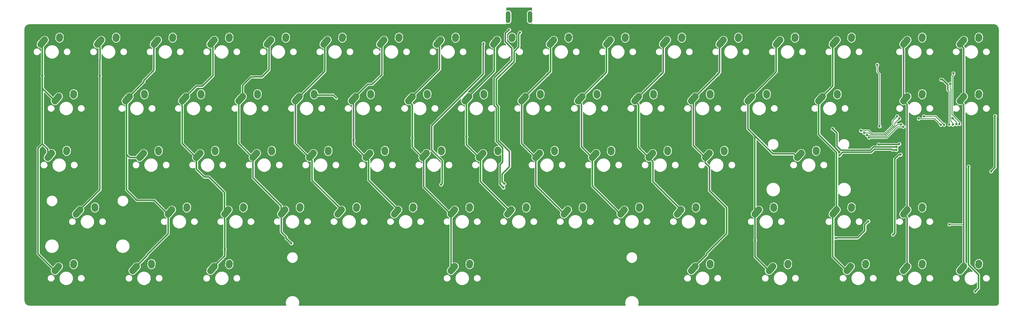
<source format=gbr>
G04 #@! TF.GenerationSoftware,KiCad,Pcbnew,(5.0.2)-1*
G04 #@! TF.CreationDate,2019-10-15T21:32:32+05:30*
G04 #@! TF.ProjectId,keyboard,6b657962-6f61-4726-942e-6b696361645f,rev?*
G04 #@! TF.SameCoordinates,Original*
G04 #@! TF.FileFunction,Copper,L1,Top*
G04 #@! TF.FilePolarity,Positive*
%FSLAX46Y46*%
G04 Gerber Fmt 4.6, Leading zero omitted, Abs format (unit mm)*
G04 Created by KiCad (PCBNEW (5.0.2)-1) date 10/15/2019 9:32:32 PM*
%MOMM*%
%LPD*%
G01*
G04 APERTURE LIST*
G04 #@! TA.AperFunction,ViaPad*
%ADD10C,0.600000*%
G04 #@! TD*
G04 #@! TA.AperFunction,ComponentPad*
%ADD11C,2.250000*%
G04 #@! TD*
G04 #@! TA.AperFunction,Conductor*
%ADD12C,2.250000*%
G04 #@! TD*
G04 #@! TA.AperFunction,ComponentPad*
%ADD13O,1.500000X4.000000*%
G04 #@! TD*
G04 #@! TA.AperFunction,ViaPad*
%ADD14C,0.800000*%
G04 #@! TD*
G04 #@! TA.AperFunction,Conductor*
%ADD15C,0.508000*%
G04 #@! TD*
G04 #@! TA.AperFunction,Conductor*
%ADD16C,0.250000*%
G04 #@! TD*
G04 #@! TA.AperFunction,Conductor*
%ADD17C,0.254000*%
G04 #@! TD*
G04 APERTURE END LIST*
D10*
G04 #@! TO.N,GND*
G04 #@! TO.C,REF\002A\002A*
X175300000Y-76200000D03*
G04 #@! TD*
G04 #@! TO.N,GND*
G04 #@! TO.C,REF\002A\002A*
X364700000Y-74300000D03*
G04 #@! TD*
G04 #@! TO.N,GND*
G04 #@! TO.C,REF\002A\002A*
X352000000Y-75400000D03*
G04 #@! TD*
D11*
G04 #@! TO.P,K_C1,1*
G04 #@! TO.N,col4*
X145557500Y-100745000D03*
X144902501Y-101475000D03*
D12*
G04 #@! TD*
G04 #@! TO.N,col4*
G04 #@! TO.C,K_C1*
X144247500Y-102205000D02*
X145557502Y-100745000D01*
D11*
G04 #@! TO.P,K_C1,2*
G04 #@! TO.N,Net-(D_C1-Pad2)*
X150577500Y-99955000D03*
D12*
G04 #@! TD*
G04 #@! TO.N,Net-(D_C1-Pad2)*
G04 #@! TO.C,K_C1*
X150557500Y-100245000D02*
X150597500Y-99665000D01*
D11*
G04 #@! TO.P,K_C1,2*
G04 #@! TO.N,Net-(D_C1-Pad2)*
X150597500Y-99665000D03*
G04 #@! TD*
G04 #@! TO.P,K_N1,1*
G04 #@! TO.N,col7*
X202707500Y-100745000D03*
X202052501Y-101475000D03*
D12*
G04 #@! TD*
G04 #@! TO.N,col7*
G04 #@! TO.C,K_N1*
X201397500Y-102205000D02*
X202707502Y-100745000D01*
D11*
G04 #@! TO.P,K_N1,2*
G04 #@! TO.N,Net-(D_N1-Pad2)*
X207727500Y-99955000D03*
D12*
G04 #@! TD*
G04 #@! TO.N,Net-(D_N1-Pad2)*
G04 #@! TO.C,K_N1*
X207707500Y-100245000D02*
X207747500Y-99665000D01*
D11*
G04 #@! TO.P,K_N1,2*
G04 #@! TO.N,Net-(D_N1-Pad2)*
X207747500Y-99665000D03*
G04 #@! TD*
G04 #@! TO.P,K_H1,1*
G04 #@! TO.N,col7*
X193182500Y-81695000D03*
X192527501Y-82425000D03*
D12*
G04 #@! TD*
G04 #@! TO.N,col7*
G04 #@! TO.C,K_H1*
X191872500Y-83155000D02*
X193182502Y-81695000D01*
D11*
G04 #@! TO.P,K_H1,2*
G04 #@! TO.N,Net-(D_H1-Pad2)*
X198202500Y-80905000D03*
D12*
G04 #@! TD*
G04 #@! TO.N,Net-(D_H1-Pad2)*
G04 #@! TO.C,K_H1*
X198182500Y-81195000D02*
X198222500Y-80615000D01*
D11*
G04 #@! TO.P,K_H1,2*
G04 #@! TO.N,Net-(D_H1-Pad2)*
X198222500Y-80615000D03*
G04 #@! TD*
G04 #@! TO.P,K_M1,1*
G04 #@! TO.N,col8*
X221757500Y-100745000D03*
X221102501Y-101475000D03*
D12*
G04 #@! TD*
G04 #@! TO.N,col8*
G04 #@! TO.C,K_M1*
X220447500Y-102205000D02*
X221757502Y-100745000D01*
D11*
G04 #@! TO.P,K_M1,2*
G04 #@! TO.N,Net-(D_M1-Pad2)*
X226777500Y-99955000D03*
D12*
G04 #@! TD*
G04 #@! TO.N,Net-(D_M1-Pad2)*
G04 #@! TO.C,K_M1*
X226757500Y-100245000D02*
X226797500Y-99665000D01*
D11*
G04 #@! TO.P,K_M1,2*
G04 #@! TO.N,Net-(D_M1-Pad2)*
X226797500Y-99665000D03*
G04 #@! TD*
G04 #@! TO.P,K_K1,1*
G04 #@! TO.N,col9*
X231282500Y-81695000D03*
X230627501Y-82425000D03*
D12*
G04 #@! TD*
G04 #@! TO.N,col9*
G04 #@! TO.C,K_K1*
X229972500Y-83155000D02*
X231282502Y-81695000D01*
D11*
G04 #@! TO.P,K_K1,2*
G04 #@! TO.N,Net-(D_K1-Pad2)*
X236302500Y-80905000D03*
D12*
G04 #@! TD*
G04 #@! TO.N,Net-(D_K1-Pad2)*
G04 #@! TO.C,K_K1*
X236282500Y-81195000D02*
X236322500Y-80615000D01*
D11*
G04 #@! TO.P,K_K1,2*
G04 #@! TO.N,Net-(D_K1-Pad2)*
X236322500Y-80615000D03*
G04 #@! TD*
G04 #@! TO.P,K_O1,1*
G04 #@! TO.N,col10*
X245570000Y-62645000D03*
X244915001Y-63375000D03*
D12*
G04 #@! TD*
G04 #@! TO.N,col10*
G04 #@! TO.C,K_O1*
X244260000Y-64105000D02*
X245570002Y-62645000D01*
D11*
G04 #@! TO.P,K_O1,2*
G04 #@! TO.N,Net-(D_O1-Pad2)*
X250590000Y-61855000D03*
D12*
G04 #@! TD*
G04 #@! TO.N,Net-(D_O1-Pad2)*
G04 #@! TO.C,K_O1*
X250570000Y-62145000D02*
X250610000Y-61565000D01*
D11*
G04 #@! TO.P,K_O1,2*
G04 #@! TO.N,Net-(D_O1-Pad2)*
X250610000Y-61565000D03*
G04 #@! TD*
G04 #@! TO.P,K_2,1*
G04 #@! TO.N,col2*
X102695000Y-43595000D03*
X102040001Y-44325000D03*
D12*
G04 #@! TD*
G04 #@! TO.N,col2*
G04 #@! TO.C,K_2*
X101385000Y-45055000D02*
X102695002Y-43595000D01*
D11*
G04 #@! TO.P,K_2,2*
G04 #@! TO.N,Net-(D_2-Pad2)*
X107715000Y-42805000D03*
D12*
G04 #@! TD*
G04 #@! TO.N,Net-(D_2-Pad2)*
G04 #@! TO.C,K_2*
X107695000Y-43095000D02*
X107735000Y-42515000D01*
D11*
G04 #@! TO.P,K_2,2*
G04 #@! TO.N,Net-(D_2-Pad2)*
X107735000Y-42515000D03*
G04 #@! TD*
G04 #@! TO.P,K_D1,1*
G04 #@! TO.N,col4*
X136032500Y-81695000D03*
X135377501Y-82425000D03*
D12*
G04 #@! TD*
G04 #@! TO.N,col4*
G04 #@! TO.C,K_D1*
X134722500Y-83155000D02*
X136032502Y-81695000D01*
D11*
G04 #@! TO.P,K_D1,2*
G04 #@! TO.N,Net-(D_D1-Pad2)*
X141052500Y-80905000D03*
D12*
G04 #@! TD*
G04 #@! TO.N,Net-(D_D1-Pad2)*
G04 #@! TO.C,K_D1*
X141032500Y-81195000D02*
X141072500Y-80615000D01*
D11*
G04 #@! TO.P,K_D1,2*
G04 #@! TO.N,Net-(D_D1-Pad2)*
X141072500Y-80615000D03*
G04 #@! TD*
G04 #@! TO.P,K_&lt;I_E1,1*
G04 #@! TO.N,col0*
X64595000Y-43595000D03*
X63940001Y-44325000D03*
D12*
G04 #@! TD*
G04 #@! TO.N,col0*
G04 #@! TO.C,K_&lt;I_E1*
X63285000Y-45055000D02*
X64595002Y-43595000D01*
D11*
G04 #@! TO.P,K_&lt;I_E1,2*
G04 #@! TO.N,Net-(D_&lt;I_E1-Pad2)*
X69615000Y-42805000D03*
D12*
G04 #@! TD*
G04 #@! TO.N,Net-(D_&lt;I_E1-Pad2)*
G04 #@! TO.C,K_&lt;I_E1*
X69595000Y-43095000D02*
X69635000Y-42515000D01*
D11*
G04 #@! TO.P,K_&lt;I_E1,2*
G04 #@! TO.N,Net-(D_&lt;I_E1-Pad2)*
X69635000Y-42515000D03*
G04 #@! TD*
G04 #@! TO.P,K_1,1*
G04 #@! TO.N,col1*
X83645000Y-43595000D03*
X82990001Y-44325000D03*
D12*
G04 #@! TD*
G04 #@! TO.N,col1*
G04 #@! TO.C,K_1*
X82335000Y-45055000D02*
X83645002Y-43595000D01*
D11*
G04 #@! TO.P,K_1,2*
G04 #@! TO.N,Net-(D_1-Pad2)*
X88665000Y-42805000D03*
D12*
G04 #@! TD*
G04 #@! TO.N,Net-(D_1-Pad2)*
G04 #@! TO.C,K_1*
X88645000Y-43095000D02*
X88685000Y-42515000D01*
D11*
G04 #@! TO.P,K_1,2*
G04 #@! TO.N,Net-(D_1-Pad2)*
X88685000Y-42515000D03*
G04 #@! TD*
G04 #@! TO.P,K_3,1*
G04 #@! TO.N,col3*
X121745000Y-43595000D03*
X121090001Y-44325000D03*
D12*
G04 #@! TD*
G04 #@! TO.N,col3*
G04 #@! TO.C,K_3*
X120435000Y-45055000D02*
X121745002Y-43595000D01*
D11*
G04 #@! TO.P,K_3,2*
G04 #@! TO.N,Net-(D_3-Pad2)*
X126765000Y-42805000D03*
D12*
G04 #@! TD*
G04 #@! TO.N,Net-(D_3-Pad2)*
G04 #@! TO.C,K_3*
X126745000Y-43095000D02*
X126785000Y-42515000D01*
D11*
G04 #@! TO.P,K_3,2*
G04 #@! TO.N,Net-(D_3-Pad2)*
X126785000Y-42515000D03*
G04 #@! TD*
G04 #@! TO.P,K_4,1*
G04 #@! TO.N,col4*
X140795000Y-43595000D03*
X140140001Y-44325000D03*
D12*
G04 #@! TD*
G04 #@! TO.N,col4*
G04 #@! TO.C,K_4*
X139485000Y-45055000D02*
X140795002Y-43595000D01*
D11*
G04 #@! TO.P,K_4,2*
G04 #@! TO.N,Net-(D_4-Pad2)*
X145815000Y-42805000D03*
D12*
G04 #@! TD*
G04 #@! TO.N,Net-(D_4-Pad2)*
G04 #@! TO.C,K_4*
X145795000Y-43095000D02*
X145835000Y-42515000D01*
D11*
G04 #@! TO.P,K_4,2*
G04 #@! TO.N,Net-(D_4-Pad2)*
X145835000Y-42515000D03*
G04 #@! TD*
G04 #@! TO.P,K_5,1*
G04 #@! TO.N,col5*
X159845000Y-43595000D03*
X159190001Y-44325000D03*
D12*
G04 #@! TD*
G04 #@! TO.N,col5*
G04 #@! TO.C,K_5*
X158535000Y-45055000D02*
X159845002Y-43595000D01*
D11*
G04 #@! TO.P,K_5,2*
G04 #@! TO.N,Net-(D_5-Pad2)*
X164865000Y-42805000D03*
D12*
G04 #@! TD*
G04 #@! TO.N,Net-(D_5-Pad2)*
G04 #@! TO.C,K_5*
X164845000Y-43095000D02*
X164885000Y-42515000D01*
D11*
G04 #@! TO.P,K_5,2*
G04 #@! TO.N,Net-(D_5-Pad2)*
X164885000Y-42515000D03*
G04 #@! TD*
G04 #@! TO.P,K_6,1*
G04 #@! TO.N,col6*
X178895000Y-43595000D03*
X178240001Y-44325000D03*
D12*
G04 #@! TD*
G04 #@! TO.N,col6*
G04 #@! TO.C,K_6*
X177585000Y-45055000D02*
X178895002Y-43595000D01*
D11*
G04 #@! TO.P,K_6,2*
G04 #@! TO.N,Net-(D_6-Pad2)*
X183915000Y-42805000D03*
D12*
G04 #@! TD*
G04 #@! TO.N,Net-(D_6-Pad2)*
G04 #@! TO.C,K_6*
X183895000Y-43095000D02*
X183935000Y-42515000D01*
D11*
G04 #@! TO.P,K_6,2*
G04 #@! TO.N,Net-(D_6-Pad2)*
X183935000Y-42515000D03*
G04 #@! TD*
G04 #@! TO.P,K_7,1*
G04 #@! TO.N,col7*
X197945000Y-43595000D03*
X197290001Y-44325000D03*
D12*
G04 #@! TD*
G04 #@! TO.N,col7*
G04 #@! TO.C,K_7*
X196635000Y-45055000D02*
X197945002Y-43595000D01*
D11*
G04 #@! TO.P,K_7,2*
G04 #@! TO.N,Net-(D_7-Pad2)*
X202965000Y-42805000D03*
D12*
G04 #@! TD*
G04 #@! TO.N,Net-(D_7-Pad2)*
G04 #@! TO.C,K_7*
X202945000Y-43095000D02*
X202985000Y-42515000D01*
D11*
G04 #@! TO.P,K_7,2*
G04 #@! TO.N,Net-(D_7-Pad2)*
X202985000Y-42515000D03*
G04 #@! TD*
G04 #@! TO.P,K_8,1*
G04 #@! TO.N,col8*
X216995000Y-43595000D03*
X216340001Y-44325000D03*
D12*
G04 #@! TD*
G04 #@! TO.N,col8*
G04 #@! TO.C,K_8*
X215685000Y-45055000D02*
X216995002Y-43595000D01*
D11*
G04 #@! TO.P,K_8,2*
G04 #@! TO.N,Net-(D_8-Pad2)*
X222015000Y-42805000D03*
D12*
G04 #@! TD*
G04 #@! TO.N,Net-(D_8-Pad2)*
G04 #@! TO.C,K_8*
X221995000Y-43095000D02*
X222035000Y-42515000D01*
D11*
G04 #@! TO.P,K_8,2*
G04 #@! TO.N,Net-(D_8-Pad2)*
X222035000Y-42515000D03*
G04 #@! TD*
G04 #@! TO.P,K_9,1*
G04 #@! TO.N,col9*
X236045000Y-43595000D03*
X235390001Y-44325000D03*
D12*
G04 #@! TD*
G04 #@! TO.N,col9*
G04 #@! TO.C,K_9*
X234735000Y-45055000D02*
X236045002Y-43595000D01*
D11*
G04 #@! TO.P,K_9,2*
G04 #@! TO.N,Net-(D_9-Pad2)*
X241065000Y-42805000D03*
D12*
G04 #@! TD*
G04 #@! TO.N,Net-(D_9-Pad2)*
G04 #@! TO.C,K_9*
X241045000Y-43095000D02*
X241085000Y-42515000D01*
D11*
G04 #@! TO.P,K_9,2*
G04 #@! TO.N,Net-(D_9-Pad2)*
X241085000Y-42515000D03*
G04 #@! TD*
G04 #@! TO.P,K_0,1*
G04 #@! TO.N,col10*
X255095000Y-43595000D03*
X254440001Y-44325000D03*
D12*
G04 #@! TD*
G04 #@! TO.N,col10*
G04 #@! TO.C,K_0*
X253785000Y-45055000D02*
X255095002Y-43595000D01*
D11*
G04 #@! TO.P,K_0,2*
G04 #@! TO.N,Net-(D_0-Pad2)*
X260115000Y-42805000D03*
D12*
G04 #@! TD*
G04 #@! TO.N,Net-(D_0-Pad2)*
G04 #@! TO.C,K_0*
X260095000Y-43095000D02*
X260135000Y-42515000D01*
D11*
G04 #@! TO.P,K_0,2*
G04 #@! TO.N,Net-(D_0-Pad2)*
X260135000Y-42515000D03*
G04 #@! TD*
G04 #@! TO.P,K_MINUS1,1*
G04 #@! TO.N,col11*
X274145000Y-43595000D03*
X273490001Y-44325000D03*
D12*
G04 #@! TD*
G04 #@! TO.N,col11*
G04 #@! TO.C,K_MINUS1*
X272835000Y-45055000D02*
X274145002Y-43595000D01*
D11*
G04 #@! TO.P,K_MINUS1,2*
G04 #@! TO.N,Net-(D_MINUS1-Pad2)*
X279165000Y-42805000D03*
D12*
G04 #@! TD*
G04 #@! TO.N,Net-(D_MINUS1-Pad2)*
G04 #@! TO.C,K_MINUS1*
X279145000Y-43095000D02*
X279185000Y-42515000D01*
D11*
G04 #@! TO.P,K_MINUS1,2*
G04 #@! TO.N,Net-(D_MINUS1-Pad2)*
X279185000Y-42515000D03*
G04 #@! TD*
G04 #@! TO.P,K_EQUAL1,1*
G04 #@! TO.N,col12*
X293195000Y-43595000D03*
X292540001Y-44325000D03*
D12*
G04 #@! TD*
G04 #@! TO.N,col12*
G04 #@! TO.C,K_EQUAL1*
X291885000Y-45055000D02*
X293195002Y-43595000D01*
D11*
G04 #@! TO.P,K_EQUAL1,2*
G04 #@! TO.N,Net-(D_EQUAL1-Pad2)*
X298215000Y-42805000D03*
D12*
G04 #@! TD*
G04 #@! TO.N,Net-(D_EQUAL1-Pad2)*
G04 #@! TO.C,K_EQUAL1*
X298195000Y-43095000D02*
X298235000Y-42515000D01*
D11*
G04 #@! TO.P,K_EQUAL1,2*
G04 #@! TO.N,Net-(D_EQUAL1-Pad2)*
X298235000Y-42515000D03*
G04 #@! TD*
G04 #@! TO.P,K_BSLSH1,1*
G04 #@! TO.N,col13*
X312245000Y-43595000D03*
X311590001Y-44325000D03*
D12*
G04 #@! TD*
G04 #@! TO.N,col13*
G04 #@! TO.C,K_BSLSH1*
X310935000Y-45055000D02*
X312245002Y-43595000D01*
D11*
G04 #@! TO.P,K_BSLSH1,2*
G04 #@! TO.N,Net-(D_BSLSH1-Pad2)*
X317265000Y-42805000D03*
D12*
G04 #@! TD*
G04 #@! TO.N,Net-(D_BSLSH1-Pad2)*
G04 #@! TO.C,K_BSLSH1*
X317245000Y-43095000D02*
X317285000Y-42515000D01*
D11*
G04 #@! TO.P,K_BSLSH1,2*
G04 #@! TO.N,Net-(D_BSLSH1-Pad2)*
X317285000Y-42515000D03*
G04 #@! TD*
G04 #@! TO.P,K_`1,1*
G04 #@! TO.N,col14*
X331295000Y-43595000D03*
X330640001Y-44325000D03*
D12*
G04 #@! TD*
G04 #@! TO.N,col14*
G04 #@! TO.C,K_`1*
X329985000Y-45055000D02*
X331295002Y-43595000D01*
D11*
G04 #@! TO.P,K_`1,2*
G04 #@! TO.N,Net-(D_`1-Pad2)*
X336315000Y-42805000D03*
D12*
G04 #@! TD*
G04 #@! TO.N,Net-(D_`1-Pad2)*
G04 #@! TO.C,K_`1*
X336295000Y-43095000D02*
X336335000Y-42515000D01*
D11*
G04 #@! TO.P,K_`1,2*
G04 #@! TO.N,Net-(D_`1-Pad2)*
X336335000Y-42515000D03*
G04 #@! TD*
G04 #@! TO.P,K_INSERT1,1*
G04 #@! TO.N,col15*
X355107500Y-43595000D03*
X354452501Y-44325000D03*
D12*
G04 #@! TD*
G04 #@! TO.N,col15*
G04 #@! TO.C,K_INSERT1*
X353797500Y-45055000D02*
X355107502Y-43595000D01*
D11*
G04 #@! TO.P,K_INSERT1,2*
G04 #@! TO.N,Net-(D_INSERT1-Pad2)*
X360127500Y-42805000D03*
D12*
G04 #@! TD*
G04 #@! TO.N,Net-(D_INSERT1-Pad2)*
G04 #@! TO.C,K_INSERT1*
X360107500Y-43095000D02*
X360147500Y-42515000D01*
D11*
G04 #@! TO.P,K_INSERT1,2*
G04 #@! TO.N,Net-(D_INSERT1-Pad2)*
X360147500Y-42515000D03*
G04 #@! TD*
G04 #@! TO.P,K_HOME1,1*
G04 #@! TO.N,col16*
X374157500Y-43595000D03*
X373502501Y-44325000D03*
D12*
G04 #@! TD*
G04 #@! TO.N,col16*
G04 #@! TO.C,K_HOME1*
X372847500Y-45055000D02*
X374157502Y-43595000D01*
D11*
G04 #@! TO.P,K_HOME1,2*
G04 #@! TO.N,Net-(D_HOME1-Pad2)*
X379177500Y-42805000D03*
D12*
G04 #@! TD*
G04 #@! TO.N,Net-(D_HOME1-Pad2)*
G04 #@! TO.C,K_HOME1*
X379157500Y-43095000D02*
X379197500Y-42515000D01*
D11*
G04 #@! TO.P,K_HOME1,2*
G04 #@! TO.N,Net-(D_HOME1-Pad2)*
X379197500Y-42515000D03*
G04 #@! TD*
G04 #@! TO.P,K_TAB1,1*
G04 #@! TO.N,col0*
X69357500Y-62645000D03*
X68702501Y-63375000D03*
D12*
G04 #@! TD*
G04 #@! TO.N,col0*
G04 #@! TO.C,K_TAB1*
X68047500Y-64105000D02*
X69357502Y-62645000D01*
D11*
G04 #@! TO.P,K_TAB1,2*
G04 #@! TO.N,Net-(D_TAB1-Pad2)*
X74377500Y-61855000D03*
D12*
G04 #@! TD*
G04 #@! TO.N,Net-(D_TAB1-Pad2)*
G04 #@! TO.C,K_TAB1*
X74357500Y-62145000D02*
X74397500Y-61565000D01*
D11*
G04 #@! TO.P,K_TAB1,2*
G04 #@! TO.N,Net-(D_TAB1-Pad2)*
X74397500Y-61565000D03*
G04 #@! TD*
G04 #@! TO.P,K_Q1,1*
G04 #@! TO.N,col2*
X93170000Y-62645000D03*
X92515001Y-63375000D03*
D12*
G04 #@! TD*
G04 #@! TO.N,col2*
G04 #@! TO.C,K_Q1*
X91860000Y-64105000D02*
X93170002Y-62645000D01*
D11*
G04 #@! TO.P,K_Q1,2*
G04 #@! TO.N,Net-(D_Q1-Pad2)*
X98190000Y-61855000D03*
D12*
G04 #@! TD*
G04 #@! TO.N,Net-(D_Q1-Pad2)*
G04 #@! TO.C,K_Q1*
X98170000Y-62145000D02*
X98210000Y-61565000D01*
D11*
G04 #@! TO.P,K_Q1,2*
G04 #@! TO.N,Net-(D_Q1-Pad2)*
X98210000Y-61565000D03*
G04 #@! TD*
G04 #@! TO.P,K_W1,1*
G04 #@! TO.N,col3*
X112220000Y-62645000D03*
X111565001Y-63375000D03*
D12*
G04 #@! TD*
G04 #@! TO.N,col3*
G04 #@! TO.C,K_W1*
X110910000Y-64105000D02*
X112220002Y-62645000D01*
D11*
G04 #@! TO.P,K_W1,2*
G04 #@! TO.N,Net-(D_W1-Pad2)*
X117240000Y-61855000D03*
D12*
G04 #@! TD*
G04 #@! TO.N,Net-(D_W1-Pad2)*
G04 #@! TO.C,K_W1*
X117220000Y-62145000D02*
X117260000Y-61565000D01*
D11*
G04 #@! TO.P,K_W1,2*
G04 #@! TO.N,Net-(D_W1-Pad2)*
X117260000Y-61565000D03*
G04 #@! TD*
G04 #@! TO.P,K_E1,1*
G04 #@! TO.N,col4*
X131270000Y-62645000D03*
X130615001Y-63375000D03*
D12*
G04 #@! TD*
G04 #@! TO.N,col4*
G04 #@! TO.C,K_E1*
X129960000Y-64105000D02*
X131270002Y-62645000D01*
D11*
G04 #@! TO.P,K_E1,2*
G04 #@! TO.N,Net-(D_E1-Pad2)*
X136290000Y-61855000D03*
D12*
G04 #@! TD*
G04 #@! TO.N,Net-(D_E1-Pad2)*
G04 #@! TO.C,K_E1*
X136270000Y-62145000D02*
X136310000Y-61565000D01*
D11*
G04 #@! TO.P,K_E1,2*
G04 #@! TO.N,Net-(D_E1-Pad2)*
X136310000Y-61565000D03*
G04 #@! TD*
G04 #@! TO.P,K_R1,1*
G04 #@! TO.N,col5*
X150320000Y-62645000D03*
X149665001Y-63375000D03*
D12*
G04 #@! TD*
G04 #@! TO.N,col5*
G04 #@! TO.C,K_R1*
X149010000Y-64105000D02*
X150320002Y-62645000D01*
D11*
G04 #@! TO.P,K_R1,2*
G04 #@! TO.N,Net-(D_R1-Pad2)*
X155340000Y-61855000D03*
D12*
G04 #@! TD*
G04 #@! TO.N,Net-(D_R1-Pad2)*
G04 #@! TO.C,K_R1*
X155320000Y-62145000D02*
X155360000Y-61565000D01*
D11*
G04 #@! TO.P,K_R1,2*
G04 #@! TO.N,Net-(D_R1-Pad2)*
X155360000Y-61565000D03*
G04 #@! TD*
G04 #@! TO.P,K_T1,1*
G04 #@! TO.N,col6*
X169370000Y-62645000D03*
X168715001Y-63375000D03*
D12*
G04 #@! TD*
G04 #@! TO.N,col6*
G04 #@! TO.C,K_T1*
X168060000Y-64105000D02*
X169370002Y-62645000D01*
D11*
G04 #@! TO.P,K_T1,2*
G04 #@! TO.N,Net-(D_T1-Pad2)*
X174390000Y-61855000D03*
D12*
G04 #@! TD*
G04 #@! TO.N,Net-(D_T1-Pad2)*
G04 #@! TO.C,K_T1*
X174370000Y-62145000D02*
X174410000Y-61565000D01*
D11*
G04 #@! TO.P,K_T1,2*
G04 #@! TO.N,Net-(D_T1-Pad2)*
X174410000Y-61565000D03*
G04 #@! TD*
G04 #@! TO.P,K_Y1,1*
G04 #@! TO.N,col7*
X188420000Y-62645000D03*
X187765001Y-63375000D03*
D12*
G04 #@! TD*
G04 #@! TO.N,col7*
G04 #@! TO.C,K_Y1*
X187110000Y-64105000D02*
X188420002Y-62645000D01*
D11*
G04 #@! TO.P,K_Y1,2*
G04 #@! TO.N,Net-(D_Y1-Pad2)*
X193440000Y-61855000D03*
D12*
G04 #@! TD*
G04 #@! TO.N,Net-(D_Y1-Pad2)*
G04 #@! TO.C,K_Y1*
X193420000Y-62145000D02*
X193460000Y-61565000D01*
D11*
G04 #@! TO.P,K_Y1,2*
G04 #@! TO.N,Net-(D_Y1-Pad2)*
X193460000Y-61565000D03*
G04 #@! TD*
G04 #@! TO.P,K_U1,1*
G04 #@! TO.N,col8*
X207470000Y-62645000D03*
X206815001Y-63375000D03*
D12*
G04 #@! TD*
G04 #@! TO.N,col8*
G04 #@! TO.C,K_U1*
X206160000Y-64105000D02*
X207470002Y-62645000D01*
D11*
G04 #@! TO.P,K_U1,2*
G04 #@! TO.N,Net-(D_U1-Pad2)*
X212490000Y-61855000D03*
D12*
G04 #@! TD*
G04 #@! TO.N,Net-(D_U1-Pad2)*
G04 #@! TO.C,K_U1*
X212470000Y-62145000D02*
X212510000Y-61565000D01*
D11*
G04 #@! TO.P,K_U1,2*
G04 #@! TO.N,Net-(D_U1-Pad2)*
X212510000Y-61565000D03*
G04 #@! TD*
G04 #@! TO.P,K_I1,1*
G04 #@! TO.N,col9*
X226520000Y-62645000D03*
X225865001Y-63375000D03*
D12*
G04 #@! TD*
G04 #@! TO.N,col9*
G04 #@! TO.C,K_I1*
X225210000Y-64105000D02*
X226520002Y-62645000D01*
D11*
G04 #@! TO.P,K_I1,2*
G04 #@! TO.N,Net-(D_I1-Pad2)*
X231540000Y-61855000D03*
D12*
G04 #@! TD*
G04 #@! TO.N,Net-(D_I1-Pad2)*
G04 #@! TO.C,K_I1*
X231520000Y-62145000D02*
X231560000Y-61565000D01*
D11*
G04 #@! TO.P,K_I1,2*
G04 #@! TO.N,Net-(D_I1-Pad2)*
X231560000Y-61565000D03*
G04 #@! TD*
G04 #@! TO.P,K_P1,1*
G04 #@! TO.N,col11*
X264620000Y-62645000D03*
X263965001Y-63375000D03*
D12*
G04 #@! TD*
G04 #@! TO.N,col11*
G04 #@! TO.C,K_P1*
X263310000Y-64105000D02*
X264620002Y-62645000D01*
D11*
G04 #@! TO.P,K_P1,2*
G04 #@! TO.N,Net-(D_P1-Pad2)*
X269640000Y-61855000D03*
D12*
G04 #@! TD*
G04 #@! TO.N,Net-(D_P1-Pad2)*
G04 #@! TO.C,K_P1*
X269620000Y-62145000D02*
X269660000Y-61565000D01*
D11*
G04 #@! TO.P,K_P1,2*
G04 #@! TO.N,Net-(D_P1-Pad2)*
X269660000Y-61565000D03*
G04 #@! TD*
G04 #@! TO.P,K_CBRAC1,1*
G04 #@! TO.N,col12*
X283670000Y-62645000D03*
X283015001Y-63375000D03*
D12*
G04 #@! TD*
G04 #@! TO.N,col12*
G04 #@! TO.C,K_CBRAC1*
X282360000Y-64105000D02*
X283670002Y-62645000D01*
D11*
G04 #@! TO.P,K_CBRAC1,2*
G04 #@! TO.N,Net-(D_CBRAC1-Pad2)*
X288690000Y-61855000D03*
D12*
G04 #@! TD*
G04 #@! TO.N,Net-(D_CBRAC1-Pad2)*
G04 #@! TO.C,K_CBRAC1*
X288670000Y-62145000D02*
X288710000Y-61565000D01*
D11*
G04 #@! TO.P,K_CBRAC1,2*
G04 #@! TO.N,Net-(D_CBRAC1-Pad2)*
X288710000Y-61565000D03*
G04 #@! TD*
G04 #@! TO.P,K_OBRAC1,1*
G04 #@! TO.N,col13*
X302720000Y-62645000D03*
X302065001Y-63375000D03*
D12*
G04 #@! TD*
G04 #@! TO.N,col13*
G04 #@! TO.C,K_OBRAC1*
X301410000Y-64105000D02*
X302720002Y-62645000D01*
D11*
G04 #@! TO.P,K_OBRAC1,2*
G04 #@! TO.N,Net-(D_OBRAC1-Pad2)*
X307740000Y-61855000D03*
D12*
G04 #@! TD*
G04 #@! TO.N,Net-(D_OBRAC1-Pad2)*
G04 #@! TO.C,K_OBRAC1*
X307720000Y-62145000D02*
X307760000Y-61565000D01*
D11*
G04 #@! TO.P,K_OBRAC1,2*
G04 #@! TO.N,Net-(D_OBRAC1-Pad2)*
X307760000Y-61565000D03*
G04 #@! TD*
G04 #@! TO.P,K_&lt;I1,1*
G04 #@! TO.N,col14*
X326532500Y-62645000D03*
X325877501Y-63375000D03*
D12*
G04 #@! TD*
G04 #@! TO.N,col14*
G04 #@! TO.C,K_&lt;I1*
X325222500Y-64105000D02*
X326532502Y-62645000D01*
D11*
G04 #@! TO.P,K_&lt;I1,2*
G04 #@! TO.N,Net-(D_&lt;I1-Pad2)*
X331552500Y-61855000D03*
D12*
G04 #@! TD*
G04 #@! TO.N,Net-(D_&lt;I1-Pad2)*
G04 #@! TO.C,K_&lt;I1*
X331532500Y-62145000D02*
X331572500Y-61565000D01*
D11*
G04 #@! TO.P,K_&lt;I1,2*
G04 #@! TO.N,Net-(D_&lt;I1-Pad2)*
X331572500Y-61565000D03*
G04 #@! TD*
G04 #@! TO.P,K_DELETE1,1*
G04 #@! TO.N,col15*
X355107500Y-62645000D03*
X354452501Y-63375000D03*
D12*
G04 #@! TD*
G04 #@! TO.N,col15*
G04 #@! TO.C,K_DELETE1*
X353797500Y-64105000D02*
X355107502Y-62645000D01*
D11*
G04 #@! TO.P,K_DELETE1,2*
G04 #@! TO.N,Net-(D_DELETE1-Pad2)*
X360127500Y-61855000D03*
D12*
G04 #@! TD*
G04 #@! TO.N,Net-(D_DELETE1-Pad2)*
G04 #@! TO.C,K_DELETE1*
X360107500Y-62145000D02*
X360147500Y-61565000D01*
D11*
G04 #@! TO.P,K_DELETE1,2*
G04 #@! TO.N,Net-(D_DELETE1-Pad2)*
X360147500Y-61565000D03*
G04 #@! TD*
G04 #@! TO.P,K_END1,1*
G04 #@! TO.N,col16*
X374157500Y-62645000D03*
X373502501Y-63375000D03*
D12*
G04 #@! TD*
G04 #@! TO.N,col16*
G04 #@! TO.C,K_END1*
X372847500Y-64105000D02*
X374157502Y-62645000D01*
D11*
G04 #@! TO.P,K_END1,2*
G04 #@! TO.N,Net-(D_END1-Pad2)*
X379177500Y-61855000D03*
D12*
G04 #@! TD*
G04 #@! TO.N,Net-(D_END1-Pad2)*
G04 #@! TO.C,K_END1*
X379157500Y-62145000D02*
X379197500Y-61565000D01*
D11*
G04 #@! TO.P,K_END1,2*
G04 #@! TO.N,Net-(D_END1-Pad2)*
X379197500Y-61565000D03*
G04 #@! TD*
G04 #@! TO.P,K_CAPS1,1*
G04 #@! TO.N,col0*
X66976250Y-81695000D03*
X66321251Y-82425000D03*
D12*
G04 #@! TD*
G04 #@! TO.N,col0*
G04 #@! TO.C,K_CAPS1*
X65666250Y-83155000D02*
X66976252Y-81695000D01*
D11*
G04 #@! TO.P,K_CAPS1,2*
G04 #@! TO.N,Net-(D_CAPS1-Pad2)*
X71996250Y-80905000D03*
D12*
G04 #@! TD*
G04 #@! TO.N,Net-(D_CAPS1-Pad2)*
G04 #@! TO.C,K_CAPS1*
X71976250Y-81195000D02*
X72016250Y-80615000D01*
D11*
G04 #@! TO.P,K_CAPS1,2*
G04 #@! TO.N,Net-(D_CAPS1-Pad2)*
X72016250Y-80615000D03*
G04 #@! TD*
G04 #@! TO.P,K_A1,1*
G04 #@! TO.N,col2*
X97932500Y-81695000D03*
X97277501Y-82425000D03*
D12*
G04 #@! TD*
G04 #@! TO.N,col2*
G04 #@! TO.C,K_A1*
X96622500Y-83155000D02*
X97932502Y-81695000D01*
D11*
G04 #@! TO.P,K_A1,2*
G04 #@! TO.N,Net-(D_A1-Pad2)*
X102952500Y-80905000D03*
D12*
G04 #@! TD*
G04 #@! TO.N,Net-(D_A1-Pad2)*
G04 #@! TO.C,K_A1*
X102932500Y-81195000D02*
X102972500Y-80615000D01*
D11*
G04 #@! TO.P,K_A1,2*
G04 #@! TO.N,Net-(D_A1-Pad2)*
X102972500Y-80615000D03*
G04 #@! TD*
G04 #@! TO.P,K_S1,1*
G04 #@! TO.N,col3*
X116982500Y-81695000D03*
X116327501Y-82425000D03*
D12*
G04 #@! TD*
G04 #@! TO.N,col3*
G04 #@! TO.C,K_S1*
X115672500Y-83155000D02*
X116982502Y-81695000D01*
D11*
G04 #@! TO.P,K_S1,2*
G04 #@! TO.N,Net-(D_S1-Pad2)*
X122002500Y-80905000D03*
D12*
G04 #@! TD*
G04 #@! TO.N,Net-(D_S1-Pad2)*
G04 #@! TO.C,K_S1*
X121982500Y-81195000D02*
X122022500Y-80615000D01*
D11*
G04 #@! TO.P,K_S1,2*
G04 #@! TO.N,Net-(D_S1-Pad2)*
X122022500Y-80615000D03*
G04 #@! TD*
G04 #@! TO.P,K_F1,1*
G04 #@! TO.N,col5*
X155082500Y-81695000D03*
X154427501Y-82425000D03*
D12*
G04 #@! TD*
G04 #@! TO.N,col5*
G04 #@! TO.C,K_F1*
X153772500Y-83155000D02*
X155082502Y-81695000D01*
D11*
G04 #@! TO.P,K_F1,2*
G04 #@! TO.N,Net-(D_F1-Pad2)*
X160102500Y-80905000D03*
D12*
G04 #@! TD*
G04 #@! TO.N,Net-(D_F1-Pad2)*
G04 #@! TO.C,K_F1*
X160082500Y-81195000D02*
X160122500Y-80615000D01*
D11*
G04 #@! TO.P,K_F1,2*
G04 #@! TO.N,Net-(D_F1-Pad2)*
X160122500Y-80615000D03*
G04 #@! TD*
G04 #@! TO.P,K_G1,1*
G04 #@! TO.N,col6*
X174132500Y-81695000D03*
X173477501Y-82425000D03*
D12*
G04 #@! TD*
G04 #@! TO.N,col6*
G04 #@! TO.C,K_G1*
X172822500Y-83155000D02*
X174132502Y-81695000D01*
D11*
G04 #@! TO.P,K_G1,2*
G04 #@! TO.N,Net-(D_G1-Pad2)*
X179152500Y-80905000D03*
D12*
G04 #@! TD*
G04 #@! TO.N,Net-(D_G1-Pad2)*
G04 #@! TO.C,K_G1*
X179132500Y-81195000D02*
X179172500Y-80615000D01*
D11*
G04 #@! TO.P,K_G1,2*
G04 #@! TO.N,Net-(D_G1-Pad2)*
X179172500Y-80615000D03*
G04 #@! TD*
G04 #@! TO.P,K_J1,1*
G04 #@! TO.N,col8*
X212232500Y-81695000D03*
X211577501Y-82425000D03*
D12*
G04 #@! TD*
G04 #@! TO.N,col8*
G04 #@! TO.C,K_J1*
X210922500Y-83155000D02*
X212232502Y-81695000D01*
D11*
G04 #@! TO.P,K_J1,2*
G04 #@! TO.N,Net-(D_J1-Pad2)*
X217252500Y-80905000D03*
D12*
G04 #@! TD*
G04 #@! TO.N,Net-(D_J1-Pad2)*
G04 #@! TO.C,K_J1*
X217232500Y-81195000D02*
X217272500Y-80615000D01*
D11*
G04 #@! TO.P,K_J1,2*
G04 #@! TO.N,Net-(D_J1-Pad2)*
X217272500Y-80615000D03*
G04 #@! TD*
G04 #@! TO.P,K_L1,1*
G04 #@! TO.N,col10*
X250332500Y-81695000D03*
X249677501Y-82425000D03*
D12*
G04 #@! TD*
G04 #@! TO.N,col10*
G04 #@! TO.C,K_L1*
X249022500Y-83155000D02*
X250332502Y-81695000D01*
D11*
G04 #@! TO.P,K_L1,2*
G04 #@! TO.N,Net-(D_L1-Pad2)*
X255352500Y-80905000D03*
D12*
G04 #@! TD*
G04 #@! TO.N,Net-(D_L1-Pad2)*
G04 #@! TO.C,K_L1*
X255332500Y-81195000D02*
X255372500Y-80615000D01*
D11*
G04 #@! TO.P,K_L1,2*
G04 #@! TO.N,Net-(D_L1-Pad2)*
X255372500Y-80615000D03*
G04 #@! TD*
G04 #@! TO.P,K_SEMIC1,1*
G04 #@! TO.N,col11*
X269382500Y-81695000D03*
X268727501Y-82425000D03*
D12*
G04 #@! TD*
G04 #@! TO.N,col11*
G04 #@! TO.C,K_SEMIC1*
X268072500Y-83155000D02*
X269382502Y-81695000D01*
D11*
G04 #@! TO.P,K_SEMIC1,2*
G04 #@! TO.N,Net-(D_SEMIC1-Pad2)*
X274402500Y-80905000D03*
D12*
G04 #@! TD*
G04 #@! TO.N,Net-(D_SEMIC1-Pad2)*
G04 #@! TO.C,K_SEMIC1*
X274382500Y-81195000D02*
X274422500Y-80615000D01*
D11*
G04 #@! TO.P,K_SEMIC1,2*
G04 #@! TO.N,Net-(D_SEMIC1-Pad2)*
X274422500Y-80615000D03*
G04 #@! TD*
G04 #@! TO.P,K_QUOTE1,1*
G04 #@! TO.N,col12*
X288432500Y-81695000D03*
X287777501Y-82425000D03*
D12*
G04 #@! TD*
G04 #@! TO.N,col12*
G04 #@! TO.C,K_QUOTE1*
X287122500Y-83155000D02*
X288432502Y-81695000D01*
D11*
G04 #@! TO.P,K_QUOTE1,2*
G04 #@! TO.N,Net-(D_QUOTE1-Pad2)*
X293452500Y-80905000D03*
D12*
G04 #@! TD*
G04 #@! TO.N,Net-(D_QUOTE1-Pad2)*
G04 #@! TO.C,K_QUOTE1*
X293432500Y-81195000D02*
X293472500Y-80615000D01*
D11*
G04 #@! TO.P,K_QUOTE1,2*
G04 #@! TO.N,Net-(D_QUOTE1-Pad2)*
X293472500Y-80615000D03*
G04 #@! TD*
G04 #@! TO.P,K_ENTER1,1*
G04 #@! TO.N,col13*
X319388750Y-81695000D03*
X318733751Y-82425000D03*
D12*
G04 #@! TD*
G04 #@! TO.N,col13*
G04 #@! TO.C,K_ENTER1*
X318078750Y-83155000D02*
X319388752Y-81695000D01*
D11*
G04 #@! TO.P,K_ENTER1,2*
G04 #@! TO.N,Net-(D_ENTER1-Pad2)*
X324408750Y-80905000D03*
D12*
G04 #@! TD*
G04 #@! TO.N,Net-(D_ENTER1-Pad2)*
G04 #@! TO.C,K_ENTER1*
X324388750Y-81195000D02*
X324428750Y-80615000D01*
D11*
G04 #@! TO.P,K_ENTER1,2*
G04 #@! TO.N,Net-(D_ENTER1-Pad2)*
X324428750Y-80615000D03*
G04 #@! TD*
G04 #@! TO.P,K_SHIFT2,1*
G04 #@! TO.N,col1*
X76501250Y-100745000D03*
X75846251Y-101475000D03*
D12*
G04 #@! TD*
G04 #@! TO.N,col1*
G04 #@! TO.C,K_SHIFT2*
X75191250Y-102205000D02*
X76501252Y-100745000D01*
D11*
G04 #@! TO.P,K_SHIFT2,2*
G04 #@! TO.N,Net-(D_SHIFT2-Pad2)*
X81521250Y-99955000D03*
D12*
G04 #@! TD*
G04 #@! TO.N,Net-(D_SHIFT2-Pad2)*
G04 #@! TO.C,K_SHIFT2*
X81501250Y-100245000D02*
X81541250Y-99665000D01*
D11*
G04 #@! TO.P,K_SHIFT2,2*
G04 #@! TO.N,Net-(D_SHIFT2-Pad2)*
X81541250Y-99665000D03*
G04 #@! TD*
G04 #@! TO.P,K_Z1,1*
G04 #@! TO.N,col2*
X107457500Y-100745000D03*
X106802501Y-101475000D03*
D12*
G04 #@! TD*
G04 #@! TO.N,col2*
G04 #@! TO.C,K_Z1*
X106147500Y-102205000D02*
X107457502Y-100745000D01*
D11*
G04 #@! TO.P,K_Z1,2*
G04 #@! TO.N,Net-(D_Z1-Pad2)*
X112477500Y-99955000D03*
D12*
G04 #@! TD*
G04 #@! TO.N,Net-(D_Z1-Pad2)*
G04 #@! TO.C,K_Z1*
X112457500Y-100245000D02*
X112497500Y-99665000D01*
D11*
G04 #@! TO.P,K_Z1,2*
G04 #@! TO.N,Net-(D_Z1-Pad2)*
X112497500Y-99665000D03*
G04 #@! TD*
G04 #@! TO.P,K_X1,1*
G04 #@! TO.N,col3*
X126507500Y-100745000D03*
X125852501Y-101475000D03*
D12*
G04 #@! TD*
G04 #@! TO.N,col3*
G04 #@! TO.C,K_X1*
X125197500Y-102205000D02*
X126507502Y-100745000D01*
D11*
G04 #@! TO.P,K_X1,2*
G04 #@! TO.N,Net-(D_X1-Pad2)*
X131527500Y-99955000D03*
D12*
G04 #@! TD*
G04 #@! TO.N,Net-(D_X1-Pad2)*
G04 #@! TO.C,K_X1*
X131507500Y-100245000D02*
X131547500Y-99665000D01*
D11*
G04 #@! TO.P,K_X1,2*
G04 #@! TO.N,Net-(D_X1-Pad2)*
X131547500Y-99665000D03*
G04 #@! TD*
G04 #@! TO.P,K_V1,1*
G04 #@! TO.N,col5*
X164607500Y-100745000D03*
X163952501Y-101475000D03*
D12*
G04 #@! TD*
G04 #@! TO.N,col5*
G04 #@! TO.C,K_V1*
X163297500Y-102205000D02*
X164607502Y-100745000D01*
D11*
G04 #@! TO.P,K_V1,2*
G04 #@! TO.N,Net-(D_V1-Pad2)*
X169627500Y-99955000D03*
D12*
G04 #@! TD*
G04 #@! TO.N,Net-(D_V1-Pad2)*
G04 #@! TO.C,K_V1*
X169607500Y-100245000D02*
X169647500Y-99665000D01*
D11*
G04 #@! TO.P,K_V1,2*
G04 #@! TO.N,Net-(D_V1-Pad2)*
X169647500Y-99665000D03*
G04 #@! TD*
G04 #@! TO.P,K_B1,1*
G04 #@! TO.N,col6*
X183657500Y-100745000D03*
X183002501Y-101475000D03*
D12*
G04 #@! TD*
G04 #@! TO.N,col6*
G04 #@! TO.C,K_B1*
X182347500Y-102205000D02*
X183657502Y-100745000D01*
D11*
G04 #@! TO.P,K_B1,2*
G04 #@! TO.N,Net-(D_B1-Pad2)*
X188677500Y-99955000D03*
D12*
G04 #@! TD*
G04 #@! TO.N,Net-(D_B1-Pad2)*
G04 #@! TO.C,K_B1*
X188657500Y-100245000D02*
X188697500Y-99665000D01*
D11*
G04 #@! TO.P,K_B1,2*
G04 #@! TO.N,Net-(D_B1-Pad2)*
X188697500Y-99665000D03*
G04 #@! TD*
G04 #@! TO.P,K_COMMA1,1*
G04 #@! TO.N,col9*
X240807500Y-100745000D03*
X240152501Y-101475000D03*
D12*
G04 #@! TD*
G04 #@! TO.N,col9*
G04 #@! TO.C,K_COMMA1*
X239497500Y-102205000D02*
X240807502Y-100745000D01*
D11*
G04 #@! TO.P,K_COMMA1,2*
G04 #@! TO.N,Net-(D_COMMA1-Pad2)*
X245827500Y-99955000D03*
D12*
G04 #@! TD*
G04 #@! TO.N,Net-(D_COMMA1-Pad2)*
G04 #@! TO.C,K_COMMA1*
X245807500Y-100245000D02*
X245847500Y-99665000D01*
D11*
G04 #@! TO.P,K_COMMA1,2*
G04 #@! TO.N,Net-(D_COMMA1-Pad2)*
X245847500Y-99665000D03*
G04 #@! TD*
G04 #@! TO.P,K_DOT1,1*
G04 #@! TO.N,col10*
X259857500Y-100745000D03*
X259202501Y-101475000D03*
D12*
G04 #@! TD*
G04 #@! TO.N,col10*
G04 #@! TO.C,K_DOT1*
X258547500Y-102205000D02*
X259857502Y-100745000D01*
D11*
G04 #@! TO.P,K_DOT1,2*
G04 #@! TO.N,Net-(D_DOT1-Pad2)*
X264877500Y-99955000D03*
D12*
G04 #@! TD*
G04 #@! TO.N,Net-(D_DOT1-Pad2)*
G04 #@! TO.C,K_DOT1*
X264857500Y-100245000D02*
X264897500Y-99665000D01*
D11*
G04 #@! TO.P,K_DOT1,2*
G04 #@! TO.N,Net-(D_DOT1-Pad2)*
X264897500Y-99665000D03*
G04 #@! TD*
G04 #@! TO.P,K_SLASH1,1*
G04 #@! TO.N,col11*
X278907500Y-100745000D03*
X278252501Y-101475000D03*
D12*
G04 #@! TD*
G04 #@! TO.N,col11*
G04 #@! TO.C,K_SLASH1*
X277597500Y-102205000D02*
X278907502Y-100745000D01*
D11*
G04 #@! TO.P,K_SLASH1,2*
G04 #@! TO.N,Net-(D_SLASH1-Pad2)*
X283927500Y-99955000D03*
D12*
G04 #@! TD*
G04 #@! TO.N,Net-(D_SLASH1-Pad2)*
G04 #@! TO.C,K_SLASH1*
X283907500Y-100245000D02*
X283947500Y-99665000D01*
D11*
G04 #@! TO.P,K_SLASH1,2*
G04 #@! TO.N,Net-(D_SLASH1-Pad2)*
X283947500Y-99665000D03*
G04 #@! TD*
G04 #@! TO.P,K_SHIFT1,1*
G04 #@! TO.N,col13*
X305101250Y-100745000D03*
X304446251Y-101475000D03*
D12*
G04 #@! TD*
G04 #@! TO.N,col13*
G04 #@! TO.C,K_SHIFT1*
X303791250Y-102205000D02*
X305101252Y-100745000D01*
D11*
G04 #@! TO.P,K_SHIFT1,2*
G04 #@! TO.N,Net-(D_SHIFT1-Pad2)*
X310121250Y-99955000D03*
D12*
G04 #@! TD*
G04 #@! TO.N,Net-(D_SHIFT1-Pad2)*
G04 #@! TO.C,K_SHIFT1*
X310101250Y-100245000D02*
X310141250Y-99665000D01*
D11*
G04 #@! TO.P,K_SHIFT1,2*
G04 #@! TO.N,Net-(D_SHIFT1-Pad2)*
X310141250Y-99665000D03*
G04 #@! TD*
G04 #@! TO.P,K_FN1,1*
G04 #@! TO.N,col14*
X331295000Y-100745000D03*
X330640001Y-101475000D03*
D12*
G04 #@! TD*
G04 #@! TO.N,col14*
G04 #@! TO.C,K_FN1*
X329985000Y-102205000D02*
X331295002Y-100745000D01*
D11*
G04 #@! TO.P,K_FN1,2*
G04 #@! TO.N,Net-(D_FN1-Pad2)*
X336315000Y-99955000D03*
D12*
G04 #@! TD*
G04 #@! TO.N,Net-(D_FN1-Pad2)*
G04 #@! TO.C,K_FN1*
X336295000Y-100245000D02*
X336335000Y-99665000D01*
D11*
G04 #@! TO.P,K_FN1,2*
G04 #@! TO.N,Net-(D_FN1-Pad2)*
X336335000Y-99665000D03*
G04 #@! TD*
G04 #@! TO.P,K_UP1,1*
G04 #@! TO.N,col15*
X355107500Y-100745000D03*
X354452501Y-101475000D03*
D12*
G04 #@! TD*
G04 #@! TO.N,col15*
G04 #@! TO.C,K_UP1*
X353797500Y-102205000D02*
X355107502Y-100745000D01*
D11*
G04 #@! TO.P,K_UP1,2*
G04 #@! TO.N,Net-(D_UP1-Pad2)*
X360127500Y-99955000D03*
D12*
G04 #@! TD*
G04 #@! TO.N,Net-(D_UP1-Pad2)*
G04 #@! TO.C,K_UP1*
X360107500Y-100245000D02*
X360147500Y-99665000D01*
D11*
G04 #@! TO.P,K_UP1,2*
G04 #@! TO.N,Net-(D_UP1-Pad2)*
X360147500Y-99665000D03*
G04 #@! TD*
G04 #@! TO.P,K_CTRL1,1*
G04 #@! TO.N,col0*
X69357500Y-119795000D03*
X68702501Y-120525000D03*
D12*
G04 #@! TD*
G04 #@! TO.N,col0*
G04 #@! TO.C,K_CTRL1*
X68047500Y-121255000D02*
X69357502Y-119795000D01*
D11*
G04 #@! TO.P,K_CTRL1,2*
G04 #@! TO.N,Net-(D_CTRL1-Pad2)*
X74377500Y-119005000D03*
D12*
G04 #@! TD*
G04 #@! TO.N,Net-(D_CTRL1-Pad2)*
G04 #@! TO.C,K_CTRL1*
X74357500Y-119295000D02*
X74397500Y-118715000D01*
D11*
G04 #@! TO.P,K_CTRL1,2*
G04 #@! TO.N,Net-(D_CTRL1-Pad2)*
X74397500Y-118715000D03*
G04 #@! TD*
G04 #@! TO.P,K_WIN1,1*
G04 #@! TO.N,col2*
X95551250Y-119795000D03*
X94896251Y-120525000D03*
D12*
G04 #@! TD*
G04 #@! TO.N,col2*
G04 #@! TO.C,K_WIN1*
X94241250Y-121255000D02*
X95551252Y-119795000D01*
D11*
G04 #@! TO.P,K_WIN1,2*
G04 #@! TO.N,Net-(D_WIN1-Pad2)*
X100571250Y-119005000D03*
D12*
G04 #@! TD*
G04 #@! TO.N,Net-(D_WIN1-Pad2)*
G04 #@! TO.C,K_WIN1*
X100551250Y-119295000D02*
X100591250Y-118715000D01*
D11*
G04 #@! TO.P,K_WIN1,2*
G04 #@! TO.N,Net-(D_WIN1-Pad2)*
X100591250Y-118715000D03*
G04 #@! TD*
G04 #@! TO.P,K_&lt;I2,1*
G04 #@! TO.N,col3*
X121745000Y-119795000D03*
X121090001Y-120525000D03*
D12*
G04 #@! TD*
G04 #@! TO.N,col3*
G04 #@! TO.C,K_&lt;I2*
X120435000Y-121255000D02*
X121745002Y-119795000D01*
D11*
G04 #@! TO.P,K_&lt;I2,2*
G04 #@! TO.N,Net-(D_&lt;I2-Pad2)*
X126765000Y-119005000D03*
D12*
G04 #@! TD*
G04 #@! TO.N,Net-(D_&lt;I2-Pad2)*
G04 #@! TO.C,K_&lt;I2*
X126745000Y-119295000D02*
X126785000Y-118715000D01*
D11*
G04 #@! TO.P,K_&lt;I2,2*
G04 #@! TO.N,Net-(D_&lt;I2-Pad2)*
X126785000Y-118715000D03*
G04 #@! TD*
G04 #@! TO.P,K_SPACE1,1*
G04 #@! TO.N,col7*
X202707500Y-119795000D03*
X202052501Y-120525000D03*
D12*
G04 #@! TD*
G04 #@! TO.N,col7*
G04 #@! TO.C,K_SPACE1*
X201397500Y-121255000D02*
X202707502Y-119795000D01*
D11*
G04 #@! TO.P,K_SPACE1,2*
G04 #@! TO.N,Net-(D_SPACE1-Pad2)*
X207727500Y-119005000D03*
D12*
G04 #@! TD*
G04 #@! TO.N,Net-(D_SPACE1-Pad2)*
G04 #@! TO.C,K_SPACE1*
X207707500Y-119295000D02*
X207747500Y-118715000D01*
D11*
G04 #@! TO.P,K_SPACE1,2*
G04 #@! TO.N,Net-(D_SPACE1-Pad2)*
X207747500Y-118715000D03*
G04 #@! TD*
G04 #@! TO.P,K_&lt;I3,1*
G04 #@! TO.N,col12*
X283670000Y-119795000D03*
X283015001Y-120525000D03*
D12*
G04 #@! TD*
G04 #@! TO.N,col12*
G04 #@! TO.C,K_&lt;I3*
X282360000Y-121255000D02*
X283670002Y-119795000D01*
D11*
G04 #@! TO.P,K_&lt;I3,2*
G04 #@! TO.N,Net-(D_&lt;I3-Pad2)*
X288690000Y-119005000D03*
D12*
G04 #@! TD*
G04 #@! TO.N,Net-(D_&lt;I3-Pad2)*
G04 #@! TO.C,K_&lt;I3*
X288670000Y-119295000D02*
X288710000Y-118715000D01*
D11*
G04 #@! TO.P,K_&lt;I3,2*
G04 #@! TO.N,Net-(D_&lt;I3-Pad2)*
X288710000Y-118715000D03*
G04 #@! TD*
G04 #@! TO.P,K_ALT1,1*
G04 #@! TO.N,col13*
X309863750Y-119795000D03*
X309208751Y-120525000D03*
D12*
G04 #@! TD*
G04 #@! TO.N,col13*
G04 #@! TO.C,K_ALT1*
X308553750Y-121255000D02*
X309863752Y-119795000D01*
D11*
G04 #@! TO.P,K_ALT1,2*
G04 #@! TO.N,Net-(D_ALT1-Pad2)*
X314883750Y-119005000D03*
D12*
G04 #@! TD*
G04 #@! TO.N,Net-(D_ALT1-Pad2)*
G04 #@! TO.C,K_ALT1*
X314863750Y-119295000D02*
X314903750Y-118715000D01*
D11*
G04 #@! TO.P,K_ALT1,2*
G04 #@! TO.N,Net-(D_ALT1-Pad2)*
X314903750Y-118715000D03*
G04 #@! TD*
G04 #@! TO.P,K_LEFT1,1*
G04 #@! TO.N,col14*
X336057500Y-119795000D03*
X335402501Y-120525000D03*
D12*
G04 #@! TD*
G04 #@! TO.N,col14*
G04 #@! TO.C,K_LEFT1*
X334747500Y-121255000D02*
X336057502Y-119795000D01*
D11*
G04 #@! TO.P,K_LEFT1,2*
G04 #@! TO.N,Net-(D_LEFT1-Pad2)*
X341077500Y-119005000D03*
D12*
G04 #@! TD*
G04 #@! TO.N,Net-(D_LEFT1-Pad2)*
G04 #@! TO.C,K_LEFT1*
X341057500Y-119295000D02*
X341097500Y-118715000D01*
D11*
G04 #@! TO.P,K_LEFT1,2*
G04 #@! TO.N,Net-(D_LEFT1-Pad2)*
X341097500Y-118715000D03*
G04 #@! TD*
G04 #@! TO.P,K_DOWN1,1*
G04 #@! TO.N,col15*
X355107500Y-119795000D03*
X354452501Y-120525000D03*
D12*
G04 #@! TD*
G04 #@! TO.N,col15*
G04 #@! TO.C,K_DOWN1*
X353797500Y-121255000D02*
X355107502Y-119795000D01*
D11*
G04 #@! TO.P,K_DOWN1,2*
G04 #@! TO.N,Net-(D_DOWN1-Pad2)*
X360127500Y-119005000D03*
D12*
G04 #@! TD*
G04 #@! TO.N,Net-(D_DOWN1-Pad2)*
G04 #@! TO.C,K_DOWN1*
X360107500Y-119295000D02*
X360147500Y-118715000D01*
D11*
G04 #@! TO.P,K_DOWN1,2*
G04 #@! TO.N,Net-(D_DOWN1-Pad2)*
X360147500Y-118715000D03*
G04 #@! TD*
G04 #@! TO.P,K_RIGHT1,1*
G04 #@! TO.N,col16*
X374157500Y-119795000D03*
X373502501Y-120525000D03*
D12*
G04 #@! TD*
G04 #@! TO.N,col16*
G04 #@! TO.C,K_RIGHT1*
X372847500Y-121255000D02*
X374157502Y-119795000D01*
D11*
G04 #@! TO.P,K_RIGHT1,2*
G04 #@! TO.N,Net-(D_RIGHT1-Pad2)*
X379177500Y-119005000D03*
D12*
G04 #@! TD*
G04 #@! TO.N,Net-(D_RIGHT1-Pad2)*
G04 #@! TO.C,K_RIGHT1*
X379157500Y-119295000D02*
X379197500Y-118715000D01*
D11*
G04 #@! TO.P,K_RIGHT1,2*
G04 #@! TO.N,Net-(D_RIGHT1-Pad2)*
X379197500Y-118715000D03*
G04 #@! TD*
D13*
G04 #@! TO.P,J1,6*
G04 #@! TO.N,Net-(J1-Pad6)*
X220750000Y-35900000D03*
X228050000Y-35900000D03*
G04 #@! TD*
D10*
G04 #@! TO.N,GND*
G04 #@! TO.C,REF\002A\002A*
X352700000Y-80900000D03*
G04 #@! TD*
G04 #@! TO.N,GND*
G04 #@! TO.C,REF\002A\002A*
X230100000Y-40000000D03*
G04 #@! TD*
G04 #@! TO.N,GND*
G04 #@! TO.C,REF\002A\002A*
X379000000Y-79600000D03*
G04 #@! TD*
D14*
G04 #@! TO.N,VCC*
X212400000Y-44800000D03*
X198100000Y-92300000D03*
G04 #@! TO.N,Net-(R1-Pad1)*
X345460000Y-78785888D03*
X352400000Y-78650000D03*
G04 #@! TO.N,row0*
X345790000Y-72700000D03*
X345000000Y-51995000D03*
G04 #@! TO.N,row4*
X375750000Y-86255000D03*
X378040000Y-128195000D03*
G04 #@! TO.N,row2*
X351425000Y-80638281D03*
X332330000Y-82430000D03*
G04 #@! TO.N,row3*
X352900000Y-82200000D03*
X350300000Y-109145000D03*
G04 #@! TO.N,Net-(J1-Pad2)*
X221000000Y-40200000D03*
X219100000Y-93300000D03*
G04 #@! TO.N,Net-(J1-Pad3)*
X224700000Y-41100000D03*
X219400000Y-92000000D03*
G04 #@! TO.N,col10*
X369250000Y-72090000D03*
X366490000Y-56976040D03*
X252405000Y-55960000D03*
G04 #@! TO.N,col1*
X83240000Y-55780000D03*
X384660000Y-69210000D03*
X383330000Y-87824000D03*
G04 #@! TO.N,col2*
X351481710Y-79639888D03*
X329970000Y-73486000D03*
G04 #@! TO.N,col3*
X125256501Y-114110000D03*
G04 #@! TO.N,col4*
X147674001Y-112048011D03*
G04 #@! TO.N,col5*
X342230000Y-76510000D03*
X353780000Y-72820000D03*
G04 #@! TO.N,col6*
X341530000Y-75656000D03*
X168630000Y-77460000D03*
X353040000Y-72095000D03*
G04 #@! TO.N,col7*
X340560000Y-74850000D03*
X188472099Y-76580000D03*
X352410000Y-70100000D03*
X358970000Y-70100000D03*
X366415858Y-72184142D03*
G04 #@! TO.N,col8*
X339487304Y-74162791D03*
X206640000Y-76110000D03*
X351700000Y-69290000D03*
X367530000Y-72150000D03*
X360720000Y-69290000D03*
G04 #@! TO.N,col9*
X370450000Y-72130000D03*
X369540000Y-58360000D03*
X233970000Y-55195000D03*
G04 #@! TO.N,col12*
X372670000Y-71899000D03*
X370650000Y-54852010D03*
X291340000Y-55125000D03*
G04 #@! TO.N,col0*
X63860000Y-55790000D03*
G04 #@! TO.N,col13*
X341980000Y-104650000D03*
X331000000Y-110240000D03*
X303850251Y-111000000D03*
G04 #@! TO.N,col16*
X369300000Y-105700000D03*
G04 #@! TO.N,col11*
X371672053Y-71963078D03*
X272290000Y-55125000D03*
X370425010Y-70000000D03*
G04 #@! TD*
D15*
G04 #@! TO.N,VCC*
X198130401Y-92269599D02*
X198100000Y-92300000D01*
X198499999Y-91900001D02*
X198100000Y-92300000D01*
X198500000Y-84200000D02*
X198499999Y-91900001D01*
X212300000Y-45465685D02*
X212300000Y-55100000D01*
X212300000Y-55100000D02*
X195000000Y-72400000D01*
X212400000Y-45365685D02*
X212300000Y-45465685D01*
X212400000Y-44800000D02*
X212400000Y-45365685D01*
X195000000Y-72400000D02*
X195000000Y-80700000D01*
X195000000Y-80700000D02*
X198500000Y-84200000D01*
G04 #@! TO.N,Net-(R1-Pad1)*
X345460000Y-78785888D02*
X352264112Y-78785888D01*
X352264112Y-78785888D02*
X352400000Y-78650000D01*
D16*
G04 #@! TO.N,row0*
X345790000Y-72700000D02*
X345790000Y-55015000D01*
X345000000Y-54225000D02*
X345300000Y-54525000D01*
X345000000Y-51995000D02*
X345000000Y-54225000D01*
X345790000Y-55015000D02*
X345300000Y-54525000D01*
D15*
G04 #@! TO.N,row4*
X375750000Y-86255000D02*
X375750000Y-119264606D01*
X375750000Y-119264606D02*
X379105401Y-122620007D01*
X379105401Y-122620007D02*
X379105401Y-127129599D01*
X379105401Y-127129599D02*
X378040000Y-128195000D01*
D16*
G04 #@! TO.N,row2*
X350859315Y-80638281D02*
X350851034Y-80630000D01*
X351425000Y-80638281D02*
X350859315Y-80638281D01*
D15*
X350060383Y-80638281D02*
X351425000Y-80638281D01*
X349770000Y-80347898D02*
X350060383Y-80638281D01*
X344033378Y-80347898D02*
X349770000Y-80347898D01*
X342985266Y-81396011D02*
X344033378Y-80347898D01*
X332330000Y-82430000D02*
X333363989Y-81396011D01*
X333363989Y-81396011D02*
X342985266Y-81396011D01*
G04 #@! TO.N,row3*
X350900000Y-108545000D02*
X350300000Y-109145000D01*
X352900000Y-82200000D02*
X352334315Y-82200000D01*
X352334315Y-82200000D02*
X350900000Y-83634315D01*
X350900000Y-83634315D02*
X350900000Y-108545000D01*
G04 #@! TO.N,Net-(D_R1-Pad2)*
X161745000Y-62145000D02*
X162845000Y-63245000D01*
X155320000Y-62145000D02*
X161745000Y-62145000D01*
G04 #@! TO.N,Net-(J1-Pad2)*
X221000000Y-40200000D02*
X219800000Y-41400000D01*
X221942901Y-46420007D02*
X221942901Y-50457099D01*
X219800000Y-41400000D02*
X219800000Y-44277106D01*
X219800000Y-44277106D02*
X221942901Y-46420007D01*
X221942901Y-50457099D02*
X216000000Y-56400000D01*
X216000000Y-56400000D02*
X216000000Y-58400000D01*
X216000000Y-65628078D02*
X216700000Y-66328078D01*
X216000000Y-58400000D02*
X216000000Y-65628078D01*
X218851501Y-84689077D02*
X218000000Y-85540578D01*
X218851501Y-79857079D02*
X218851501Y-84689077D01*
X216700000Y-66328078D02*
X216700000Y-77705578D01*
X216700000Y-77705578D02*
X218851501Y-79857079D01*
X218000000Y-85540578D02*
X218000000Y-92200000D01*
X218000000Y-92200000D02*
X219100000Y-93300000D01*
G04 #@! TO.N,Net-(J1-Pad3)*
X224300001Y-45903077D02*
X222700000Y-47503078D01*
X224700000Y-41100000D02*
X224300001Y-41499999D01*
X224300001Y-41499999D02*
X224300001Y-45903077D01*
X222700000Y-50900000D02*
X216708010Y-56891990D01*
X222700000Y-47503078D02*
X222700000Y-50900000D01*
X216708010Y-56891990D02*
X216708010Y-58200000D01*
X216708010Y-65334812D02*
X217408010Y-66034811D01*
X216708010Y-58200000D02*
X216708010Y-65334812D01*
X221141501Y-86332921D02*
X218708010Y-88766412D01*
X221141501Y-81145803D02*
X221141501Y-86332921D01*
X217408010Y-66034811D02*
X217408010Y-77412312D01*
X217408010Y-77412312D02*
X221141501Y-81145803D01*
X218708010Y-88766412D02*
X218708010Y-91308010D01*
X218708010Y-91308010D02*
X219400000Y-92000000D01*
G04 #@! TO.N,col10*
X253785000Y-46898078D02*
X253844001Y-46957079D01*
X253785000Y-45055000D02*
X253785000Y-46898078D01*
X245420000Y-79552500D02*
X249022500Y-83155000D01*
X245420000Y-65265000D02*
X245420000Y-79552500D01*
X244260000Y-64105000D02*
X245420000Y-65265000D01*
X249081501Y-92739001D02*
X258547500Y-102205000D01*
X249081501Y-83214001D02*
X249081501Y-92739001D01*
X249022500Y-83155000D02*
X249081501Y-83214001D01*
X253844001Y-53260000D02*
X253844001Y-54156011D01*
X253844001Y-53260000D02*
X253844001Y-54520999D01*
X253844001Y-46957079D02*
X253844001Y-53260000D01*
D16*
X369250000Y-72090000D02*
X369250000Y-60950000D01*
X369250000Y-60950000D02*
X368760000Y-60460000D01*
D15*
X368760000Y-60460000D02*
X368760000Y-58843922D01*
X368760000Y-58843922D02*
X368760000Y-58710000D01*
X368760000Y-58710000D02*
X367026040Y-56976040D01*
X367026040Y-56976040D02*
X366490000Y-56976040D01*
X253844001Y-54520999D02*
X252405000Y-55960000D01*
X252405000Y-55960000D02*
X244260000Y-64105000D01*
G04 #@! TO.N,col1*
X75191250Y-102055000D02*
X75191250Y-102205000D01*
X83240000Y-94006250D02*
X75191250Y-102055000D01*
X83240000Y-50210000D02*
X83240000Y-55780000D01*
X83270000Y-50180000D02*
X83240000Y-50210000D01*
X83270000Y-45990000D02*
X83270000Y-50180000D01*
X82335000Y-45055000D02*
X83270000Y-45990000D01*
X83240000Y-55780000D02*
X83240000Y-94006250D01*
X384660000Y-69210000D02*
X384660000Y-86494000D01*
X384660000Y-86494000D02*
X383330000Y-87824000D01*
G04 #@! TO.N,col2*
X101444001Y-46957079D02*
X101444001Y-53815999D01*
X101385000Y-45055000D02*
X101385000Y-46898078D01*
X101385000Y-46898078D02*
X101444001Y-46957079D01*
X101444001Y-53815999D02*
X97990000Y-57270000D01*
X91860000Y-63955000D02*
X91860000Y-64105000D01*
X97990000Y-57825000D02*
X91860000Y-63955000D01*
X97990000Y-57270000D02*
X97990000Y-57825000D01*
X92210000Y-64455000D02*
X92210000Y-82180000D01*
X91860000Y-64105000D02*
X92210000Y-64455000D01*
X93185000Y-83155000D02*
X96622500Y-83155000D01*
X92210000Y-82180000D02*
X93185000Y-83155000D01*
X92210000Y-82180000D02*
X92210000Y-94100000D01*
X92210000Y-94100000D02*
X95690000Y-97580000D01*
X101522500Y-97580000D02*
X106147500Y-102205000D01*
X95690000Y-97580000D02*
X101522500Y-97580000D01*
X106206501Y-102264001D02*
X106206501Y-108823499D01*
X106147500Y-102205000D02*
X106206501Y-102264001D01*
X106206501Y-108823499D02*
X99110000Y-115920000D01*
X99110000Y-116236250D02*
X95551250Y-119795000D01*
X99110000Y-115920000D02*
X99110000Y-116236250D01*
X351481710Y-79639888D02*
X343740112Y-79639888D01*
X343740112Y-79639888D02*
X343680000Y-79700000D01*
X342691999Y-80688001D02*
X332798001Y-80688001D01*
X343740112Y-79639888D02*
X342691999Y-80688001D01*
X332798001Y-80688001D02*
X331460000Y-79350000D01*
X331460000Y-79350000D02*
X331460000Y-74976000D01*
X331460000Y-74976000D02*
X329970000Y-73486000D01*
G04 #@! TO.N,col3*
X115715000Y-59150000D02*
X112220000Y-62645000D01*
X117760000Y-59150000D02*
X115715000Y-59150000D01*
X121300000Y-55610000D02*
X117760000Y-59150000D01*
X120435000Y-45055000D02*
X121300000Y-45920000D01*
X121300000Y-55200000D02*
X121300000Y-55610000D01*
X121300000Y-45920000D02*
X121300000Y-55200000D01*
X125197500Y-102205000D02*
X125197500Y-94937500D01*
X125197500Y-94937500D02*
X119990000Y-89730000D01*
X119990000Y-89730000D02*
X118390000Y-89730000D01*
X115731501Y-83214001D02*
X115672500Y-83155000D01*
X115731501Y-87071501D02*
X115731501Y-83214001D01*
X118390000Y-89730000D02*
X115731501Y-87071501D01*
X122869999Y-118670001D02*
X121745000Y-119795000D01*
X125256501Y-116283499D02*
X122869999Y-118670001D01*
X125197500Y-104048078D02*
X125256501Y-104107079D01*
X125197500Y-102205000D02*
X125197500Y-104048078D01*
X110910000Y-65948078D02*
X110970000Y-66008078D01*
X110910000Y-64105000D02*
X110910000Y-65948078D01*
X110970000Y-78452500D02*
X115672500Y-83155000D01*
X110970000Y-66008078D02*
X110970000Y-78452500D01*
X125256501Y-104107079D02*
X125256501Y-114110000D01*
X125256501Y-114110000D02*
X125256501Y-116283499D01*
G04 #@! TO.N,col4*
X131270000Y-58910000D02*
X131270000Y-62645000D01*
X134120000Y-56060000D02*
X131270000Y-58910000D01*
X140170000Y-45740000D02*
X140170000Y-53670000D01*
X139485000Y-45055000D02*
X140170000Y-45740000D01*
X137800000Y-56040000D02*
X134980000Y-56040000D01*
X140170000Y-53670000D02*
X137800000Y-56040000D01*
X134980000Y-56040000D02*
X134960000Y-56060000D01*
X134960000Y-56060000D02*
X134120000Y-56060000D01*
X130019001Y-78451501D02*
X134722500Y-83155000D01*
X130019001Y-64164001D02*
X130019001Y-78451501D01*
X129960000Y-64105000D02*
X130019001Y-64164001D01*
X144247500Y-99435000D02*
X144247500Y-102205000D01*
X134781501Y-89969001D02*
X144247500Y-99435000D01*
X134781501Y-83214001D02*
X134781501Y-89969001D01*
X134722500Y-83155000D02*
X134781501Y-83214001D01*
X144306501Y-102264001D02*
X144247500Y-102205000D01*
X144306501Y-108260816D02*
X144306501Y-102264001D01*
X145970000Y-109924315D02*
X144306501Y-108260816D01*
X145970000Y-110490000D02*
X145970000Y-109924315D01*
X146115990Y-110490000D02*
X145970000Y-110490000D01*
X147674001Y-112048011D02*
X146115990Y-110490000D01*
G04 #@! TO.N,col5*
X158990000Y-54125000D02*
X149010000Y-64105000D01*
X158990000Y-45510000D02*
X158990000Y-54125000D01*
X158535000Y-45055000D02*
X158990000Y-45510000D01*
X149069001Y-78451501D02*
X153772500Y-83155000D01*
X149069001Y-64164001D02*
X149069001Y-74390000D01*
X149010000Y-64105000D02*
X149069001Y-64164001D01*
X163482501Y-99620001D02*
X164607500Y-100745000D01*
X154710000Y-90847500D02*
X163482501Y-99620001D01*
X154710000Y-84092500D02*
X154710000Y-90847500D01*
X153772500Y-83155000D02*
X154710000Y-84092500D01*
X149069001Y-74390000D02*
X149069001Y-78451501D01*
D16*
X342795685Y-76510000D02*
X342805685Y-76520000D01*
X342230000Y-76510000D02*
X342795685Y-76510000D01*
X342805685Y-76520000D02*
X348120000Y-76520000D01*
X348120000Y-76520000D02*
X350940000Y-73700000D01*
X350940000Y-73700000D02*
X351470000Y-73170000D01*
X351470000Y-73170000D02*
X351820000Y-72820000D01*
X351820000Y-72820000D02*
X353780000Y-72820000D01*
D15*
G04 #@! TO.N,col6*
X178170000Y-45640000D02*
X178170000Y-55300000D01*
X177585000Y-45055000D02*
X178170000Y-45640000D01*
X178170000Y-55300000D02*
X174930000Y-58540000D01*
X170494999Y-61520001D02*
X169370000Y-62645000D01*
X173475000Y-58540000D02*
X170494999Y-61520001D01*
X174930000Y-58540000D02*
X173475000Y-58540000D01*
X168630000Y-78962500D02*
X172822500Y-83155000D01*
X168060000Y-64105000D02*
X168630000Y-64675000D01*
X182532501Y-99620001D02*
X183657500Y-100745000D01*
X173750000Y-90837500D02*
X182532501Y-99620001D01*
X173750000Y-84082500D02*
X173750000Y-90837500D01*
X172822500Y-83155000D02*
X173750000Y-84082500D01*
D16*
X350875000Y-72975000D02*
X347820000Y-76030000D01*
X347820000Y-76030000D02*
X342823002Y-76030000D01*
X342823002Y-76030000D02*
X342573002Y-75780000D01*
X342573002Y-75780000D02*
X341790000Y-75780000D01*
X341790000Y-75780000D02*
X341666000Y-75656000D01*
X341666000Y-75656000D02*
X341530000Y-75656000D01*
D15*
X168630000Y-77460000D02*
X168630000Y-78962500D01*
X168630000Y-64675000D02*
X168630000Y-77460000D01*
D16*
X350875000Y-72975000D02*
X350885000Y-72975000D01*
X351765000Y-72095000D02*
X353040000Y-72095000D01*
X350885000Y-72975000D02*
X351765000Y-72095000D01*
D15*
G04 #@! TO.N,col7*
X197600000Y-53465000D02*
X188420000Y-62645000D01*
X196635000Y-45055000D02*
X197600000Y-46020000D01*
X197600000Y-46020000D02*
X197600000Y-53465000D01*
X188472099Y-65467099D02*
X187110000Y-64105000D01*
X191872500Y-83155000D02*
X188472099Y-79754599D01*
X192300000Y-93107500D02*
X201397500Y-102205000D01*
X192300000Y-83582500D02*
X192300000Y-93107500D01*
X191872500Y-83155000D02*
X192300000Y-83582500D01*
X201456501Y-102264001D02*
X201397500Y-102205000D01*
X201456501Y-121195999D02*
X201456501Y-102264001D01*
X201397500Y-121255000D02*
X201456501Y-121195999D01*
D16*
X350963590Y-72250000D02*
X350003590Y-73210000D01*
X350003590Y-73210000D02*
X349990000Y-73210000D01*
X349990000Y-73210000D02*
X348540000Y-74660000D01*
X348540000Y-74660000D02*
X347620000Y-75580000D01*
X347620000Y-75580000D02*
X343009412Y-75580000D01*
X343009412Y-75580000D02*
X342279412Y-74850000D01*
X342279412Y-74850000D02*
X340560000Y-74850000D01*
D15*
X188472099Y-76580000D02*
X188472099Y-65467099D01*
X188472099Y-79754599D02*
X188472099Y-76580000D01*
D16*
X350963590Y-72250000D02*
X350963590Y-71546410D01*
X350963590Y-71546410D02*
X352410000Y-70100000D01*
X358970000Y-70100000D02*
X364331716Y-70100000D01*
X364331716Y-70100000D02*
X366415858Y-72184142D01*
D15*
G04 #@! TO.N,col8*
X216060000Y-54055000D02*
X207470000Y-62645000D01*
X215685000Y-45055000D02*
X216060000Y-45430000D01*
X216060000Y-45430000D02*
X216060000Y-54055000D01*
X206640000Y-78872500D02*
X210922500Y-83155000D01*
X206160000Y-64105000D02*
X206640000Y-64585000D01*
X211400000Y-83632500D02*
X211400000Y-91330000D01*
X210922500Y-83155000D02*
X211400000Y-83632500D01*
X220447500Y-100377500D02*
X220447500Y-102205000D01*
X211400000Y-91330000D02*
X220447500Y-100377500D01*
D16*
X350280000Y-72283590D02*
X350276410Y-72283590D01*
X350276410Y-72283590D02*
X347430000Y-75130000D01*
X347430000Y-75130000D02*
X343195822Y-75130000D01*
X339525096Y-74124999D02*
X339487304Y-74162791D01*
X343195822Y-75130000D02*
X342190821Y-74124999D01*
X342190821Y-74124999D02*
X339525096Y-74124999D01*
D15*
X206640000Y-64585000D02*
X206640000Y-76110000D01*
X206640000Y-76110000D02*
X206640000Y-78872500D01*
D16*
X350280000Y-72283590D02*
X350280000Y-70710000D01*
X350280000Y-70710000D02*
X351700000Y-69290000D01*
X367530000Y-72150000D02*
X364670000Y-69290000D01*
X364670000Y-69290000D02*
X360720000Y-69290000D01*
D15*
G04 #@! TO.N,col9*
X239497500Y-102205000D02*
X239497500Y-102037500D01*
X230031501Y-83214001D02*
X229972500Y-83155000D01*
X230031501Y-92571501D02*
X230031501Y-83214001D01*
X239497500Y-102037500D02*
X230031501Y-92571501D01*
X225269001Y-78451501D02*
X229972500Y-83155000D01*
X225269001Y-64164001D02*
X225269001Y-78451501D01*
X225210000Y-64105000D02*
X225269001Y-64164001D01*
X227644999Y-61520001D02*
X226520000Y-62645000D01*
X235010000Y-45330000D02*
X235010000Y-54155000D01*
X234735000Y-45055000D02*
X235010000Y-45330000D01*
D16*
X370450000Y-71564315D02*
X370100000Y-71214315D01*
X370450000Y-72130000D02*
X370450000Y-71564315D01*
D15*
X233970000Y-55195000D02*
X227644999Y-61520001D01*
X235010000Y-54155000D02*
X233970000Y-55195000D01*
D16*
X370100000Y-71214315D02*
X370100000Y-71200000D01*
X370100000Y-71200000D02*
X369700010Y-70800010D01*
X369700010Y-70800010D02*
X369700010Y-60100010D01*
X369540000Y-59940000D02*
X369540000Y-58360000D01*
X369700010Y-60100010D02*
X369540000Y-59940000D01*
D15*
G04 #@! TO.N,col14*
X327657499Y-61520001D02*
X326532500Y-62645000D01*
X330044001Y-59133499D02*
X327657499Y-61520001D01*
X330044001Y-46957079D02*
X330044001Y-59133499D01*
X329985000Y-46898078D02*
X330044001Y-46957079D01*
X329985000Y-45055000D02*
X329985000Y-46898078D01*
X325281501Y-64164001D02*
X325281501Y-75441501D01*
X325222500Y-64105000D02*
X325281501Y-64164001D01*
X331295000Y-81455000D02*
X331295000Y-100745000D01*
X325281501Y-75441501D02*
X331295000Y-81455000D01*
X330044001Y-116551501D02*
X334747500Y-121255000D01*
X330044001Y-102264001D02*
X330044001Y-116551501D01*
X329985000Y-102205000D02*
X330044001Y-102264001D01*
G04 #@! TO.N,col12*
X282360000Y-121255000D02*
X282360000Y-120320000D01*
X291944001Y-45114001D02*
X291944001Y-54520999D01*
X291885000Y-45055000D02*
X291944001Y-45114001D01*
X283090000Y-79122500D02*
X287122500Y-83155000D01*
X283090000Y-64835000D02*
X283090000Y-79122500D01*
X282360000Y-64105000D02*
X283090000Y-64835000D01*
X288484599Y-86360177D02*
X288484599Y-94354599D01*
X287122500Y-83155000D02*
X287122500Y-84998078D01*
X287122500Y-84998078D02*
X288484599Y-86360177D01*
X288484599Y-94354599D02*
X294270000Y-100140000D01*
X294270000Y-108724702D02*
X287594702Y-115400000D01*
X294270000Y-100140000D02*
X294270000Y-108724702D01*
X282360000Y-121105000D02*
X282360000Y-121255000D01*
X287594702Y-115870298D02*
X282360000Y-121105000D01*
X287594702Y-115400000D02*
X287594702Y-115870298D01*
X291944001Y-54520999D02*
X291340000Y-55125000D01*
X291340000Y-55125000D02*
X282360000Y-64105000D01*
D16*
X372670000Y-71899000D02*
X372777501Y-71791499D01*
X372670000Y-71171988D02*
X370200000Y-68701988D01*
X372670000Y-71899000D02*
X372670000Y-71171988D01*
X370650000Y-55417695D02*
X370650000Y-54852010D01*
X370265001Y-55802694D02*
X370650000Y-55417695D01*
X370265001Y-68636987D02*
X370265001Y-55802694D01*
X370200000Y-68701988D02*
X370265001Y-68636987D01*
D15*
G04 #@! TO.N,col0*
X63285000Y-45055000D02*
X63860000Y-45630000D01*
X65666250Y-80385000D02*
X65666250Y-83155000D01*
X63860000Y-78578750D02*
X65666250Y-80385000D01*
X63860000Y-78578750D02*
X63860000Y-78590000D01*
X63860000Y-78590000D02*
X62410000Y-80040000D01*
X62410000Y-115617500D02*
X68047500Y-121255000D01*
X62410000Y-80040000D02*
X62410000Y-115617500D01*
X68047500Y-64105000D02*
X68035000Y-64105000D01*
X63860000Y-59930000D02*
X63860000Y-58080000D01*
X68035000Y-64105000D02*
X63860000Y-59930000D01*
X63860000Y-45630000D02*
X63860000Y-55790000D01*
X63860000Y-58080000D02*
X63860000Y-78578750D01*
X63860000Y-55790000D02*
X63860000Y-58080000D01*
G04 #@! TO.N,col13*
X303850251Y-116551501D02*
X308553750Y-121255000D01*
X303791250Y-102205000D02*
X303850251Y-102264001D01*
X303791250Y-102055000D02*
X303791250Y-102205000D01*
X303844999Y-61520001D02*
X302720000Y-62645000D01*
X310994001Y-54370999D02*
X303844999Y-61520001D01*
X310994001Y-46957079D02*
X310994001Y-54370999D01*
X310935000Y-46898078D02*
X310994001Y-46957079D01*
X310935000Y-45055000D02*
X310935000Y-46898078D01*
X316853750Y-81930000D02*
X318078750Y-83155000D01*
X309860000Y-81930000D02*
X316853750Y-81930000D01*
X301410000Y-64105000D02*
X301469001Y-64164001D01*
X301469001Y-64164001D02*
X301469001Y-73539001D01*
X303791250Y-75861250D02*
X303720000Y-75790000D01*
X303791250Y-102205000D02*
X303791250Y-75861250D01*
X301469001Y-73539001D02*
X303720000Y-75790000D01*
X303720000Y-75790000D02*
X309860000Y-81930000D01*
X303850251Y-111340000D02*
X303850251Y-116551501D01*
X331565685Y-110240000D02*
X331605685Y-110200000D01*
X331000000Y-110240000D02*
X331565685Y-110240000D01*
X331605685Y-110200000D02*
X338400000Y-110200000D01*
X338400000Y-110200000D02*
X340800000Y-107800000D01*
X340800000Y-105830000D02*
X341980000Y-104650000D01*
X340800000Y-107800000D02*
X340800000Y-105830000D01*
X303850251Y-102264001D02*
X303850251Y-111000000D01*
X303850251Y-111000000D02*
X303850251Y-111340000D01*
G04 #@! TO.N,col15*
X353856501Y-64045999D02*
X353797500Y-64105000D01*
X353856501Y-46957079D02*
X353856501Y-64045999D01*
X353797500Y-46898078D02*
X353856501Y-46957079D01*
X353797500Y-45055000D02*
X353797500Y-46898078D01*
X355107500Y-119945000D02*
X353797500Y-121255000D01*
X355107500Y-103515000D02*
X355107500Y-119945000D01*
X353797500Y-102205000D02*
X355107500Y-103515000D01*
X355107500Y-65415000D02*
X355107500Y-100745000D01*
X353797500Y-64105000D02*
X355107500Y-65415000D01*
G04 #@! TO.N,col16*
X374157500Y-46365000D02*
X374157500Y-62645000D01*
X372847500Y-45055000D02*
X374157500Y-46365000D01*
X374157500Y-119945000D02*
X372847500Y-121255000D01*
X372847500Y-64105000D02*
X374157500Y-65415000D01*
X374157500Y-106720000D02*
X374157500Y-119945000D01*
D16*
X373757500Y-105700000D02*
X374157500Y-106100000D01*
X369300000Y-105700000D02*
X373757500Y-105700000D01*
D15*
X374157500Y-65415000D02*
X374157500Y-106100000D01*
X374157500Y-106100000D02*
X374157500Y-106720000D01*
G04 #@! TO.N,col11*
X272970000Y-45190000D02*
X272970000Y-54445000D01*
X272835000Y-45055000D02*
X272970000Y-45190000D01*
X264640000Y-79722500D02*
X268072500Y-83155000D01*
X264640000Y-65435000D02*
X264640000Y-79722500D01*
X263310000Y-64105000D02*
X264640000Y-65435000D01*
X277782501Y-99620001D02*
X278907500Y-100745000D01*
X269434599Y-91272099D02*
X277782501Y-99620001D01*
X269434599Y-84517099D02*
X269434599Y-91272099D01*
X268072500Y-83155000D02*
X269434599Y-84517099D01*
X272290000Y-55125000D02*
X263310000Y-64105000D01*
X272970000Y-54445000D02*
X272290000Y-55125000D01*
D16*
X371672053Y-71963078D02*
X371672053Y-71247043D01*
X371672053Y-71247043D02*
X370425010Y-70000000D01*
G04 #@! TD*
D17*
G04 #@! TO.N,GND*
G36*
X228573000Y-33644027D02*
X228489732Y-33588389D01*
X228050000Y-33500921D01*
X227610267Y-33588389D01*
X227237478Y-33837478D01*
X226988389Y-34210268D01*
X226923000Y-34539002D01*
X226923001Y-37260999D01*
X226988390Y-37589733D01*
X227237479Y-37962522D01*
X227610268Y-38211611D01*
X228050000Y-38299079D01*
X228489733Y-38211611D01*
X228593002Y-38142609D01*
X228597775Y-38166607D01*
X228692150Y-38307850D01*
X228833393Y-38402225D01*
X228957946Y-38427000D01*
X229000000Y-38435365D01*
X229042054Y-38427000D01*
X384169583Y-38427000D01*
X384640264Y-38494407D01*
X385045139Y-38678492D01*
X385382073Y-38968814D01*
X385623979Y-39342029D01*
X385755644Y-39782284D01*
X385773000Y-40015846D01*
X385773001Y-132060570D01*
X385714322Y-132375635D01*
X385567203Y-132614309D01*
X385344025Y-132784017D01*
X385046328Y-132870224D01*
X384989569Y-132873000D01*
X264582846Y-132873000D01*
X264728400Y-132521601D01*
X264728400Y-131578399D01*
X264367452Y-130706993D01*
X263700507Y-130040048D01*
X262829101Y-129679100D01*
X261885899Y-129679100D01*
X261014493Y-130040048D01*
X260347548Y-130706993D01*
X259986600Y-131578399D01*
X259986600Y-132521601D01*
X260132154Y-132873000D01*
X150282846Y-132873000D01*
X150428400Y-132521601D01*
X150428400Y-131578399D01*
X150067452Y-130706993D01*
X149400507Y-130040048D01*
X148529101Y-129679100D01*
X147585899Y-129679100D01*
X146714493Y-130040048D01*
X146047548Y-130706993D01*
X145686600Y-131578399D01*
X145686600Y-132521601D01*
X145832154Y-132873000D01*
X59530417Y-132873000D01*
X59059735Y-132805593D01*
X58654861Y-132621508D01*
X58317927Y-132331186D01*
X58076021Y-131957971D01*
X57944356Y-131517716D01*
X57927000Y-131284154D01*
X57927000Y-123545962D01*
X65525500Y-123545962D01*
X65525500Y-124044038D01*
X65716106Y-124504201D01*
X66068299Y-124856394D01*
X66528462Y-125047000D01*
X67026538Y-125047000D01*
X67486701Y-124856394D01*
X67838894Y-124504201D01*
X68029500Y-124044038D01*
X68029500Y-123545962D01*
X67937312Y-123323399D01*
X69486600Y-123323399D01*
X69486600Y-124266601D01*
X69847548Y-125138007D01*
X70514493Y-125804952D01*
X71385899Y-126165900D01*
X72329101Y-126165900D01*
X73200507Y-125804952D01*
X73867452Y-125138007D01*
X74228400Y-124266601D01*
X74228400Y-123545962D01*
X75685500Y-123545962D01*
X75685500Y-124044038D01*
X75876106Y-124504201D01*
X76228299Y-124856394D01*
X76688462Y-125047000D01*
X77186538Y-125047000D01*
X77646701Y-124856394D01*
X77998894Y-124504201D01*
X78189500Y-124044038D01*
X78189500Y-123545962D01*
X91719250Y-123545962D01*
X91719250Y-124044038D01*
X91909856Y-124504201D01*
X92262049Y-124856394D01*
X92722212Y-125047000D01*
X93220288Y-125047000D01*
X93680451Y-124856394D01*
X94032644Y-124504201D01*
X94223250Y-124044038D01*
X94223250Y-123545962D01*
X94131062Y-123323399D01*
X95680350Y-123323399D01*
X95680350Y-124266601D01*
X96041298Y-125138007D01*
X96708243Y-125804952D01*
X97579649Y-126165900D01*
X98522851Y-126165900D01*
X99394257Y-125804952D01*
X100061202Y-125138007D01*
X100422150Y-124266601D01*
X100422150Y-123545962D01*
X101879250Y-123545962D01*
X101879250Y-124044038D01*
X102069856Y-124504201D01*
X102422049Y-124856394D01*
X102882212Y-125047000D01*
X103380288Y-125047000D01*
X103840451Y-124856394D01*
X104192644Y-124504201D01*
X104383250Y-124044038D01*
X104383250Y-123545962D01*
X117913000Y-123545962D01*
X117913000Y-124044038D01*
X118103606Y-124504201D01*
X118455799Y-124856394D01*
X118915962Y-125047000D01*
X119414038Y-125047000D01*
X119874201Y-124856394D01*
X120226394Y-124504201D01*
X120417000Y-124044038D01*
X120417000Y-123545962D01*
X120324812Y-123323399D01*
X121874100Y-123323399D01*
X121874100Y-124266601D01*
X122235048Y-125138007D01*
X122901993Y-125804952D01*
X123773399Y-126165900D01*
X124716601Y-126165900D01*
X125588007Y-125804952D01*
X126254952Y-125138007D01*
X126615900Y-124266601D01*
X126615900Y-123545962D01*
X128073000Y-123545962D01*
X128073000Y-124044038D01*
X128263606Y-124504201D01*
X128615799Y-124856394D01*
X129075962Y-125047000D01*
X129574038Y-125047000D01*
X130034201Y-124856394D01*
X130386394Y-124504201D01*
X130577000Y-124044038D01*
X130577000Y-123545962D01*
X198875500Y-123545962D01*
X198875500Y-124044038D01*
X199066106Y-124504201D01*
X199418299Y-124856394D01*
X199878462Y-125047000D01*
X200376538Y-125047000D01*
X200836701Y-124856394D01*
X201188894Y-124504201D01*
X201379500Y-124044038D01*
X201379500Y-123545962D01*
X201287312Y-123323399D01*
X202836600Y-123323399D01*
X202836600Y-124266601D01*
X203197548Y-125138007D01*
X203864493Y-125804952D01*
X204735899Y-126165900D01*
X205679101Y-126165900D01*
X206550507Y-125804952D01*
X207217452Y-125138007D01*
X207578400Y-124266601D01*
X207578400Y-123545962D01*
X209035500Y-123545962D01*
X209035500Y-124044038D01*
X209226106Y-124504201D01*
X209578299Y-124856394D01*
X210038462Y-125047000D01*
X210536538Y-125047000D01*
X210996701Y-124856394D01*
X211348894Y-124504201D01*
X211539500Y-124044038D01*
X211539500Y-123545962D01*
X279838000Y-123545962D01*
X279838000Y-124044038D01*
X280028606Y-124504201D01*
X280380799Y-124856394D01*
X280840962Y-125047000D01*
X281339038Y-125047000D01*
X281799201Y-124856394D01*
X282151394Y-124504201D01*
X282342000Y-124044038D01*
X282342000Y-123545962D01*
X282249812Y-123323399D01*
X283799100Y-123323399D01*
X283799100Y-124266601D01*
X284160048Y-125138007D01*
X284826993Y-125804952D01*
X285698399Y-126165900D01*
X286641601Y-126165900D01*
X287513007Y-125804952D01*
X288179952Y-125138007D01*
X288540900Y-124266601D01*
X288540900Y-123545962D01*
X289998000Y-123545962D01*
X289998000Y-124044038D01*
X290188606Y-124504201D01*
X290540799Y-124856394D01*
X291000962Y-125047000D01*
X291499038Y-125047000D01*
X291959201Y-124856394D01*
X292311394Y-124504201D01*
X292502000Y-124044038D01*
X292502000Y-123545962D01*
X306031750Y-123545962D01*
X306031750Y-124044038D01*
X306222356Y-124504201D01*
X306574549Y-124856394D01*
X307034712Y-125047000D01*
X307532788Y-125047000D01*
X307992951Y-124856394D01*
X308345144Y-124504201D01*
X308535750Y-124044038D01*
X308535750Y-123545962D01*
X308443562Y-123323399D01*
X309992850Y-123323399D01*
X309992850Y-124266601D01*
X310353798Y-125138007D01*
X311020743Y-125804952D01*
X311892149Y-126165900D01*
X312835351Y-126165900D01*
X313706757Y-125804952D01*
X314373702Y-125138007D01*
X314734650Y-124266601D01*
X314734650Y-123545962D01*
X316191750Y-123545962D01*
X316191750Y-124044038D01*
X316382356Y-124504201D01*
X316734549Y-124856394D01*
X317194712Y-125047000D01*
X317692788Y-125047000D01*
X318152951Y-124856394D01*
X318505144Y-124504201D01*
X318695750Y-124044038D01*
X318695750Y-123545962D01*
X332225500Y-123545962D01*
X332225500Y-124044038D01*
X332416106Y-124504201D01*
X332768299Y-124856394D01*
X333228462Y-125047000D01*
X333726538Y-125047000D01*
X334186701Y-124856394D01*
X334538894Y-124504201D01*
X334729500Y-124044038D01*
X334729500Y-123545962D01*
X334637312Y-123323399D01*
X336186600Y-123323399D01*
X336186600Y-124266601D01*
X336547548Y-125138007D01*
X337214493Y-125804952D01*
X338085899Y-126165900D01*
X339029101Y-126165900D01*
X339900507Y-125804952D01*
X340567452Y-125138007D01*
X340928400Y-124266601D01*
X340928400Y-123545962D01*
X342385500Y-123545962D01*
X342385500Y-124044038D01*
X342576106Y-124504201D01*
X342928299Y-124856394D01*
X343388462Y-125047000D01*
X343886538Y-125047000D01*
X344346701Y-124856394D01*
X344698894Y-124504201D01*
X344889500Y-124044038D01*
X344889500Y-123545962D01*
X351275500Y-123545962D01*
X351275500Y-124044038D01*
X351466106Y-124504201D01*
X351818299Y-124856394D01*
X352278462Y-125047000D01*
X352776538Y-125047000D01*
X353236701Y-124856394D01*
X353588894Y-124504201D01*
X353779500Y-124044038D01*
X353779500Y-123545962D01*
X353687312Y-123323399D01*
X355236600Y-123323399D01*
X355236600Y-124266601D01*
X355597548Y-125138007D01*
X356264493Y-125804952D01*
X357135899Y-126165900D01*
X358079101Y-126165900D01*
X358950507Y-125804952D01*
X359617452Y-125138007D01*
X359978400Y-124266601D01*
X359978400Y-123545962D01*
X361435500Y-123545962D01*
X361435500Y-124044038D01*
X361626106Y-124504201D01*
X361978299Y-124856394D01*
X362438462Y-125047000D01*
X362936538Y-125047000D01*
X363396701Y-124856394D01*
X363748894Y-124504201D01*
X363939500Y-124044038D01*
X363939500Y-123545962D01*
X370325500Y-123545962D01*
X370325500Y-124044038D01*
X370516106Y-124504201D01*
X370868299Y-124856394D01*
X371328462Y-125047000D01*
X371826538Y-125047000D01*
X372286701Y-124856394D01*
X372638894Y-124504201D01*
X372829500Y-124044038D01*
X372829500Y-123545962D01*
X372638894Y-123085799D01*
X372286701Y-122733606D01*
X371826538Y-122543000D01*
X371328462Y-122543000D01*
X370868299Y-122733606D01*
X370516106Y-123085799D01*
X370325500Y-123545962D01*
X363939500Y-123545962D01*
X363748894Y-123085799D01*
X363396701Y-122733606D01*
X362936538Y-122543000D01*
X362438462Y-122543000D01*
X361978299Y-122733606D01*
X361626106Y-123085799D01*
X361435500Y-123545962D01*
X359978400Y-123545962D01*
X359978400Y-123323399D01*
X359617452Y-122451993D01*
X358950507Y-121785048D01*
X358079101Y-121424100D01*
X357135899Y-121424100D01*
X356264493Y-121785048D01*
X355597548Y-122451993D01*
X355236600Y-123323399D01*
X353687312Y-123323399D01*
X353588894Y-123085799D01*
X353236701Y-122733606D01*
X352776538Y-122543000D01*
X352278462Y-122543000D01*
X351818299Y-122733606D01*
X351466106Y-123085799D01*
X351275500Y-123545962D01*
X344889500Y-123545962D01*
X344698894Y-123085799D01*
X344346701Y-122733606D01*
X343886538Y-122543000D01*
X343388462Y-122543000D01*
X342928299Y-122733606D01*
X342576106Y-123085799D01*
X342385500Y-123545962D01*
X340928400Y-123545962D01*
X340928400Y-123323399D01*
X340567452Y-122451993D01*
X339900507Y-121785048D01*
X339029101Y-121424100D01*
X338085899Y-121424100D01*
X337214493Y-121785048D01*
X336547548Y-122451993D01*
X336186600Y-123323399D01*
X334637312Y-123323399D01*
X334538894Y-123085799D01*
X334186701Y-122733606D01*
X333726538Y-122543000D01*
X333228462Y-122543000D01*
X332768299Y-122733606D01*
X332416106Y-123085799D01*
X332225500Y-123545962D01*
X318695750Y-123545962D01*
X318505144Y-123085799D01*
X318152951Y-122733606D01*
X317692788Y-122543000D01*
X317194712Y-122543000D01*
X316734549Y-122733606D01*
X316382356Y-123085799D01*
X316191750Y-123545962D01*
X314734650Y-123545962D01*
X314734650Y-123323399D01*
X314373702Y-122451993D01*
X313706757Y-121785048D01*
X312835351Y-121424100D01*
X311892149Y-121424100D01*
X311020743Y-121785048D01*
X310353798Y-122451993D01*
X309992850Y-123323399D01*
X308443562Y-123323399D01*
X308345144Y-123085799D01*
X307992951Y-122733606D01*
X307532788Y-122543000D01*
X307034712Y-122543000D01*
X306574549Y-122733606D01*
X306222356Y-123085799D01*
X306031750Y-123545962D01*
X292502000Y-123545962D01*
X292311394Y-123085799D01*
X291959201Y-122733606D01*
X291499038Y-122543000D01*
X291000962Y-122543000D01*
X290540799Y-122733606D01*
X290188606Y-123085799D01*
X289998000Y-123545962D01*
X288540900Y-123545962D01*
X288540900Y-123323399D01*
X288179952Y-122451993D01*
X287513007Y-121785048D01*
X286641601Y-121424100D01*
X285698399Y-121424100D01*
X284826993Y-121785048D01*
X284160048Y-122451993D01*
X283799100Y-123323399D01*
X282249812Y-123323399D01*
X282151394Y-123085799D01*
X281799201Y-122733606D01*
X281339038Y-122543000D01*
X280840962Y-122543000D01*
X280380799Y-122733606D01*
X280028606Y-123085799D01*
X279838000Y-123545962D01*
X211539500Y-123545962D01*
X211348894Y-123085799D01*
X210996701Y-122733606D01*
X210536538Y-122543000D01*
X210038462Y-122543000D01*
X209578299Y-122733606D01*
X209226106Y-123085799D01*
X209035500Y-123545962D01*
X207578400Y-123545962D01*
X207578400Y-123323399D01*
X207217452Y-122451993D01*
X206550507Y-121785048D01*
X205679101Y-121424100D01*
X204735899Y-121424100D01*
X203864493Y-121785048D01*
X203197548Y-122451993D01*
X202836600Y-123323399D01*
X201287312Y-123323399D01*
X201188894Y-123085799D01*
X200836701Y-122733606D01*
X200376538Y-122543000D01*
X199878462Y-122543000D01*
X199418299Y-122733606D01*
X199066106Y-123085799D01*
X198875500Y-123545962D01*
X130577000Y-123545962D01*
X130386394Y-123085799D01*
X130034201Y-122733606D01*
X129574038Y-122543000D01*
X129075962Y-122543000D01*
X128615799Y-122733606D01*
X128263606Y-123085799D01*
X128073000Y-123545962D01*
X126615900Y-123545962D01*
X126615900Y-123323399D01*
X126254952Y-122451993D01*
X125588007Y-121785048D01*
X124716601Y-121424100D01*
X123773399Y-121424100D01*
X122901993Y-121785048D01*
X122235048Y-122451993D01*
X121874100Y-123323399D01*
X120324812Y-123323399D01*
X120226394Y-123085799D01*
X119874201Y-122733606D01*
X119414038Y-122543000D01*
X118915962Y-122543000D01*
X118455799Y-122733606D01*
X118103606Y-123085799D01*
X117913000Y-123545962D01*
X104383250Y-123545962D01*
X104192644Y-123085799D01*
X103840451Y-122733606D01*
X103380288Y-122543000D01*
X102882212Y-122543000D01*
X102422049Y-122733606D01*
X102069856Y-123085799D01*
X101879250Y-123545962D01*
X100422150Y-123545962D01*
X100422150Y-123323399D01*
X100061202Y-122451993D01*
X99394257Y-121785048D01*
X98522851Y-121424100D01*
X97579649Y-121424100D01*
X96708243Y-121785048D01*
X96041298Y-122451993D01*
X95680350Y-123323399D01*
X94131062Y-123323399D01*
X94032644Y-123085799D01*
X93680451Y-122733606D01*
X93220288Y-122543000D01*
X92722212Y-122543000D01*
X92262049Y-122733606D01*
X91909856Y-123085799D01*
X91719250Y-123545962D01*
X78189500Y-123545962D01*
X77998894Y-123085799D01*
X77646701Y-122733606D01*
X77186538Y-122543000D01*
X76688462Y-122543000D01*
X76228299Y-122733606D01*
X75876106Y-123085799D01*
X75685500Y-123545962D01*
X74228400Y-123545962D01*
X74228400Y-123323399D01*
X73867452Y-122451993D01*
X73200507Y-121785048D01*
X72329101Y-121424100D01*
X71385899Y-121424100D01*
X70514493Y-121785048D01*
X69847548Y-122451993D01*
X69486600Y-123323399D01*
X67937312Y-123323399D01*
X67838894Y-123085799D01*
X67486701Y-122733606D01*
X67026538Y-122543000D01*
X66528462Y-122543000D01*
X66068299Y-122733606D01*
X65716106Y-123085799D01*
X65525500Y-123545962D01*
X57927000Y-123545962D01*
X57927000Y-47345962D01*
X60763000Y-47345962D01*
X60763000Y-47844038D01*
X60953606Y-48304201D01*
X61305799Y-48656394D01*
X61765962Y-48847000D01*
X62264038Y-48847000D01*
X62724201Y-48656394D01*
X63076394Y-48304201D01*
X63229000Y-47935777D01*
X63229001Y-55322155D01*
X63201291Y-55349865D01*
X63083000Y-55635445D01*
X63083000Y-55944555D01*
X63201291Y-56230135D01*
X63229000Y-56257844D01*
X63229001Y-58017848D01*
X63229000Y-58017853D01*
X63229000Y-59867852D01*
X63216638Y-59930000D01*
X63229000Y-59992147D01*
X63229001Y-78328631D01*
X62007765Y-79549867D01*
X61955074Y-79585074D01*
X61821724Y-79784648D01*
X61815611Y-79793797D01*
X61766638Y-80040000D01*
X61779000Y-80102148D01*
X61779001Y-115555347D01*
X61766638Y-115617500D01*
X61815611Y-115863703D01*
X61861544Y-115932446D01*
X61955075Y-116072426D01*
X62007762Y-116107631D01*
X66619183Y-120719052D01*
X66603030Y-120746310D01*
X66518316Y-121337806D01*
X66666407Y-121916696D01*
X67024757Y-122394849D01*
X67538810Y-122699470D01*
X68130306Y-122784184D01*
X68709196Y-122636093D01*
X69066656Y-122368197D01*
X70448324Y-120828325D01*
X70630834Y-120645815D01*
X70704214Y-120468660D01*
X70801973Y-120303690D01*
X70817525Y-120195104D01*
X70859500Y-120093766D01*
X70859500Y-119902016D01*
X70886686Y-119712194D01*
X70859500Y-119605924D01*
X70859500Y-119496234D01*
X70794470Y-119339237D01*
X72848882Y-119339237D01*
X72905680Y-119782317D01*
X73202681Y-120300810D01*
X73675493Y-120666177D01*
X74252135Y-120822796D01*
X74844817Y-120746820D01*
X75363310Y-120449819D01*
X75728677Y-119977007D01*
X75845762Y-119545919D01*
X75879059Y-119063115D01*
X75899500Y-119013766D01*
X75899500Y-118766722D01*
X75906118Y-118670762D01*
X75899500Y-118619135D01*
X75899500Y-118416234D01*
X75861833Y-118325298D01*
X75849320Y-118227683D01*
X75748482Y-118051644D01*
X75670834Y-117864185D01*
X75601235Y-117794586D01*
X75552319Y-117709190D01*
X75391787Y-117585138D01*
X75248315Y-117441666D01*
X75157382Y-117404000D01*
X75079507Y-117343822D01*
X74883717Y-117290645D01*
X74696266Y-117213000D01*
X74597842Y-117213000D01*
X74502865Y-117187204D01*
X74301630Y-117213000D01*
X74098734Y-117213000D01*
X74007802Y-117250665D01*
X73910183Y-117263179D01*
X73734139Y-117364020D01*
X73546685Y-117441666D01*
X73477087Y-117511264D01*
X73391690Y-117560181D01*
X73267640Y-117720711D01*
X73124166Y-117864185D01*
X73086499Y-117955120D01*
X73026323Y-118032993D01*
X72973148Y-118228775D01*
X72895500Y-118416234D01*
X72895500Y-118663281D01*
X72848882Y-119339237D01*
X70794470Y-119339237D01*
X70786119Y-119319077D01*
X70738595Y-119133304D01*
X70672811Y-119045528D01*
X70630834Y-118944185D01*
X70495242Y-118808593D01*
X70380245Y-118655150D01*
X70285879Y-118599230D01*
X70208315Y-118521666D01*
X70031156Y-118448284D01*
X69866192Y-118350529D01*
X69757610Y-118334978D01*
X69656266Y-118293000D01*
X69464504Y-118293000D01*
X69274695Y-118265816D01*
X69168432Y-118293000D01*
X69058734Y-118293000D01*
X68881563Y-118366387D01*
X68695805Y-118413907D01*
X68608035Y-118479685D01*
X68506685Y-118521666D01*
X68371084Y-118657267D01*
X68338345Y-118681803D01*
X68266705Y-118761646D01*
X68084166Y-118944185D01*
X68068084Y-118983009D01*
X67405893Y-119721024D01*
X63041000Y-115356132D01*
X63041000Y-112528399D01*
X64692350Y-112528399D01*
X64692350Y-113471601D01*
X65053298Y-114343007D01*
X65720243Y-115009952D01*
X66591649Y-115370900D01*
X67534851Y-115370900D01*
X68406257Y-115009952D01*
X69073202Y-114343007D01*
X69434150Y-113471601D01*
X69434150Y-112528399D01*
X88568350Y-112528399D01*
X88568350Y-113471601D01*
X88929298Y-114343007D01*
X89596243Y-115009952D01*
X90467649Y-115370900D01*
X91410851Y-115370900D01*
X92282257Y-115009952D01*
X92949202Y-114343007D01*
X93310150Y-113471601D01*
X93310150Y-112528399D01*
X92949202Y-111656993D01*
X92282257Y-110990048D01*
X91410851Y-110629100D01*
X90467649Y-110629100D01*
X89596243Y-110990048D01*
X88929298Y-111656993D01*
X88568350Y-112528399D01*
X69434150Y-112528399D01*
X69073202Y-111656993D01*
X68406257Y-110990048D01*
X67534851Y-110629100D01*
X66591649Y-110629100D01*
X65720243Y-110990048D01*
X65053298Y-111656993D01*
X64692350Y-112528399D01*
X63041000Y-112528399D01*
X63041000Y-104495962D01*
X72669250Y-104495962D01*
X72669250Y-104994038D01*
X72859856Y-105454201D01*
X73212049Y-105806394D01*
X73672212Y-105997000D01*
X74170288Y-105997000D01*
X74630451Y-105806394D01*
X74982644Y-105454201D01*
X75173250Y-104994038D01*
X75173250Y-104495962D01*
X75081062Y-104273399D01*
X76630350Y-104273399D01*
X76630350Y-105216601D01*
X76991298Y-106088007D01*
X77658243Y-106754952D01*
X78529649Y-107115900D01*
X79472851Y-107115900D01*
X80344257Y-106754952D01*
X81011202Y-106088007D01*
X81372150Y-105216601D01*
X81372150Y-104495962D01*
X82829250Y-104495962D01*
X82829250Y-104994038D01*
X83019856Y-105454201D01*
X83372049Y-105806394D01*
X83832212Y-105997000D01*
X84330288Y-105997000D01*
X84790451Y-105806394D01*
X85142644Y-105454201D01*
X85333250Y-104994038D01*
X85333250Y-104495962D01*
X85142644Y-104035799D01*
X84790451Y-103683606D01*
X84330288Y-103493000D01*
X83832212Y-103493000D01*
X83372049Y-103683606D01*
X83019856Y-104035799D01*
X82829250Y-104495962D01*
X81372150Y-104495962D01*
X81372150Y-104273399D01*
X81011202Y-103401993D01*
X80344257Y-102735048D01*
X79472851Y-102374100D01*
X78529649Y-102374100D01*
X77658243Y-102735048D01*
X76991298Y-103401993D01*
X76630350Y-104273399D01*
X75081062Y-104273399D01*
X74982644Y-104035799D01*
X74630451Y-103683606D01*
X74170288Y-103493000D01*
X73672212Y-103493000D01*
X73212049Y-103683606D01*
X72859856Y-104035799D01*
X72669250Y-104495962D01*
X63041000Y-104495962D01*
X63041000Y-102287806D01*
X73662066Y-102287806D01*
X73810157Y-102866696D01*
X74168507Y-103344849D01*
X74682560Y-103649470D01*
X75274056Y-103734184D01*
X75852946Y-103586093D01*
X76210406Y-103318197D01*
X77592074Y-101778325D01*
X77774584Y-101595815D01*
X77847964Y-101418660D01*
X77945723Y-101253690D01*
X77961275Y-101145104D01*
X78003250Y-101043766D01*
X78003250Y-100852016D01*
X78030436Y-100662194D01*
X78003250Y-100555924D01*
X78003250Y-100446234D01*
X77938220Y-100289237D01*
X79992632Y-100289237D01*
X80049430Y-100732317D01*
X80346431Y-101250810D01*
X80819243Y-101616177D01*
X81395885Y-101772796D01*
X81988567Y-101696820D01*
X82507060Y-101399819D01*
X82872427Y-100927007D01*
X82989512Y-100495919D01*
X83022809Y-100013115D01*
X83043250Y-99963766D01*
X83043250Y-99716722D01*
X83049868Y-99620762D01*
X83043250Y-99569135D01*
X83043250Y-99366234D01*
X83005583Y-99275298D01*
X82993070Y-99177683D01*
X82892232Y-99001644D01*
X82814584Y-98814185D01*
X82744985Y-98744586D01*
X82696069Y-98659190D01*
X82535537Y-98535138D01*
X82392065Y-98391666D01*
X82301132Y-98354000D01*
X82223257Y-98293822D01*
X82027467Y-98240645D01*
X81840016Y-98163000D01*
X81741592Y-98163000D01*
X81646615Y-98137204D01*
X81445380Y-98163000D01*
X81242484Y-98163000D01*
X81151552Y-98200665D01*
X81053933Y-98213179D01*
X80877889Y-98314020D01*
X80690435Y-98391666D01*
X80620837Y-98461264D01*
X80535440Y-98510181D01*
X80411390Y-98670711D01*
X80267916Y-98814185D01*
X80230249Y-98905120D01*
X80170073Y-98982993D01*
X80116898Y-99178775D01*
X80039250Y-99366234D01*
X80039250Y-99613281D01*
X79992632Y-100289237D01*
X77938220Y-100289237D01*
X77929869Y-100269077D01*
X77917580Y-100221038D01*
X80756750Y-97381868D01*
X89038250Y-97381868D01*
X89038250Y-98138132D01*
X89327660Y-98836830D01*
X89862420Y-99371590D01*
X90561118Y-99661000D01*
X91317382Y-99661000D01*
X92016080Y-99371590D01*
X92550840Y-98836830D01*
X92840250Y-98138132D01*
X92840250Y-97381868D01*
X92550840Y-96683170D01*
X92016080Y-96148410D01*
X91317382Y-95859000D01*
X90561118Y-95859000D01*
X89862420Y-96148410D01*
X89327660Y-96683170D01*
X89038250Y-97381868D01*
X80756750Y-97381868D01*
X83642238Y-94496381D01*
X83694926Y-94461176D01*
X83834389Y-94252454D01*
X83871000Y-94068398D01*
X83883362Y-94006251D01*
X83871000Y-93944104D01*
X83871000Y-66395962D01*
X89338000Y-66395962D01*
X89338000Y-66894038D01*
X89528606Y-67354201D01*
X89880799Y-67706394D01*
X90340962Y-67897000D01*
X90839038Y-67897000D01*
X91299201Y-67706394D01*
X91579000Y-67426595D01*
X91579001Y-82117847D01*
X91566638Y-82180000D01*
X91579000Y-82242148D01*
X91579001Y-94037847D01*
X91566638Y-94100000D01*
X91615611Y-94346203D01*
X91615612Y-94346204D01*
X91755075Y-94554926D01*
X91807762Y-94590130D01*
X95199869Y-97982238D01*
X95235074Y-98034926D01*
X95443796Y-98174389D01*
X95627852Y-98211000D01*
X95689999Y-98223362D01*
X95752146Y-98211000D01*
X101261132Y-98211000D01*
X104719183Y-101669051D01*
X104703030Y-101696310D01*
X104618316Y-102287806D01*
X104766407Y-102866696D01*
X105124757Y-103344849D01*
X105575501Y-103611954D01*
X105575501Y-103678967D01*
X105126538Y-103493000D01*
X104628462Y-103493000D01*
X104168299Y-103683606D01*
X103816106Y-104035799D01*
X103625500Y-104495962D01*
X103625500Y-104994038D01*
X103816106Y-105454201D01*
X104168299Y-105806394D01*
X104628462Y-105997000D01*
X105126538Y-105997000D01*
X105575502Y-105811033D01*
X105575502Y-108562129D01*
X98707765Y-115429867D01*
X98655074Y-115465074D01*
X98538102Y-115640137D01*
X98515611Y-115673797D01*
X98466638Y-115920000D01*
X98477795Y-115976087D01*
X96087200Y-118366682D01*
X96059942Y-118350529D01*
X95951360Y-118334978D01*
X95850016Y-118293000D01*
X95658254Y-118293000D01*
X95468445Y-118265816D01*
X95362182Y-118293000D01*
X95252484Y-118293000D01*
X95075313Y-118366387D01*
X94889555Y-118413907D01*
X94801785Y-118479685D01*
X94700435Y-118521666D01*
X94564834Y-118657267D01*
X94532095Y-118681803D01*
X94460455Y-118761646D01*
X94277916Y-118944185D01*
X94261834Y-118983009D01*
X93024509Y-120362013D01*
X92796780Y-120746310D01*
X92712066Y-121337806D01*
X92860157Y-121916696D01*
X93218507Y-122394849D01*
X93732560Y-122699470D01*
X94324056Y-122784184D01*
X94902946Y-122636093D01*
X95260406Y-122368197D01*
X96642074Y-120828325D01*
X96824584Y-120645815D01*
X96897964Y-120468660D01*
X96995723Y-120303690D01*
X97011275Y-120195104D01*
X97053250Y-120093766D01*
X97053250Y-119902016D01*
X97080436Y-119712194D01*
X97053250Y-119605924D01*
X97053250Y-119496234D01*
X96988220Y-119339237D01*
X99042632Y-119339237D01*
X99099430Y-119782317D01*
X99396431Y-120300810D01*
X99869243Y-120666177D01*
X100445885Y-120822796D01*
X101038567Y-120746820D01*
X101557060Y-120449819D01*
X101922427Y-119977007D01*
X102039512Y-119545919D01*
X102072809Y-119063115D01*
X102093250Y-119013766D01*
X102093250Y-118766722D01*
X102099868Y-118670762D01*
X102093250Y-118619135D01*
X102093250Y-118416234D01*
X102055583Y-118325298D01*
X102043070Y-118227683D01*
X101942232Y-118051644D01*
X101864584Y-117864185D01*
X101794985Y-117794586D01*
X101746069Y-117709190D01*
X101585537Y-117585138D01*
X101442065Y-117441666D01*
X101351132Y-117404000D01*
X101273257Y-117343822D01*
X101077467Y-117290645D01*
X100890016Y-117213000D01*
X100791592Y-117213000D01*
X100696615Y-117187204D01*
X100495380Y-117213000D01*
X100292484Y-117213000D01*
X100201552Y-117250665D01*
X100103933Y-117263179D01*
X99927889Y-117364020D01*
X99740435Y-117441666D01*
X99670837Y-117511264D01*
X99585440Y-117560181D01*
X99461390Y-117720711D01*
X99317916Y-117864185D01*
X99280249Y-117955120D01*
X99220073Y-118032993D01*
X99166898Y-118228775D01*
X99089250Y-118416234D01*
X99089250Y-118663281D01*
X99042632Y-119339237D01*
X96988220Y-119339237D01*
X96979869Y-119319077D01*
X96967580Y-119271038D01*
X99512235Y-116726383D01*
X99564926Y-116691176D01*
X99704389Y-116482454D01*
X99725778Y-116374925D01*
X99753362Y-116236250D01*
X99742206Y-116180163D01*
X106608739Y-109313630D01*
X106661427Y-109278425D01*
X106800890Y-109069703D01*
X106837501Y-108885647D01*
X106849863Y-108823499D01*
X106837501Y-108761351D01*
X106837501Y-104273399D01*
X107586600Y-104273399D01*
X107586600Y-105216601D01*
X107947548Y-106088007D01*
X108614493Y-106754952D01*
X109485899Y-107115900D01*
X110429101Y-107115900D01*
X111300507Y-106754952D01*
X111967452Y-106088007D01*
X112328400Y-105216601D01*
X112328400Y-104495962D01*
X113785500Y-104495962D01*
X113785500Y-104994038D01*
X113976106Y-105454201D01*
X114328299Y-105806394D01*
X114788462Y-105997000D01*
X115286538Y-105997000D01*
X115746701Y-105806394D01*
X116098894Y-105454201D01*
X116289500Y-104994038D01*
X116289500Y-104495962D01*
X116098894Y-104035799D01*
X115746701Y-103683606D01*
X115286538Y-103493000D01*
X114788462Y-103493000D01*
X114328299Y-103683606D01*
X113976106Y-104035799D01*
X113785500Y-104495962D01*
X112328400Y-104495962D01*
X112328400Y-104273399D01*
X111967452Y-103401993D01*
X111300507Y-102735048D01*
X110429101Y-102374100D01*
X109485899Y-102374100D01*
X108614493Y-102735048D01*
X107947548Y-103401993D01*
X107586600Y-104273399D01*
X106837501Y-104273399D01*
X106837501Y-103564880D01*
X107166656Y-103318197D01*
X108548324Y-101778325D01*
X108730834Y-101595815D01*
X108804214Y-101418660D01*
X108901973Y-101253690D01*
X108917525Y-101145104D01*
X108959500Y-101043766D01*
X108959500Y-100852016D01*
X108986686Y-100662194D01*
X108959500Y-100555924D01*
X108959500Y-100446234D01*
X108894470Y-100289237D01*
X110948882Y-100289237D01*
X111005680Y-100732317D01*
X111302681Y-101250810D01*
X111775493Y-101616177D01*
X112352135Y-101772796D01*
X112944817Y-101696820D01*
X113463310Y-101399819D01*
X113828677Y-100927007D01*
X113945762Y-100495919D01*
X113979059Y-100013115D01*
X113999500Y-99963766D01*
X113999500Y-99716722D01*
X114006118Y-99620762D01*
X113999500Y-99569135D01*
X113999500Y-99366234D01*
X113961833Y-99275298D01*
X113949320Y-99177683D01*
X113848482Y-99001644D01*
X113770834Y-98814185D01*
X113701235Y-98744586D01*
X113652319Y-98659190D01*
X113491787Y-98535138D01*
X113348315Y-98391666D01*
X113257382Y-98354000D01*
X113179507Y-98293822D01*
X112983717Y-98240645D01*
X112796266Y-98163000D01*
X112697842Y-98163000D01*
X112602865Y-98137204D01*
X112401630Y-98163000D01*
X112198734Y-98163000D01*
X112107802Y-98200665D01*
X112010183Y-98213179D01*
X111834139Y-98314020D01*
X111646685Y-98391666D01*
X111577087Y-98461264D01*
X111491690Y-98510181D01*
X111367640Y-98670711D01*
X111224166Y-98814185D01*
X111186499Y-98905120D01*
X111126323Y-98982993D01*
X111073148Y-99178775D01*
X110995500Y-99366234D01*
X110995500Y-99613281D01*
X110948882Y-100289237D01*
X108894470Y-100289237D01*
X108886119Y-100269077D01*
X108838595Y-100083304D01*
X108772811Y-99995528D01*
X108730834Y-99894185D01*
X108595242Y-99758593D01*
X108480245Y-99605150D01*
X108385879Y-99549230D01*
X108308315Y-99471666D01*
X108131156Y-99398284D01*
X107966192Y-99300529D01*
X107857610Y-99284978D01*
X107756266Y-99243000D01*
X107564504Y-99243000D01*
X107374695Y-99215816D01*
X107268432Y-99243000D01*
X107158734Y-99243000D01*
X106981563Y-99316387D01*
X106795805Y-99363907D01*
X106708035Y-99429685D01*
X106606685Y-99471666D01*
X106471084Y-99607267D01*
X106438345Y-99631803D01*
X106366705Y-99711646D01*
X106184166Y-99894185D01*
X106168084Y-99933009D01*
X105505893Y-100671025D01*
X102012633Y-97177765D01*
X101977426Y-97125074D01*
X101768704Y-96985611D01*
X101584648Y-96949000D01*
X101522500Y-96936638D01*
X101460352Y-96949000D01*
X95951369Y-96949000D01*
X92841000Y-93838632D01*
X92841000Y-85445962D01*
X94100500Y-85445962D01*
X94100500Y-85944038D01*
X94291106Y-86404201D01*
X94643299Y-86756394D01*
X95103462Y-86947000D01*
X95601538Y-86947000D01*
X96061701Y-86756394D01*
X96413894Y-86404201D01*
X96604500Y-85944038D01*
X96604500Y-85445962D01*
X96512312Y-85223399D01*
X98061600Y-85223399D01*
X98061600Y-86166601D01*
X98422548Y-87038007D01*
X99089493Y-87704952D01*
X99960899Y-88065900D01*
X100904101Y-88065900D01*
X101775507Y-87704952D01*
X102442452Y-87038007D01*
X102803400Y-86166601D01*
X102803400Y-85445962D01*
X104260500Y-85445962D01*
X104260500Y-85944038D01*
X104451106Y-86404201D01*
X104803299Y-86756394D01*
X105263462Y-86947000D01*
X105761538Y-86947000D01*
X106221701Y-86756394D01*
X106573894Y-86404201D01*
X106764500Y-85944038D01*
X106764500Y-85445962D01*
X106573894Y-84985799D01*
X106221701Y-84633606D01*
X105761538Y-84443000D01*
X105263462Y-84443000D01*
X104803299Y-84633606D01*
X104451106Y-84985799D01*
X104260500Y-85445962D01*
X102803400Y-85445962D01*
X102803400Y-85223399D01*
X102442452Y-84351993D01*
X101775507Y-83685048D01*
X100904101Y-83324100D01*
X99960899Y-83324100D01*
X99089493Y-83685048D01*
X98422548Y-84351993D01*
X98061600Y-85223399D01*
X96512312Y-85223399D01*
X96413894Y-84985799D01*
X96061701Y-84633606D01*
X95601538Y-84443000D01*
X95103462Y-84443000D01*
X94643299Y-84633606D01*
X94291106Y-84985799D01*
X94100500Y-85445962D01*
X92841000Y-85445962D01*
X92841000Y-83684044D01*
X92938796Y-83749389D01*
X93122852Y-83786000D01*
X93184999Y-83798362D01*
X93247146Y-83786000D01*
X95233554Y-83786000D01*
X95241407Y-83816696D01*
X95599757Y-84294849D01*
X96113810Y-84599470D01*
X96705306Y-84684184D01*
X97284196Y-84536093D01*
X97641656Y-84268197D01*
X99023324Y-82728325D01*
X99205834Y-82545815D01*
X99279214Y-82368660D01*
X99376973Y-82203690D01*
X99392525Y-82095104D01*
X99434500Y-81993766D01*
X99434500Y-81802016D01*
X99461686Y-81612194D01*
X99434500Y-81505924D01*
X99434500Y-81396234D01*
X99369470Y-81239237D01*
X101423882Y-81239237D01*
X101480680Y-81682317D01*
X101777681Y-82200810D01*
X102250493Y-82566177D01*
X102827135Y-82722796D01*
X103419817Y-82646820D01*
X103938310Y-82349819D01*
X104303677Y-81877007D01*
X104420762Y-81445919D01*
X104454059Y-80963115D01*
X104474500Y-80913766D01*
X104474500Y-80666722D01*
X104481118Y-80570762D01*
X104474500Y-80519135D01*
X104474500Y-80316234D01*
X104436833Y-80225298D01*
X104424320Y-80127683D01*
X104323482Y-79951644D01*
X104245834Y-79764185D01*
X104176235Y-79694586D01*
X104127319Y-79609190D01*
X103966787Y-79485138D01*
X103823315Y-79341666D01*
X103732382Y-79304000D01*
X103654507Y-79243822D01*
X103458717Y-79190645D01*
X103271266Y-79113000D01*
X103172842Y-79113000D01*
X103077865Y-79087204D01*
X102876630Y-79113000D01*
X102673734Y-79113000D01*
X102582802Y-79150665D01*
X102485183Y-79163179D01*
X102309139Y-79264020D01*
X102121685Y-79341666D01*
X102052087Y-79411264D01*
X101966690Y-79460181D01*
X101842640Y-79620711D01*
X101699166Y-79764185D01*
X101661499Y-79855120D01*
X101601323Y-79932993D01*
X101548148Y-80128775D01*
X101470500Y-80316234D01*
X101470500Y-80563281D01*
X101423882Y-81239237D01*
X99369470Y-81239237D01*
X99361119Y-81219077D01*
X99313595Y-81033304D01*
X99247811Y-80945528D01*
X99205834Y-80844185D01*
X99070242Y-80708593D01*
X98955245Y-80555150D01*
X98860879Y-80499230D01*
X98783315Y-80421666D01*
X98606156Y-80348284D01*
X98441192Y-80250529D01*
X98332610Y-80234978D01*
X98231266Y-80193000D01*
X98039504Y-80193000D01*
X97849695Y-80165816D01*
X97743432Y-80193000D01*
X97633734Y-80193000D01*
X97456563Y-80266387D01*
X97270805Y-80313907D01*
X97183035Y-80379685D01*
X97081685Y-80421666D01*
X96946084Y-80557267D01*
X96913345Y-80581803D01*
X96841705Y-80661646D01*
X96659166Y-80844185D01*
X96643084Y-80883009D01*
X95405759Y-82262013D01*
X95250509Y-82524000D01*
X93446369Y-82524000D01*
X92841000Y-81918632D01*
X92841000Y-66173399D01*
X93299100Y-66173399D01*
X93299100Y-67116601D01*
X93660048Y-67988007D01*
X94326993Y-68654952D01*
X95198399Y-69015900D01*
X96141601Y-69015900D01*
X97013007Y-68654952D01*
X97679952Y-67988007D01*
X98040900Y-67116601D01*
X98040900Y-66395962D01*
X99498000Y-66395962D01*
X99498000Y-66894038D01*
X99688606Y-67354201D01*
X100040799Y-67706394D01*
X100500962Y-67897000D01*
X100999038Y-67897000D01*
X101459201Y-67706394D01*
X101811394Y-67354201D01*
X102002000Y-66894038D01*
X102002000Y-66395962D01*
X108388000Y-66395962D01*
X108388000Y-66894038D01*
X108578606Y-67354201D01*
X108930799Y-67706394D01*
X109390962Y-67897000D01*
X109889038Y-67897000D01*
X110339000Y-67710619D01*
X110339001Y-78390347D01*
X110326638Y-78452500D01*
X110375611Y-78698703D01*
X110375612Y-78698704D01*
X110515075Y-78907426D01*
X110567762Y-78942631D01*
X114244183Y-82619052D01*
X114228030Y-82646310D01*
X114143316Y-83237806D01*
X114291407Y-83816696D01*
X114649757Y-84294849D01*
X115100502Y-84561954D01*
X115100502Y-84628967D01*
X114651538Y-84443000D01*
X114153462Y-84443000D01*
X113693299Y-84633606D01*
X113341106Y-84985799D01*
X113150500Y-85445962D01*
X113150500Y-85944038D01*
X113341106Y-86404201D01*
X113693299Y-86756394D01*
X114153462Y-86947000D01*
X114651538Y-86947000D01*
X115100501Y-86761033D01*
X115100501Y-87009353D01*
X115088139Y-87071501D01*
X115100501Y-87133648D01*
X115137112Y-87317704D01*
X115276575Y-87526427D01*
X115329265Y-87561633D01*
X117899869Y-90132238D01*
X117935074Y-90184926D01*
X118143796Y-90324389D01*
X118327852Y-90361000D01*
X118389999Y-90373362D01*
X118452146Y-90361000D01*
X119728632Y-90361000D01*
X124566501Y-95198870D01*
X124566500Y-100659202D01*
X123980759Y-101312013D01*
X123753030Y-101696310D01*
X123668316Y-102287806D01*
X123816407Y-102866696D01*
X124174757Y-103344849D01*
X124566501Y-103576991D01*
X124566501Y-103654528D01*
X124176538Y-103493000D01*
X123678462Y-103493000D01*
X123218299Y-103683606D01*
X122866106Y-104035799D01*
X122675500Y-104495962D01*
X122675500Y-104994038D01*
X122866106Y-105454201D01*
X123218299Y-105806394D01*
X123678462Y-105997000D01*
X124176538Y-105997000D01*
X124625501Y-105811033D01*
X124625502Y-113642155D01*
X124597792Y-113669865D01*
X124479501Y-113955445D01*
X124479501Y-114264555D01*
X124597792Y-114550135D01*
X124625501Y-114577844D01*
X124625502Y-116022129D01*
X122467760Y-118179872D01*
X122280950Y-118366682D01*
X122253692Y-118350529D01*
X122145110Y-118334978D01*
X122043766Y-118293000D01*
X121852004Y-118293000D01*
X121662195Y-118265816D01*
X121555932Y-118293000D01*
X121446234Y-118293000D01*
X121269063Y-118366387D01*
X121083305Y-118413907D01*
X120995535Y-118479685D01*
X120894185Y-118521666D01*
X120758584Y-118657267D01*
X120725845Y-118681803D01*
X120654205Y-118761646D01*
X120471666Y-118944185D01*
X120455584Y-118983009D01*
X119218259Y-120362013D01*
X118990530Y-120746310D01*
X118905816Y-121337806D01*
X119053907Y-121916696D01*
X119412257Y-122394849D01*
X119926310Y-122699470D01*
X120517806Y-122784184D01*
X121096696Y-122636093D01*
X121454156Y-122368197D01*
X122835824Y-120828325D01*
X123018334Y-120645815D01*
X123091714Y-120468660D01*
X123189473Y-120303690D01*
X123205025Y-120195104D01*
X123247000Y-120093766D01*
X123247000Y-119902016D01*
X123274186Y-119712194D01*
X123247000Y-119605924D01*
X123247000Y-119496234D01*
X123181970Y-119339237D01*
X125236382Y-119339237D01*
X125293180Y-119782317D01*
X125590181Y-120300810D01*
X126062993Y-120666177D01*
X126639635Y-120822796D01*
X127232317Y-120746820D01*
X127750810Y-120449819D01*
X128116177Y-119977007D01*
X128233262Y-119545919D01*
X128266559Y-119063115D01*
X128287000Y-119013766D01*
X128287000Y-118766722D01*
X128293618Y-118670762D01*
X128287000Y-118619135D01*
X128287000Y-118416234D01*
X128249333Y-118325298D01*
X128236820Y-118227683D01*
X128135982Y-118051644D01*
X128058334Y-117864185D01*
X127988735Y-117794586D01*
X127939819Y-117709190D01*
X127779287Y-117585138D01*
X127635815Y-117441666D01*
X127544882Y-117404000D01*
X127467007Y-117343822D01*
X127271217Y-117290645D01*
X127083766Y-117213000D01*
X126985342Y-117213000D01*
X126890365Y-117187204D01*
X126689130Y-117213000D01*
X126486234Y-117213000D01*
X126395302Y-117250665D01*
X126297683Y-117263179D01*
X126121639Y-117364020D01*
X125934185Y-117441666D01*
X125864587Y-117511264D01*
X125779190Y-117560181D01*
X125655140Y-117720711D01*
X125511666Y-117864185D01*
X125473999Y-117955120D01*
X125413823Y-118032993D01*
X125360648Y-118228775D01*
X125283000Y-118416234D01*
X125283000Y-118663281D01*
X125236382Y-119339237D01*
X123181970Y-119339237D01*
X123173619Y-119319077D01*
X123161330Y-119271038D01*
X123360128Y-119072240D01*
X125658739Y-116773630D01*
X125711427Y-116738425D01*
X125850890Y-116529703D01*
X125870350Y-116431868D01*
X146156500Y-116431868D01*
X146156500Y-117188132D01*
X146445910Y-117886830D01*
X146980670Y-118421590D01*
X147679368Y-118711000D01*
X148435632Y-118711000D01*
X149134330Y-118421590D01*
X149669090Y-117886830D01*
X149958500Y-117188132D01*
X149958500Y-116431868D01*
X149669090Y-115733170D01*
X149134330Y-115198410D01*
X148435632Y-114909000D01*
X147679368Y-114909000D01*
X146980670Y-115198410D01*
X146445910Y-115733170D01*
X146156500Y-116431868D01*
X125870350Y-116431868D01*
X125887501Y-116345647D01*
X125899863Y-116283500D01*
X125887501Y-116221353D01*
X125887501Y-114577844D01*
X125915210Y-114550135D01*
X126033501Y-114264555D01*
X126033501Y-113955445D01*
X125915210Y-113669865D01*
X125887501Y-113642156D01*
X125887501Y-104273399D01*
X126636600Y-104273399D01*
X126636600Y-105216601D01*
X126997548Y-106088007D01*
X127664493Y-106754952D01*
X128535899Y-107115900D01*
X129479101Y-107115900D01*
X130350507Y-106754952D01*
X131017452Y-106088007D01*
X131378400Y-105216601D01*
X131378400Y-104495962D01*
X132835500Y-104495962D01*
X132835500Y-104994038D01*
X133026106Y-105454201D01*
X133378299Y-105806394D01*
X133838462Y-105997000D01*
X134336538Y-105997000D01*
X134796701Y-105806394D01*
X135148894Y-105454201D01*
X135339500Y-104994038D01*
X135339500Y-104495962D01*
X135148894Y-104035799D01*
X134796701Y-103683606D01*
X134336538Y-103493000D01*
X133838462Y-103493000D01*
X133378299Y-103683606D01*
X133026106Y-104035799D01*
X132835500Y-104495962D01*
X131378400Y-104495962D01*
X131378400Y-104273399D01*
X131017452Y-103401993D01*
X130350507Y-102735048D01*
X129479101Y-102374100D01*
X128535899Y-102374100D01*
X127664493Y-102735048D01*
X126997548Y-103401993D01*
X126636600Y-104273399D01*
X125887501Y-104273399D01*
X125887501Y-104169226D01*
X125899863Y-104107078D01*
X125850890Y-103860876D01*
X125850890Y-103860875D01*
X125828500Y-103827366D01*
X125828500Y-103593946D01*
X125859196Y-103586093D01*
X126216656Y-103318197D01*
X127598324Y-101778325D01*
X127780834Y-101595815D01*
X127854214Y-101418660D01*
X127951973Y-101253690D01*
X127967525Y-101145104D01*
X128009500Y-101043766D01*
X128009500Y-100852016D01*
X128036686Y-100662194D01*
X128009500Y-100555924D01*
X128009500Y-100446234D01*
X127944470Y-100289237D01*
X129998882Y-100289237D01*
X130055680Y-100732317D01*
X130352681Y-101250810D01*
X130825493Y-101616177D01*
X131402135Y-101772796D01*
X131994817Y-101696820D01*
X132513310Y-101399819D01*
X132878677Y-100927007D01*
X132995762Y-100495919D01*
X133029059Y-100013115D01*
X133049500Y-99963766D01*
X133049500Y-99716722D01*
X133056118Y-99620762D01*
X133049500Y-99569135D01*
X133049500Y-99366234D01*
X133011833Y-99275298D01*
X132999320Y-99177683D01*
X132898482Y-99001644D01*
X132820834Y-98814185D01*
X132751235Y-98744586D01*
X132702319Y-98659190D01*
X132541787Y-98535138D01*
X132398315Y-98391666D01*
X132307382Y-98354000D01*
X132229507Y-98293822D01*
X132033717Y-98240645D01*
X131846266Y-98163000D01*
X131747842Y-98163000D01*
X131652865Y-98137204D01*
X131451630Y-98163000D01*
X131248734Y-98163000D01*
X131157802Y-98200665D01*
X131060183Y-98213179D01*
X130884139Y-98314020D01*
X130696685Y-98391666D01*
X130627087Y-98461264D01*
X130541690Y-98510181D01*
X130417640Y-98670711D01*
X130274166Y-98814185D01*
X130236499Y-98905120D01*
X130176323Y-98982993D01*
X130123148Y-99178775D01*
X130045500Y-99366234D01*
X130045500Y-99613281D01*
X129998882Y-100289237D01*
X127944470Y-100289237D01*
X127936119Y-100269077D01*
X127888595Y-100083304D01*
X127822811Y-99995528D01*
X127780834Y-99894185D01*
X127645242Y-99758593D01*
X127530245Y-99605150D01*
X127435879Y-99549230D01*
X127358315Y-99471666D01*
X127181156Y-99398284D01*
X127016192Y-99300529D01*
X126907610Y-99284978D01*
X126806266Y-99243000D01*
X126614504Y-99243000D01*
X126424695Y-99215816D01*
X126318432Y-99243000D01*
X126208734Y-99243000D01*
X126031563Y-99316387D01*
X125845805Y-99363907D01*
X125828500Y-99376876D01*
X125828500Y-94999646D01*
X125840862Y-94937499D01*
X125804926Y-94756838D01*
X125791889Y-94691296D01*
X125652426Y-94482574D01*
X125599738Y-94447369D01*
X120480133Y-89327765D01*
X120444926Y-89275074D01*
X120236204Y-89135611D01*
X120052148Y-89099000D01*
X119990000Y-89086638D01*
X119927852Y-89099000D01*
X118651369Y-89099000D01*
X116362501Y-86810133D01*
X116362501Y-85223399D01*
X117111600Y-85223399D01*
X117111600Y-86166601D01*
X117472548Y-87038007D01*
X118139493Y-87704952D01*
X119010899Y-88065900D01*
X119954101Y-88065900D01*
X120825507Y-87704952D01*
X121492452Y-87038007D01*
X121853400Y-86166601D01*
X121853400Y-85445962D01*
X123310500Y-85445962D01*
X123310500Y-85944038D01*
X123501106Y-86404201D01*
X123853299Y-86756394D01*
X124313462Y-86947000D01*
X124811538Y-86947000D01*
X125271701Y-86756394D01*
X125623894Y-86404201D01*
X125814500Y-85944038D01*
X125814500Y-85445962D01*
X125623894Y-84985799D01*
X125271701Y-84633606D01*
X124811538Y-84443000D01*
X124313462Y-84443000D01*
X123853299Y-84633606D01*
X123501106Y-84985799D01*
X123310500Y-85445962D01*
X121853400Y-85445962D01*
X121853400Y-85223399D01*
X121492452Y-84351993D01*
X120825507Y-83685048D01*
X119954101Y-83324100D01*
X119010899Y-83324100D01*
X118139493Y-83685048D01*
X117472548Y-84351993D01*
X117111600Y-85223399D01*
X116362501Y-85223399D01*
X116362501Y-84514880D01*
X116691656Y-84268197D01*
X118073324Y-82728325D01*
X118255834Y-82545815D01*
X118329214Y-82368660D01*
X118426973Y-82203690D01*
X118442525Y-82095104D01*
X118484500Y-81993766D01*
X118484500Y-81802016D01*
X118511686Y-81612194D01*
X118484500Y-81505924D01*
X118484500Y-81396234D01*
X118419470Y-81239237D01*
X120473882Y-81239237D01*
X120530680Y-81682317D01*
X120827681Y-82200810D01*
X121300493Y-82566177D01*
X121877135Y-82722796D01*
X122469817Y-82646820D01*
X122988310Y-82349819D01*
X123353677Y-81877007D01*
X123470762Y-81445919D01*
X123504059Y-80963115D01*
X123524500Y-80913766D01*
X123524500Y-80666722D01*
X123531118Y-80570762D01*
X123524500Y-80519135D01*
X123524500Y-80316234D01*
X123486833Y-80225298D01*
X123474320Y-80127683D01*
X123373482Y-79951644D01*
X123295834Y-79764185D01*
X123226235Y-79694586D01*
X123177319Y-79609190D01*
X123016787Y-79485138D01*
X122873315Y-79341666D01*
X122782382Y-79304000D01*
X122704507Y-79243822D01*
X122508717Y-79190645D01*
X122321266Y-79113000D01*
X122222842Y-79113000D01*
X122127865Y-79087204D01*
X121926630Y-79113000D01*
X121723734Y-79113000D01*
X121632802Y-79150665D01*
X121535183Y-79163179D01*
X121359139Y-79264020D01*
X121171685Y-79341666D01*
X121102087Y-79411264D01*
X121016690Y-79460181D01*
X120892640Y-79620711D01*
X120749166Y-79764185D01*
X120711499Y-79855120D01*
X120651323Y-79932993D01*
X120598148Y-80128775D01*
X120520500Y-80316234D01*
X120520500Y-80563281D01*
X120473882Y-81239237D01*
X118419470Y-81239237D01*
X118411119Y-81219077D01*
X118363595Y-81033304D01*
X118297811Y-80945528D01*
X118255834Y-80844185D01*
X118120242Y-80708593D01*
X118005245Y-80555150D01*
X117910879Y-80499230D01*
X117833315Y-80421666D01*
X117656156Y-80348284D01*
X117491192Y-80250529D01*
X117382610Y-80234978D01*
X117281266Y-80193000D01*
X117089504Y-80193000D01*
X116899695Y-80165816D01*
X116793432Y-80193000D01*
X116683734Y-80193000D01*
X116506563Y-80266387D01*
X116320805Y-80313907D01*
X116233035Y-80379685D01*
X116131685Y-80421666D01*
X115996084Y-80557267D01*
X115963345Y-80581803D01*
X115891705Y-80661646D01*
X115709166Y-80844185D01*
X115693084Y-80883009D01*
X115030893Y-81621024D01*
X111601000Y-78191132D01*
X111601000Y-66173399D01*
X112349100Y-66173399D01*
X112349100Y-67116601D01*
X112710048Y-67988007D01*
X113376993Y-68654952D01*
X114248399Y-69015900D01*
X115191601Y-69015900D01*
X116063007Y-68654952D01*
X116729952Y-67988007D01*
X117090900Y-67116601D01*
X117090900Y-66395962D01*
X118548000Y-66395962D01*
X118548000Y-66894038D01*
X118738606Y-67354201D01*
X119090799Y-67706394D01*
X119550962Y-67897000D01*
X120049038Y-67897000D01*
X120509201Y-67706394D01*
X120861394Y-67354201D01*
X121052000Y-66894038D01*
X121052000Y-66395962D01*
X127438000Y-66395962D01*
X127438000Y-66894038D01*
X127628606Y-67354201D01*
X127980799Y-67706394D01*
X128440962Y-67897000D01*
X128939038Y-67897000D01*
X129388001Y-67711033D01*
X129388002Y-78389348D01*
X129375639Y-78451501D01*
X129424612Y-78697704D01*
X129463304Y-78755611D01*
X129564076Y-78906427D01*
X129616763Y-78941632D01*
X133294183Y-82619052D01*
X133278030Y-82646310D01*
X133193316Y-83237806D01*
X133341407Y-83816696D01*
X133699757Y-84294849D01*
X134150501Y-84561954D01*
X134150501Y-84628967D01*
X133701538Y-84443000D01*
X133203462Y-84443000D01*
X132743299Y-84633606D01*
X132391106Y-84985799D01*
X132200500Y-85445962D01*
X132200500Y-85944038D01*
X132391106Y-86404201D01*
X132743299Y-86756394D01*
X133203462Y-86947000D01*
X133701538Y-86947000D01*
X134150502Y-86761033D01*
X134150502Y-89906848D01*
X134138139Y-89969001D01*
X134187112Y-90215204D01*
X134187113Y-90215205D01*
X134326576Y-90423927D01*
X134379264Y-90459132D01*
X143616500Y-99696369D01*
X143616500Y-100659202D01*
X143030759Y-101312013D01*
X142803030Y-101696310D01*
X142718316Y-102287806D01*
X142866407Y-102866696D01*
X143224757Y-103344849D01*
X143675502Y-103611954D01*
X143675502Y-103678967D01*
X143226538Y-103493000D01*
X142728462Y-103493000D01*
X142268299Y-103683606D01*
X141916106Y-104035799D01*
X141725500Y-104495962D01*
X141725500Y-104994038D01*
X141916106Y-105454201D01*
X142268299Y-105806394D01*
X142728462Y-105997000D01*
X143226538Y-105997000D01*
X143675501Y-105811033D01*
X143675501Y-108198668D01*
X143663139Y-108260816D01*
X143699450Y-108443362D01*
X143712112Y-108507019D01*
X143851575Y-108715742D01*
X143904266Y-108750949D01*
X145339000Y-110185683D01*
X145339000Y-110427852D01*
X145326638Y-110490000D01*
X145375611Y-110736204D01*
X145479870Y-110892239D01*
X145515074Y-110944926D01*
X145723796Y-111084389D01*
X145841405Y-111107783D01*
X146897001Y-112163380D01*
X146897001Y-112202566D01*
X147015292Y-112488146D01*
X147233866Y-112706720D01*
X147519446Y-112825011D01*
X147828556Y-112825011D01*
X148114136Y-112706720D01*
X148332710Y-112488146D01*
X148451001Y-112202566D01*
X148451001Y-111893456D01*
X148332710Y-111607876D01*
X148114136Y-111389302D01*
X147828556Y-111271011D01*
X147789370Y-111271011D01*
X146606122Y-110087764D01*
X146601000Y-110080098D01*
X146601000Y-109986463D01*
X146613362Y-109924315D01*
X146564389Y-109678111D01*
X146535669Y-109635129D01*
X146424926Y-109469389D01*
X146372235Y-109434182D01*
X144937501Y-107999448D01*
X144937501Y-104273399D01*
X145686600Y-104273399D01*
X145686600Y-105216601D01*
X146047548Y-106088007D01*
X146714493Y-106754952D01*
X147585899Y-107115900D01*
X148529101Y-107115900D01*
X149400507Y-106754952D01*
X150067452Y-106088007D01*
X150428400Y-105216601D01*
X150428400Y-104495962D01*
X151885500Y-104495962D01*
X151885500Y-104994038D01*
X152076106Y-105454201D01*
X152428299Y-105806394D01*
X152888462Y-105997000D01*
X153386538Y-105997000D01*
X153846701Y-105806394D01*
X154198894Y-105454201D01*
X154389500Y-104994038D01*
X154389500Y-104495962D01*
X160775500Y-104495962D01*
X160775500Y-104994038D01*
X160966106Y-105454201D01*
X161318299Y-105806394D01*
X161778462Y-105997000D01*
X162276538Y-105997000D01*
X162736701Y-105806394D01*
X163088894Y-105454201D01*
X163279500Y-104994038D01*
X163279500Y-104495962D01*
X163187312Y-104273399D01*
X164736600Y-104273399D01*
X164736600Y-105216601D01*
X165097548Y-106088007D01*
X165764493Y-106754952D01*
X166635899Y-107115900D01*
X167579101Y-107115900D01*
X168450507Y-106754952D01*
X169117452Y-106088007D01*
X169478400Y-105216601D01*
X169478400Y-104495962D01*
X170935500Y-104495962D01*
X170935500Y-104994038D01*
X171126106Y-105454201D01*
X171478299Y-105806394D01*
X171938462Y-105997000D01*
X172436538Y-105997000D01*
X172896701Y-105806394D01*
X173248894Y-105454201D01*
X173439500Y-104994038D01*
X173439500Y-104495962D01*
X179825500Y-104495962D01*
X179825500Y-104994038D01*
X180016106Y-105454201D01*
X180368299Y-105806394D01*
X180828462Y-105997000D01*
X181326538Y-105997000D01*
X181786701Y-105806394D01*
X182138894Y-105454201D01*
X182329500Y-104994038D01*
X182329500Y-104495962D01*
X182237312Y-104273399D01*
X183786600Y-104273399D01*
X183786600Y-105216601D01*
X184147548Y-106088007D01*
X184814493Y-106754952D01*
X185685899Y-107115900D01*
X186629101Y-107115900D01*
X187500507Y-106754952D01*
X188167452Y-106088007D01*
X188528400Y-105216601D01*
X188528400Y-104495962D01*
X189985500Y-104495962D01*
X189985500Y-104994038D01*
X190176106Y-105454201D01*
X190528299Y-105806394D01*
X190988462Y-105997000D01*
X191486538Y-105997000D01*
X191946701Y-105806394D01*
X192298894Y-105454201D01*
X192489500Y-104994038D01*
X192489500Y-104495962D01*
X192298894Y-104035799D01*
X191946701Y-103683606D01*
X191486538Y-103493000D01*
X190988462Y-103493000D01*
X190528299Y-103683606D01*
X190176106Y-104035799D01*
X189985500Y-104495962D01*
X188528400Y-104495962D01*
X188528400Y-104273399D01*
X188167452Y-103401993D01*
X187500507Y-102735048D01*
X186629101Y-102374100D01*
X185685899Y-102374100D01*
X184814493Y-102735048D01*
X184147548Y-103401993D01*
X183786600Y-104273399D01*
X182237312Y-104273399D01*
X182138894Y-104035799D01*
X181786701Y-103683606D01*
X181326538Y-103493000D01*
X180828462Y-103493000D01*
X180368299Y-103683606D01*
X180016106Y-104035799D01*
X179825500Y-104495962D01*
X173439500Y-104495962D01*
X173248894Y-104035799D01*
X172896701Y-103683606D01*
X172436538Y-103493000D01*
X171938462Y-103493000D01*
X171478299Y-103683606D01*
X171126106Y-104035799D01*
X170935500Y-104495962D01*
X169478400Y-104495962D01*
X169478400Y-104273399D01*
X169117452Y-103401993D01*
X168450507Y-102735048D01*
X167579101Y-102374100D01*
X166635899Y-102374100D01*
X165764493Y-102735048D01*
X165097548Y-103401993D01*
X164736600Y-104273399D01*
X163187312Y-104273399D01*
X163088894Y-104035799D01*
X162736701Y-103683606D01*
X162276538Y-103493000D01*
X161778462Y-103493000D01*
X161318299Y-103683606D01*
X160966106Y-104035799D01*
X160775500Y-104495962D01*
X154389500Y-104495962D01*
X154198894Y-104035799D01*
X153846701Y-103683606D01*
X153386538Y-103493000D01*
X152888462Y-103493000D01*
X152428299Y-103683606D01*
X152076106Y-104035799D01*
X151885500Y-104495962D01*
X150428400Y-104495962D01*
X150428400Y-104273399D01*
X150067452Y-103401993D01*
X149400507Y-102735048D01*
X148529101Y-102374100D01*
X147585899Y-102374100D01*
X146714493Y-102735048D01*
X146047548Y-103401993D01*
X145686600Y-104273399D01*
X144937501Y-104273399D01*
X144937501Y-103564880D01*
X145266656Y-103318197D01*
X146648324Y-101778325D01*
X146830834Y-101595815D01*
X146904214Y-101418660D01*
X147001973Y-101253690D01*
X147017525Y-101145104D01*
X147059500Y-101043766D01*
X147059500Y-100852016D01*
X147086686Y-100662194D01*
X147059500Y-100555924D01*
X147059500Y-100446234D01*
X146994470Y-100289237D01*
X149048882Y-100289237D01*
X149105680Y-100732317D01*
X149402681Y-101250810D01*
X149875493Y-101616177D01*
X150452135Y-101772796D01*
X151044817Y-101696820D01*
X151563310Y-101399819D01*
X151928677Y-100927007D01*
X152045762Y-100495919D01*
X152079059Y-100013115D01*
X152099500Y-99963766D01*
X152099500Y-99716722D01*
X152106118Y-99620762D01*
X152099500Y-99569135D01*
X152099500Y-99366234D01*
X152061833Y-99275298D01*
X152049320Y-99177683D01*
X151948482Y-99001644D01*
X151870834Y-98814185D01*
X151801235Y-98744586D01*
X151752319Y-98659190D01*
X151591787Y-98535138D01*
X151448315Y-98391666D01*
X151357382Y-98354000D01*
X151279507Y-98293822D01*
X151083717Y-98240645D01*
X150896266Y-98163000D01*
X150797842Y-98163000D01*
X150702865Y-98137204D01*
X150501630Y-98163000D01*
X150298734Y-98163000D01*
X150207802Y-98200665D01*
X150110183Y-98213179D01*
X149934139Y-98314020D01*
X149746685Y-98391666D01*
X149677087Y-98461264D01*
X149591690Y-98510181D01*
X149467640Y-98670711D01*
X149324166Y-98814185D01*
X149286499Y-98905120D01*
X149226323Y-98982993D01*
X149173148Y-99178775D01*
X149095500Y-99366234D01*
X149095500Y-99613281D01*
X149048882Y-100289237D01*
X146994470Y-100289237D01*
X146986119Y-100269077D01*
X146938595Y-100083304D01*
X146872811Y-99995528D01*
X146830834Y-99894185D01*
X146695242Y-99758593D01*
X146580245Y-99605150D01*
X146485879Y-99549230D01*
X146408315Y-99471666D01*
X146231156Y-99398284D01*
X146066192Y-99300529D01*
X145957610Y-99284978D01*
X145856266Y-99243000D01*
X145664504Y-99243000D01*
X145474695Y-99215816D01*
X145368432Y-99243000D01*
X145258734Y-99243000D01*
X145081563Y-99316387D01*
X144895805Y-99363907D01*
X144879197Y-99376354D01*
X144864114Y-99300529D01*
X144841889Y-99188796D01*
X144702426Y-98980074D01*
X144649739Y-98944870D01*
X135412501Y-89707633D01*
X135412501Y-85223399D01*
X136161600Y-85223399D01*
X136161600Y-86166601D01*
X136522548Y-87038007D01*
X137189493Y-87704952D01*
X138060899Y-88065900D01*
X139004101Y-88065900D01*
X139875507Y-87704952D01*
X140542452Y-87038007D01*
X140903400Y-86166601D01*
X140903400Y-85445962D01*
X142360500Y-85445962D01*
X142360500Y-85944038D01*
X142551106Y-86404201D01*
X142903299Y-86756394D01*
X143363462Y-86947000D01*
X143861538Y-86947000D01*
X144321701Y-86756394D01*
X144673894Y-86404201D01*
X144864500Y-85944038D01*
X144864500Y-85445962D01*
X151250500Y-85445962D01*
X151250500Y-85944038D01*
X151441106Y-86404201D01*
X151793299Y-86756394D01*
X152253462Y-86947000D01*
X152751538Y-86947000D01*
X153211701Y-86756394D01*
X153563894Y-86404201D01*
X153754500Y-85944038D01*
X153754500Y-85445962D01*
X153563894Y-84985799D01*
X153211701Y-84633606D01*
X152751538Y-84443000D01*
X152253462Y-84443000D01*
X151793299Y-84633606D01*
X151441106Y-84985799D01*
X151250500Y-85445962D01*
X144864500Y-85445962D01*
X144673894Y-84985799D01*
X144321701Y-84633606D01*
X143861538Y-84443000D01*
X143363462Y-84443000D01*
X142903299Y-84633606D01*
X142551106Y-84985799D01*
X142360500Y-85445962D01*
X140903400Y-85445962D01*
X140903400Y-85223399D01*
X140542452Y-84351993D01*
X139875507Y-83685048D01*
X139004101Y-83324100D01*
X138060899Y-83324100D01*
X137189493Y-83685048D01*
X136522548Y-84351993D01*
X136161600Y-85223399D01*
X135412501Y-85223399D01*
X135412501Y-84514880D01*
X135741656Y-84268197D01*
X137123324Y-82728325D01*
X137305834Y-82545815D01*
X137379214Y-82368660D01*
X137476973Y-82203690D01*
X137492525Y-82095104D01*
X137534500Y-81993766D01*
X137534500Y-81802016D01*
X137561686Y-81612194D01*
X137534500Y-81505924D01*
X137534500Y-81396234D01*
X137469470Y-81239237D01*
X139523882Y-81239237D01*
X139580680Y-81682317D01*
X139877681Y-82200810D01*
X140350493Y-82566177D01*
X140927135Y-82722796D01*
X141519817Y-82646820D01*
X142038310Y-82349819D01*
X142403677Y-81877007D01*
X142520762Y-81445919D01*
X142554059Y-80963115D01*
X142574500Y-80913766D01*
X142574500Y-80666722D01*
X142581118Y-80570762D01*
X142574500Y-80519135D01*
X142574500Y-80316234D01*
X142536833Y-80225298D01*
X142524320Y-80127683D01*
X142423482Y-79951644D01*
X142345834Y-79764185D01*
X142276235Y-79694586D01*
X142227319Y-79609190D01*
X142066787Y-79485138D01*
X141923315Y-79341666D01*
X141832382Y-79304000D01*
X141754507Y-79243822D01*
X141558717Y-79190645D01*
X141371266Y-79113000D01*
X141272842Y-79113000D01*
X141177865Y-79087204D01*
X140976630Y-79113000D01*
X140773734Y-79113000D01*
X140682802Y-79150665D01*
X140585183Y-79163179D01*
X140409139Y-79264020D01*
X140221685Y-79341666D01*
X140152087Y-79411264D01*
X140066690Y-79460181D01*
X139942640Y-79620711D01*
X139799166Y-79764185D01*
X139761499Y-79855120D01*
X139701323Y-79932993D01*
X139648148Y-80128775D01*
X139570500Y-80316234D01*
X139570500Y-80563281D01*
X139523882Y-81239237D01*
X137469470Y-81239237D01*
X137461119Y-81219077D01*
X137413595Y-81033304D01*
X137347811Y-80945528D01*
X137305834Y-80844185D01*
X137170242Y-80708593D01*
X137055245Y-80555150D01*
X136960879Y-80499230D01*
X136883315Y-80421666D01*
X136706156Y-80348284D01*
X136541192Y-80250529D01*
X136432610Y-80234978D01*
X136331266Y-80193000D01*
X136139504Y-80193000D01*
X135949695Y-80165816D01*
X135843432Y-80193000D01*
X135733734Y-80193000D01*
X135556563Y-80266387D01*
X135370805Y-80313907D01*
X135283035Y-80379685D01*
X135181685Y-80421666D01*
X135046084Y-80557267D01*
X135013345Y-80581803D01*
X134941705Y-80661646D01*
X134759166Y-80844185D01*
X134743084Y-80883009D01*
X134080893Y-81621024D01*
X130650001Y-78190133D01*
X130650001Y-66173399D01*
X131399100Y-66173399D01*
X131399100Y-67116601D01*
X131760048Y-67988007D01*
X132426993Y-68654952D01*
X133298399Y-69015900D01*
X134241601Y-69015900D01*
X135113007Y-68654952D01*
X135779952Y-67988007D01*
X136140900Y-67116601D01*
X136140900Y-66395962D01*
X137598000Y-66395962D01*
X137598000Y-66894038D01*
X137788606Y-67354201D01*
X138140799Y-67706394D01*
X138600962Y-67897000D01*
X139099038Y-67897000D01*
X139559201Y-67706394D01*
X139911394Y-67354201D01*
X140102000Y-66894038D01*
X140102000Y-66395962D01*
X146488000Y-66395962D01*
X146488000Y-66894038D01*
X146678606Y-67354201D01*
X147030799Y-67706394D01*
X147490962Y-67897000D01*
X147989038Y-67897000D01*
X148438001Y-67711033D01*
X148438002Y-74327848D01*
X148438001Y-74327853D01*
X148438002Y-78389348D01*
X148425639Y-78451501D01*
X148474612Y-78697704D01*
X148513304Y-78755611D01*
X148614076Y-78906427D01*
X148666763Y-78941632D01*
X152344183Y-82619052D01*
X152328030Y-82646310D01*
X152243316Y-83237806D01*
X152391407Y-83816696D01*
X152749757Y-84294849D01*
X153263810Y-84599470D01*
X153855306Y-84684184D01*
X154079000Y-84626959D01*
X154079001Y-90785347D01*
X154066638Y-90847500D01*
X154115611Y-91093703D01*
X154115612Y-91093704D01*
X154255075Y-91302426D01*
X154307763Y-91337631D01*
X163080261Y-100110130D01*
X163080264Y-100110132D01*
X163121848Y-100151716D01*
X162080759Y-101312013D01*
X161853030Y-101696310D01*
X161768316Y-102287806D01*
X161916407Y-102866696D01*
X162274757Y-103344849D01*
X162788810Y-103649470D01*
X163380306Y-103734184D01*
X163959196Y-103586093D01*
X164316656Y-103318197D01*
X165698324Y-101778325D01*
X165880834Y-101595815D01*
X165954214Y-101418660D01*
X166051973Y-101253690D01*
X166067525Y-101145104D01*
X166109500Y-101043766D01*
X166109500Y-100852016D01*
X166136686Y-100662194D01*
X166109500Y-100555924D01*
X166109500Y-100446234D01*
X166044470Y-100289237D01*
X168098882Y-100289237D01*
X168155680Y-100732317D01*
X168452681Y-101250810D01*
X168925493Y-101616177D01*
X169502135Y-101772796D01*
X170094817Y-101696820D01*
X170613310Y-101399819D01*
X170978677Y-100927007D01*
X171095762Y-100495919D01*
X171129059Y-100013115D01*
X171149500Y-99963766D01*
X171149500Y-99716722D01*
X171156118Y-99620762D01*
X171149500Y-99569135D01*
X171149500Y-99366234D01*
X171111833Y-99275298D01*
X171099320Y-99177683D01*
X170998482Y-99001644D01*
X170920834Y-98814185D01*
X170851235Y-98744586D01*
X170802319Y-98659190D01*
X170641787Y-98535138D01*
X170498315Y-98391666D01*
X170407382Y-98354000D01*
X170329507Y-98293822D01*
X170133717Y-98240645D01*
X169946266Y-98163000D01*
X169847842Y-98163000D01*
X169752865Y-98137204D01*
X169551630Y-98163000D01*
X169348734Y-98163000D01*
X169257802Y-98200665D01*
X169160183Y-98213179D01*
X168984139Y-98314020D01*
X168796685Y-98391666D01*
X168727087Y-98461264D01*
X168641690Y-98510181D01*
X168517640Y-98670711D01*
X168374166Y-98814185D01*
X168336499Y-98905120D01*
X168276323Y-98982993D01*
X168223148Y-99178775D01*
X168145500Y-99366234D01*
X168145500Y-99613281D01*
X168098882Y-100289237D01*
X166044470Y-100289237D01*
X166036119Y-100269077D01*
X165988595Y-100083304D01*
X165922811Y-99995528D01*
X165880834Y-99894185D01*
X165745242Y-99758593D01*
X165630245Y-99605150D01*
X165535879Y-99549230D01*
X165458315Y-99471666D01*
X165281156Y-99398284D01*
X165116192Y-99300529D01*
X165007610Y-99284978D01*
X164906266Y-99243000D01*
X164714504Y-99243000D01*
X164524695Y-99215816D01*
X164418432Y-99243000D01*
X164308734Y-99243000D01*
X164131563Y-99316387D01*
X164083540Y-99328672D01*
X163972632Y-99217764D01*
X163972630Y-99217761D01*
X155341000Y-90586132D01*
X155341000Y-86479000D01*
X155572548Y-87038007D01*
X156239493Y-87704952D01*
X157110899Y-88065900D01*
X158054101Y-88065900D01*
X158925507Y-87704952D01*
X159592452Y-87038007D01*
X159953400Y-86166601D01*
X159953400Y-85445962D01*
X161410500Y-85445962D01*
X161410500Y-85944038D01*
X161601106Y-86404201D01*
X161953299Y-86756394D01*
X162413462Y-86947000D01*
X162911538Y-86947000D01*
X163371701Y-86756394D01*
X163723894Y-86404201D01*
X163914500Y-85944038D01*
X163914500Y-85445962D01*
X170300500Y-85445962D01*
X170300500Y-85944038D01*
X170491106Y-86404201D01*
X170843299Y-86756394D01*
X171303462Y-86947000D01*
X171801538Y-86947000D01*
X172261701Y-86756394D01*
X172613894Y-86404201D01*
X172804500Y-85944038D01*
X172804500Y-85445962D01*
X172613894Y-84985799D01*
X172261701Y-84633606D01*
X171801538Y-84443000D01*
X171303462Y-84443000D01*
X170843299Y-84633606D01*
X170491106Y-84985799D01*
X170300500Y-85445962D01*
X163914500Y-85445962D01*
X163723894Y-84985799D01*
X163371701Y-84633606D01*
X162911538Y-84443000D01*
X162413462Y-84443000D01*
X161953299Y-84633606D01*
X161601106Y-84985799D01*
X161410500Y-85445962D01*
X159953400Y-85445962D01*
X159953400Y-85223399D01*
X159592452Y-84351993D01*
X158925507Y-83685048D01*
X158054101Y-83324100D01*
X157110899Y-83324100D01*
X156239493Y-83685048D01*
X155572548Y-84351993D01*
X155341000Y-84911000D01*
X155341000Y-84154646D01*
X155353362Y-84092499D01*
X155325772Y-83953795D01*
X155304389Y-83846296D01*
X155247118Y-83760584D01*
X156173324Y-82728325D01*
X156355834Y-82545815D01*
X156429214Y-82368660D01*
X156526973Y-82203690D01*
X156542525Y-82095104D01*
X156584500Y-81993766D01*
X156584500Y-81802016D01*
X156611686Y-81612194D01*
X156584500Y-81505924D01*
X156584500Y-81396234D01*
X156519470Y-81239237D01*
X158573882Y-81239237D01*
X158630680Y-81682317D01*
X158927681Y-82200810D01*
X159400493Y-82566177D01*
X159977135Y-82722796D01*
X160569817Y-82646820D01*
X161088310Y-82349819D01*
X161453677Y-81877007D01*
X161570762Y-81445919D01*
X161604059Y-80963115D01*
X161624500Y-80913766D01*
X161624500Y-80666722D01*
X161631118Y-80570762D01*
X161624500Y-80519135D01*
X161624500Y-80316234D01*
X161586833Y-80225298D01*
X161574320Y-80127683D01*
X161473482Y-79951644D01*
X161395834Y-79764185D01*
X161326235Y-79694586D01*
X161277319Y-79609190D01*
X161116787Y-79485138D01*
X160973315Y-79341666D01*
X160882382Y-79304000D01*
X160804507Y-79243822D01*
X160608717Y-79190645D01*
X160421266Y-79113000D01*
X160322842Y-79113000D01*
X160227865Y-79087204D01*
X160026630Y-79113000D01*
X159823734Y-79113000D01*
X159732802Y-79150665D01*
X159635183Y-79163179D01*
X159459139Y-79264020D01*
X159271685Y-79341666D01*
X159202087Y-79411264D01*
X159116690Y-79460181D01*
X158992640Y-79620711D01*
X158849166Y-79764185D01*
X158811499Y-79855120D01*
X158751323Y-79932993D01*
X158698148Y-80128775D01*
X158620500Y-80316234D01*
X158620500Y-80563281D01*
X158573882Y-81239237D01*
X156519470Y-81239237D01*
X156511119Y-81219077D01*
X156463595Y-81033304D01*
X156397811Y-80945528D01*
X156355834Y-80844185D01*
X156220242Y-80708593D01*
X156105245Y-80555150D01*
X156010879Y-80499230D01*
X155933315Y-80421666D01*
X155756156Y-80348284D01*
X155591192Y-80250529D01*
X155482610Y-80234978D01*
X155381266Y-80193000D01*
X155189504Y-80193000D01*
X154999695Y-80165816D01*
X154893432Y-80193000D01*
X154783734Y-80193000D01*
X154606563Y-80266387D01*
X154420805Y-80313907D01*
X154333035Y-80379685D01*
X154231685Y-80421666D01*
X154096084Y-80557267D01*
X154063345Y-80581803D01*
X153991705Y-80661646D01*
X153809166Y-80844185D01*
X153793084Y-80883009D01*
X153130893Y-81621024D01*
X149700001Y-78190133D01*
X149700001Y-66173399D01*
X150449100Y-66173399D01*
X150449100Y-67116601D01*
X150810048Y-67988007D01*
X151476993Y-68654952D01*
X152348399Y-69015900D01*
X153291601Y-69015900D01*
X154163007Y-68654952D01*
X154829952Y-67988007D01*
X155190900Y-67116601D01*
X155190900Y-66395962D01*
X156648000Y-66395962D01*
X156648000Y-66894038D01*
X156838606Y-67354201D01*
X157190799Y-67706394D01*
X157650962Y-67897000D01*
X158149038Y-67897000D01*
X158609201Y-67706394D01*
X158961394Y-67354201D01*
X159152000Y-66894038D01*
X159152000Y-66395962D01*
X165538000Y-66395962D01*
X165538000Y-66894038D01*
X165728606Y-67354201D01*
X166080799Y-67706394D01*
X166540962Y-67897000D01*
X167039038Y-67897000D01*
X167499201Y-67706394D01*
X167851394Y-67354201D01*
X167999000Y-66997849D01*
X167999001Y-76992155D01*
X167971291Y-77019865D01*
X167853000Y-77305445D01*
X167853000Y-77614555D01*
X167971291Y-77900135D01*
X167999000Y-77927844D01*
X167999001Y-78900348D01*
X167986638Y-78962500D01*
X168035611Y-79208703D01*
X168052088Y-79233362D01*
X168175075Y-79417426D01*
X168227762Y-79452631D01*
X171394183Y-82619052D01*
X171378030Y-82646310D01*
X171293316Y-83237806D01*
X171441407Y-83816696D01*
X171799757Y-84294849D01*
X172313810Y-84599470D01*
X172905306Y-84684184D01*
X173119000Y-84629517D01*
X173119001Y-90775347D01*
X173106638Y-90837500D01*
X173155611Y-91083703D01*
X173223064Y-91184653D01*
X173295075Y-91292426D01*
X173347763Y-91327631D01*
X182130261Y-100110130D01*
X182130264Y-100110132D01*
X182171848Y-100151716D01*
X181130759Y-101312013D01*
X180903030Y-101696310D01*
X180818316Y-102287806D01*
X180966407Y-102866696D01*
X181324757Y-103344849D01*
X181838810Y-103649470D01*
X182430306Y-103734184D01*
X183009196Y-103586093D01*
X183366656Y-103318197D01*
X184748324Y-101778325D01*
X184930834Y-101595815D01*
X185004214Y-101418660D01*
X185101973Y-101253690D01*
X185117525Y-101145104D01*
X185159500Y-101043766D01*
X185159500Y-100852016D01*
X185186686Y-100662194D01*
X185159500Y-100555924D01*
X185159500Y-100446234D01*
X185094470Y-100289237D01*
X187148882Y-100289237D01*
X187205680Y-100732317D01*
X187502681Y-101250810D01*
X187975493Y-101616177D01*
X188552135Y-101772796D01*
X189144817Y-101696820D01*
X189663310Y-101399819D01*
X190028677Y-100927007D01*
X190145762Y-100495919D01*
X190179059Y-100013115D01*
X190199500Y-99963766D01*
X190199500Y-99716722D01*
X190206118Y-99620762D01*
X190199500Y-99569135D01*
X190199500Y-99366234D01*
X190161833Y-99275298D01*
X190149320Y-99177683D01*
X190048482Y-99001644D01*
X189970834Y-98814185D01*
X189901235Y-98744586D01*
X189852319Y-98659190D01*
X189691787Y-98535138D01*
X189548315Y-98391666D01*
X189457382Y-98354000D01*
X189379507Y-98293822D01*
X189183717Y-98240645D01*
X188996266Y-98163000D01*
X188897842Y-98163000D01*
X188802865Y-98137204D01*
X188601630Y-98163000D01*
X188398734Y-98163000D01*
X188307802Y-98200665D01*
X188210183Y-98213179D01*
X188034139Y-98314020D01*
X187846685Y-98391666D01*
X187777087Y-98461264D01*
X187691690Y-98510181D01*
X187567640Y-98670711D01*
X187424166Y-98814185D01*
X187386499Y-98905120D01*
X187326323Y-98982993D01*
X187273148Y-99178775D01*
X187195500Y-99366234D01*
X187195500Y-99613281D01*
X187148882Y-100289237D01*
X185094470Y-100289237D01*
X185086119Y-100269077D01*
X185038595Y-100083304D01*
X184972811Y-99995528D01*
X184930834Y-99894185D01*
X184795242Y-99758593D01*
X184680245Y-99605150D01*
X184585879Y-99549230D01*
X184508315Y-99471666D01*
X184331156Y-99398284D01*
X184166192Y-99300529D01*
X184057610Y-99284978D01*
X183956266Y-99243000D01*
X183764504Y-99243000D01*
X183574695Y-99215816D01*
X183468432Y-99243000D01*
X183358734Y-99243000D01*
X183181563Y-99316387D01*
X183133540Y-99328672D01*
X183022632Y-99217764D01*
X183022630Y-99217761D01*
X174381000Y-90576132D01*
X174381000Y-86454858D01*
X174622548Y-87038007D01*
X175289493Y-87704952D01*
X176160899Y-88065900D01*
X177104101Y-88065900D01*
X177975507Y-87704952D01*
X178642452Y-87038007D01*
X179003400Y-86166601D01*
X179003400Y-85445962D01*
X180460500Y-85445962D01*
X180460500Y-85944038D01*
X180651106Y-86404201D01*
X181003299Y-86756394D01*
X181463462Y-86947000D01*
X181961538Y-86947000D01*
X182421701Y-86756394D01*
X182773894Y-86404201D01*
X182964500Y-85944038D01*
X182964500Y-85445962D01*
X182773894Y-84985799D01*
X182421701Y-84633606D01*
X181961538Y-84443000D01*
X181463462Y-84443000D01*
X181003299Y-84633606D01*
X180651106Y-84985799D01*
X180460500Y-85445962D01*
X179003400Y-85445962D01*
X179003400Y-85223399D01*
X178642452Y-84351993D01*
X177975507Y-83685048D01*
X177104101Y-83324100D01*
X176160899Y-83324100D01*
X175289493Y-83685048D01*
X174622548Y-84351993D01*
X174381000Y-84935142D01*
X174381000Y-84144646D01*
X174393362Y-84082499D01*
X174367761Y-83953795D01*
X174344389Y-83836296D01*
X174295216Y-83762703D01*
X175223324Y-82728325D01*
X175405834Y-82545815D01*
X175479214Y-82368660D01*
X175576973Y-82203690D01*
X175592525Y-82095104D01*
X175634500Y-81993766D01*
X175634500Y-81802016D01*
X175661686Y-81612194D01*
X175634500Y-81505924D01*
X175634500Y-81396234D01*
X175569470Y-81239237D01*
X177623882Y-81239237D01*
X177680680Y-81682317D01*
X177977681Y-82200810D01*
X178450493Y-82566177D01*
X179027135Y-82722796D01*
X179619817Y-82646820D01*
X180138310Y-82349819D01*
X180503677Y-81877007D01*
X180620762Y-81445919D01*
X180654059Y-80963115D01*
X180674500Y-80913766D01*
X180674500Y-80666722D01*
X180681118Y-80570762D01*
X180674500Y-80519135D01*
X180674500Y-80316234D01*
X180636833Y-80225298D01*
X180624320Y-80127683D01*
X180523482Y-79951644D01*
X180445834Y-79764185D01*
X180376235Y-79694586D01*
X180327319Y-79609190D01*
X180166787Y-79485138D01*
X180023315Y-79341666D01*
X179932382Y-79304000D01*
X179854507Y-79243822D01*
X179658717Y-79190645D01*
X179471266Y-79113000D01*
X179372842Y-79113000D01*
X179277865Y-79087204D01*
X179076630Y-79113000D01*
X178873734Y-79113000D01*
X178782802Y-79150665D01*
X178685183Y-79163179D01*
X178509139Y-79264020D01*
X178321685Y-79341666D01*
X178252087Y-79411264D01*
X178166690Y-79460181D01*
X178042640Y-79620711D01*
X177899166Y-79764185D01*
X177861499Y-79855120D01*
X177801323Y-79932993D01*
X177748148Y-80128775D01*
X177670500Y-80316234D01*
X177670500Y-80563281D01*
X177623882Y-81239237D01*
X175569470Y-81239237D01*
X175561119Y-81219077D01*
X175513595Y-81033304D01*
X175447811Y-80945528D01*
X175405834Y-80844185D01*
X175270242Y-80708593D01*
X175155245Y-80555150D01*
X175060879Y-80499230D01*
X174983315Y-80421666D01*
X174806156Y-80348284D01*
X174641192Y-80250529D01*
X174532610Y-80234978D01*
X174431266Y-80193000D01*
X174239504Y-80193000D01*
X174049695Y-80165816D01*
X173943432Y-80193000D01*
X173833734Y-80193000D01*
X173656563Y-80266387D01*
X173470805Y-80313907D01*
X173383035Y-80379685D01*
X173281685Y-80421666D01*
X173146084Y-80557267D01*
X173113345Y-80581803D01*
X173041705Y-80661646D01*
X172859166Y-80844185D01*
X172843084Y-80883009D01*
X172180893Y-81621024D01*
X169261000Y-78701132D01*
X169261000Y-77927844D01*
X169288709Y-77900135D01*
X169407000Y-77614555D01*
X169407000Y-77305445D01*
X169288709Y-77019865D01*
X169261000Y-76992156D01*
X169261000Y-66173399D01*
X169499100Y-66173399D01*
X169499100Y-67116601D01*
X169860048Y-67988007D01*
X170526993Y-68654952D01*
X171398399Y-69015900D01*
X172341601Y-69015900D01*
X173213007Y-68654952D01*
X173879952Y-67988007D01*
X174240900Y-67116601D01*
X174240900Y-66395962D01*
X175698000Y-66395962D01*
X175698000Y-66894038D01*
X175888606Y-67354201D01*
X176240799Y-67706394D01*
X176700962Y-67897000D01*
X177199038Y-67897000D01*
X177659201Y-67706394D01*
X178011394Y-67354201D01*
X178202000Y-66894038D01*
X178202000Y-66395962D01*
X184588000Y-66395962D01*
X184588000Y-66894038D01*
X184778606Y-67354201D01*
X185130799Y-67706394D01*
X185590962Y-67897000D01*
X186089038Y-67897000D01*
X186549201Y-67706394D01*
X186901394Y-67354201D01*
X187092000Y-66894038D01*
X187092000Y-66395962D01*
X186901394Y-65935799D01*
X186549201Y-65583606D01*
X186089038Y-65393000D01*
X185590962Y-65393000D01*
X185130799Y-65583606D01*
X184778606Y-65935799D01*
X184588000Y-66395962D01*
X178202000Y-66395962D01*
X178011394Y-65935799D01*
X177659201Y-65583606D01*
X177199038Y-65393000D01*
X176700962Y-65393000D01*
X176240799Y-65583606D01*
X175888606Y-65935799D01*
X175698000Y-66395962D01*
X174240900Y-66395962D01*
X174240900Y-66173399D01*
X173879952Y-65301993D01*
X173213007Y-64635048D01*
X172341601Y-64274100D01*
X171398399Y-64274100D01*
X170526993Y-64635048D01*
X169860048Y-65301993D01*
X169499100Y-66173399D01*
X169261000Y-66173399D01*
X169261000Y-65015531D01*
X170003686Y-64187806D01*
X185580816Y-64187806D01*
X185728907Y-64766696D01*
X186087257Y-65244849D01*
X186601310Y-65549470D01*
X187192806Y-65634184D01*
X187633960Y-65521329D01*
X187841100Y-65728469D01*
X187841099Y-76112156D01*
X187813390Y-76139865D01*
X187695099Y-76425445D01*
X187695099Y-76734555D01*
X187813390Y-77020135D01*
X187841100Y-77047845D01*
X187841099Y-79692451D01*
X187828737Y-79754599D01*
X187871325Y-79968703D01*
X187877710Y-80000802D01*
X188017173Y-80209525D01*
X188069863Y-80244732D01*
X190444183Y-82619052D01*
X190428030Y-82646310D01*
X190343316Y-83237806D01*
X190491407Y-83816696D01*
X190849757Y-84294849D01*
X191363810Y-84599470D01*
X191669000Y-84643179D01*
X191669000Y-84998126D01*
X191663894Y-84985799D01*
X191311701Y-84633606D01*
X190851538Y-84443000D01*
X190353462Y-84443000D01*
X189893299Y-84633606D01*
X189541106Y-84985799D01*
X189350500Y-85445962D01*
X189350500Y-85944038D01*
X189541106Y-86404201D01*
X189893299Y-86756394D01*
X190353462Y-86947000D01*
X190851538Y-86947000D01*
X191311701Y-86756394D01*
X191663894Y-86404201D01*
X191669000Y-86391873D01*
X191669001Y-93045347D01*
X191656638Y-93107500D01*
X191705611Y-93353703D01*
X191724761Y-93382363D01*
X191845075Y-93562426D01*
X191897763Y-93597631D01*
X199969183Y-101669052D01*
X199953030Y-101696310D01*
X199868316Y-102287806D01*
X200016407Y-102866696D01*
X200374757Y-103344849D01*
X200825502Y-103611954D01*
X200825502Y-103678967D01*
X200376538Y-103493000D01*
X199878462Y-103493000D01*
X199418299Y-103683606D01*
X199066106Y-104035799D01*
X198875500Y-104495962D01*
X198875500Y-104994038D01*
X199066106Y-105454201D01*
X199418299Y-105806394D01*
X199878462Y-105997000D01*
X200376538Y-105997000D01*
X200825502Y-105811033D01*
X200825501Y-119643446D01*
X200180759Y-120362013D01*
X199953030Y-120746310D01*
X199868316Y-121337806D01*
X200016407Y-121916696D01*
X200374757Y-122394849D01*
X200888810Y-122699470D01*
X201480306Y-122784184D01*
X202059196Y-122636093D01*
X202416656Y-122368197D01*
X203798324Y-120828325D01*
X203980834Y-120645815D01*
X204054214Y-120468660D01*
X204151973Y-120303690D01*
X204167525Y-120195104D01*
X204209500Y-120093766D01*
X204209500Y-119902016D01*
X204236686Y-119712194D01*
X204209500Y-119605924D01*
X204209500Y-119496234D01*
X204144470Y-119339237D01*
X206198882Y-119339237D01*
X206255680Y-119782317D01*
X206552681Y-120300810D01*
X207025493Y-120666177D01*
X207602135Y-120822796D01*
X208194817Y-120746820D01*
X208713310Y-120449819D01*
X209078677Y-119977007D01*
X209195762Y-119545919D01*
X209229059Y-119063115D01*
X209249500Y-119013766D01*
X209249500Y-118766722D01*
X209256118Y-118670762D01*
X209249500Y-118619135D01*
X209249500Y-118416234D01*
X209211833Y-118325298D01*
X209199320Y-118227683D01*
X209098482Y-118051644D01*
X209020834Y-117864185D01*
X208951235Y-117794586D01*
X208902319Y-117709190D01*
X208741787Y-117585138D01*
X208598315Y-117441666D01*
X208507382Y-117404000D01*
X208429507Y-117343822D01*
X208233717Y-117290645D01*
X208046266Y-117213000D01*
X207947842Y-117213000D01*
X207852865Y-117187204D01*
X207651630Y-117213000D01*
X207448734Y-117213000D01*
X207357802Y-117250665D01*
X207260183Y-117263179D01*
X207084139Y-117364020D01*
X206896685Y-117441666D01*
X206827087Y-117511264D01*
X206741690Y-117560181D01*
X206617640Y-117720711D01*
X206474166Y-117864185D01*
X206436499Y-117955120D01*
X206376323Y-118032993D01*
X206323148Y-118228775D01*
X206245500Y-118416234D01*
X206245500Y-118663281D01*
X206198882Y-119339237D01*
X204144470Y-119339237D01*
X204136119Y-119319077D01*
X204088595Y-119133304D01*
X204022811Y-119045528D01*
X203980834Y-118944185D01*
X203845242Y-118808593D01*
X203730245Y-118655150D01*
X203635879Y-118599230D01*
X203558315Y-118521666D01*
X203381156Y-118448284D01*
X203216192Y-118350529D01*
X203107610Y-118334978D01*
X203006266Y-118293000D01*
X202814504Y-118293000D01*
X202624695Y-118265816D01*
X202518432Y-118293000D01*
X202408734Y-118293000D01*
X202231563Y-118366387D01*
X202087501Y-118403240D01*
X202087501Y-116431868D01*
X260456500Y-116431868D01*
X260456500Y-117188132D01*
X260745910Y-117886830D01*
X261280670Y-118421590D01*
X261979368Y-118711000D01*
X262735632Y-118711000D01*
X263434330Y-118421590D01*
X263969090Y-117886830D01*
X264258500Y-117188132D01*
X264258500Y-116431868D01*
X263969090Y-115733170D01*
X263434330Y-115198410D01*
X262735632Y-114909000D01*
X261979368Y-114909000D01*
X261280670Y-115198410D01*
X260745910Y-115733170D01*
X260456500Y-116431868D01*
X202087501Y-116431868D01*
X202087501Y-104273399D01*
X202836600Y-104273399D01*
X202836600Y-105216601D01*
X203197548Y-106088007D01*
X203864493Y-106754952D01*
X204735899Y-107115900D01*
X205679101Y-107115900D01*
X206550507Y-106754952D01*
X207217452Y-106088007D01*
X207578400Y-105216601D01*
X207578400Y-104495962D01*
X209035500Y-104495962D01*
X209035500Y-104994038D01*
X209226106Y-105454201D01*
X209578299Y-105806394D01*
X210038462Y-105997000D01*
X210536538Y-105997000D01*
X210996701Y-105806394D01*
X211348894Y-105454201D01*
X211539500Y-104994038D01*
X211539500Y-104495962D01*
X217925500Y-104495962D01*
X217925500Y-104994038D01*
X218116106Y-105454201D01*
X218468299Y-105806394D01*
X218928462Y-105997000D01*
X219426538Y-105997000D01*
X219886701Y-105806394D01*
X220238894Y-105454201D01*
X220429500Y-104994038D01*
X220429500Y-104495962D01*
X220337312Y-104273399D01*
X221886600Y-104273399D01*
X221886600Y-105216601D01*
X222247548Y-106088007D01*
X222914493Y-106754952D01*
X223785899Y-107115900D01*
X224729101Y-107115900D01*
X225600507Y-106754952D01*
X226267452Y-106088007D01*
X226628400Y-105216601D01*
X226628400Y-104495962D01*
X228085500Y-104495962D01*
X228085500Y-104994038D01*
X228276106Y-105454201D01*
X228628299Y-105806394D01*
X229088462Y-105997000D01*
X229586538Y-105997000D01*
X230046701Y-105806394D01*
X230398894Y-105454201D01*
X230589500Y-104994038D01*
X230589500Y-104495962D01*
X236975500Y-104495962D01*
X236975500Y-104994038D01*
X237166106Y-105454201D01*
X237518299Y-105806394D01*
X237978462Y-105997000D01*
X238476538Y-105997000D01*
X238936701Y-105806394D01*
X239288894Y-105454201D01*
X239479500Y-104994038D01*
X239479500Y-104495962D01*
X239387312Y-104273399D01*
X240936600Y-104273399D01*
X240936600Y-105216601D01*
X241297548Y-106088007D01*
X241964493Y-106754952D01*
X242835899Y-107115900D01*
X243779101Y-107115900D01*
X244650507Y-106754952D01*
X245317452Y-106088007D01*
X245678400Y-105216601D01*
X245678400Y-104495962D01*
X247135500Y-104495962D01*
X247135500Y-104994038D01*
X247326106Y-105454201D01*
X247678299Y-105806394D01*
X248138462Y-105997000D01*
X248636538Y-105997000D01*
X249096701Y-105806394D01*
X249448894Y-105454201D01*
X249639500Y-104994038D01*
X249639500Y-104495962D01*
X256025500Y-104495962D01*
X256025500Y-104994038D01*
X256216106Y-105454201D01*
X256568299Y-105806394D01*
X257028462Y-105997000D01*
X257526538Y-105997000D01*
X257986701Y-105806394D01*
X258338894Y-105454201D01*
X258529500Y-104994038D01*
X258529500Y-104495962D01*
X258437312Y-104273399D01*
X259986600Y-104273399D01*
X259986600Y-105216601D01*
X260347548Y-106088007D01*
X261014493Y-106754952D01*
X261885899Y-107115900D01*
X262829101Y-107115900D01*
X263700507Y-106754952D01*
X264367452Y-106088007D01*
X264728400Y-105216601D01*
X264728400Y-104495962D01*
X266185500Y-104495962D01*
X266185500Y-104994038D01*
X266376106Y-105454201D01*
X266728299Y-105806394D01*
X267188462Y-105997000D01*
X267686538Y-105997000D01*
X268146701Y-105806394D01*
X268498894Y-105454201D01*
X268689500Y-104994038D01*
X268689500Y-104495962D01*
X275075500Y-104495962D01*
X275075500Y-104994038D01*
X275266106Y-105454201D01*
X275618299Y-105806394D01*
X276078462Y-105997000D01*
X276576538Y-105997000D01*
X277036701Y-105806394D01*
X277388894Y-105454201D01*
X277579500Y-104994038D01*
X277579500Y-104495962D01*
X277487312Y-104273399D01*
X279036600Y-104273399D01*
X279036600Y-105216601D01*
X279397548Y-106088007D01*
X280064493Y-106754952D01*
X280935899Y-107115900D01*
X281879101Y-107115900D01*
X282750507Y-106754952D01*
X283417452Y-106088007D01*
X283778400Y-105216601D01*
X283778400Y-104495962D01*
X285235500Y-104495962D01*
X285235500Y-104994038D01*
X285426106Y-105454201D01*
X285778299Y-105806394D01*
X286238462Y-105997000D01*
X286736538Y-105997000D01*
X287196701Y-105806394D01*
X287548894Y-105454201D01*
X287739500Y-104994038D01*
X287739500Y-104495962D01*
X287548894Y-104035799D01*
X287196701Y-103683606D01*
X286736538Y-103493000D01*
X286238462Y-103493000D01*
X285778299Y-103683606D01*
X285426106Y-104035799D01*
X285235500Y-104495962D01*
X283778400Y-104495962D01*
X283778400Y-104273399D01*
X283417452Y-103401993D01*
X282750507Y-102735048D01*
X281879101Y-102374100D01*
X280935899Y-102374100D01*
X280064493Y-102735048D01*
X279397548Y-103401993D01*
X279036600Y-104273399D01*
X277487312Y-104273399D01*
X277388894Y-104035799D01*
X277036701Y-103683606D01*
X276576538Y-103493000D01*
X276078462Y-103493000D01*
X275618299Y-103683606D01*
X275266106Y-104035799D01*
X275075500Y-104495962D01*
X268689500Y-104495962D01*
X268498894Y-104035799D01*
X268146701Y-103683606D01*
X267686538Y-103493000D01*
X267188462Y-103493000D01*
X266728299Y-103683606D01*
X266376106Y-104035799D01*
X266185500Y-104495962D01*
X264728400Y-104495962D01*
X264728400Y-104273399D01*
X264367452Y-103401993D01*
X263700507Y-102735048D01*
X262829101Y-102374100D01*
X261885899Y-102374100D01*
X261014493Y-102735048D01*
X260347548Y-103401993D01*
X259986600Y-104273399D01*
X258437312Y-104273399D01*
X258338894Y-104035799D01*
X257986701Y-103683606D01*
X257526538Y-103493000D01*
X257028462Y-103493000D01*
X256568299Y-103683606D01*
X256216106Y-104035799D01*
X256025500Y-104495962D01*
X249639500Y-104495962D01*
X249448894Y-104035799D01*
X249096701Y-103683606D01*
X248636538Y-103493000D01*
X248138462Y-103493000D01*
X247678299Y-103683606D01*
X247326106Y-104035799D01*
X247135500Y-104495962D01*
X245678400Y-104495962D01*
X245678400Y-104273399D01*
X245317452Y-103401993D01*
X244650507Y-102735048D01*
X243779101Y-102374100D01*
X242835899Y-102374100D01*
X241964493Y-102735048D01*
X241297548Y-103401993D01*
X240936600Y-104273399D01*
X239387312Y-104273399D01*
X239288894Y-104035799D01*
X238936701Y-103683606D01*
X238476538Y-103493000D01*
X237978462Y-103493000D01*
X237518299Y-103683606D01*
X237166106Y-104035799D01*
X236975500Y-104495962D01*
X230589500Y-104495962D01*
X230398894Y-104035799D01*
X230046701Y-103683606D01*
X229586538Y-103493000D01*
X229088462Y-103493000D01*
X228628299Y-103683606D01*
X228276106Y-104035799D01*
X228085500Y-104495962D01*
X226628400Y-104495962D01*
X226628400Y-104273399D01*
X226267452Y-103401993D01*
X225600507Y-102735048D01*
X224729101Y-102374100D01*
X223785899Y-102374100D01*
X222914493Y-102735048D01*
X222247548Y-103401993D01*
X221886600Y-104273399D01*
X220337312Y-104273399D01*
X220238894Y-104035799D01*
X219886701Y-103683606D01*
X219426538Y-103493000D01*
X218928462Y-103493000D01*
X218468299Y-103683606D01*
X218116106Y-104035799D01*
X217925500Y-104495962D01*
X211539500Y-104495962D01*
X211348894Y-104035799D01*
X210996701Y-103683606D01*
X210536538Y-103493000D01*
X210038462Y-103493000D01*
X209578299Y-103683606D01*
X209226106Y-104035799D01*
X209035500Y-104495962D01*
X207578400Y-104495962D01*
X207578400Y-104273399D01*
X207217452Y-103401993D01*
X206550507Y-102735048D01*
X205679101Y-102374100D01*
X204735899Y-102374100D01*
X203864493Y-102735048D01*
X203197548Y-103401993D01*
X202836600Y-104273399D01*
X202087501Y-104273399D01*
X202087501Y-103564880D01*
X202416656Y-103318197D01*
X203798324Y-101778325D01*
X203980834Y-101595815D01*
X204054214Y-101418660D01*
X204151973Y-101253690D01*
X204167525Y-101145104D01*
X204209500Y-101043766D01*
X204209500Y-100852016D01*
X204236686Y-100662194D01*
X204209500Y-100555924D01*
X204209500Y-100446234D01*
X204144470Y-100289237D01*
X206198882Y-100289237D01*
X206255680Y-100732317D01*
X206552681Y-101250810D01*
X207025493Y-101616177D01*
X207602135Y-101772796D01*
X208194817Y-101696820D01*
X208713310Y-101399819D01*
X209078677Y-100927007D01*
X209195762Y-100495919D01*
X209229059Y-100013115D01*
X209249500Y-99963766D01*
X209249500Y-99716722D01*
X209256118Y-99620762D01*
X209249500Y-99569135D01*
X209249500Y-99366234D01*
X209211833Y-99275298D01*
X209199320Y-99177683D01*
X209098482Y-99001644D01*
X209020834Y-98814185D01*
X208951235Y-98744586D01*
X208902319Y-98659190D01*
X208741787Y-98535138D01*
X208598315Y-98391666D01*
X208507382Y-98354000D01*
X208429507Y-98293822D01*
X208233717Y-98240645D01*
X208046266Y-98163000D01*
X207947842Y-98163000D01*
X207852865Y-98137204D01*
X207651630Y-98163000D01*
X207448734Y-98163000D01*
X207357802Y-98200665D01*
X207260183Y-98213179D01*
X207084139Y-98314020D01*
X206896685Y-98391666D01*
X206827087Y-98461264D01*
X206741690Y-98510181D01*
X206617640Y-98670711D01*
X206474166Y-98814185D01*
X206436499Y-98905120D01*
X206376323Y-98982993D01*
X206323148Y-99178775D01*
X206245500Y-99366234D01*
X206245500Y-99613281D01*
X206198882Y-100289237D01*
X204144470Y-100289237D01*
X204136119Y-100269077D01*
X204088595Y-100083304D01*
X204022811Y-99995528D01*
X203980834Y-99894185D01*
X203845242Y-99758593D01*
X203730245Y-99605150D01*
X203635879Y-99549230D01*
X203558315Y-99471666D01*
X203381156Y-99398284D01*
X203216192Y-99300529D01*
X203107610Y-99284978D01*
X203006266Y-99243000D01*
X202814504Y-99243000D01*
X202624695Y-99215816D01*
X202518432Y-99243000D01*
X202408734Y-99243000D01*
X202231563Y-99316387D01*
X202045805Y-99363907D01*
X201958035Y-99429685D01*
X201856685Y-99471666D01*
X201721084Y-99607267D01*
X201688345Y-99631803D01*
X201616705Y-99711646D01*
X201434166Y-99894185D01*
X201418084Y-99933009D01*
X200755893Y-100671024D01*
X192931000Y-92846132D01*
X192931000Y-84224348D01*
X194273324Y-82728325D01*
X194455834Y-82545815D01*
X194529214Y-82368660D01*
X194626973Y-82203690D01*
X194642525Y-82095104D01*
X194684500Y-81993766D01*
X194684500Y-81802016D01*
X194711686Y-81612194D01*
X194684500Y-81505924D01*
X194684500Y-81396234D01*
X194611119Y-81219077D01*
X194605760Y-81198128D01*
X197869001Y-84461370D01*
X197869001Y-84778220D01*
X197692452Y-84351993D01*
X197025507Y-83685048D01*
X196154101Y-83324100D01*
X195210899Y-83324100D01*
X194339493Y-83685048D01*
X193672548Y-84351993D01*
X193311600Y-85223399D01*
X193311600Y-86166601D01*
X193672548Y-87038007D01*
X194339493Y-87704952D01*
X195210899Y-88065900D01*
X196154101Y-88065900D01*
X197025507Y-87704952D01*
X197692452Y-87038007D01*
X197869000Y-86611781D01*
X197868999Y-91554665D01*
X197659865Y-91641291D01*
X197441291Y-91859865D01*
X197323000Y-92145445D01*
X197323000Y-92454555D01*
X197441291Y-92740135D01*
X197659865Y-92958709D01*
X197945445Y-93077000D01*
X198254555Y-93077000D01*
X198540135Y-92958709D01*
X198758709Y-92740135D01*
X198877000Y-92454555D01*
X198877000Y-92415368D01*
X198902236Y-92390132D01*
X198954924Y-92354927D01*
X199016917Y-92262148D01*
X199094388Y-92146205D01*
X199143361Y-91900002D01*
X199130998Y-91837849D01*
X199130999Y-85445962D01*
X199510500Y-85445962D01*
X199510500Y-85944038D01*
X199701106Y-86404201D01*
X200053299Y-86756394D01*
X200513462Y-86947000D01*
X201011538Y-86947000D01*
X201471701Y-86756394D01*
X201823894Y-86404201D01*
X202014500Y-85944038D01*
X202014500Y-85445962D01*
X201823894Y-84985799D01*
X201471701Y-84633606D01*
X201011538Y-84443000D01*
X200513462Y-84443000D01*
X200053299Y-84633606D01*
X199701106Y-84985799D01*
X199510500Y-85445962D01*
X199130999Y-85445962D01*
X199131000Y-84262146D01*
X199143362Y-84199999D01*
X199122414Y-84094689D01*
X199094389Y-83953797D01*
X199073618Y-83922710D01*
X198990129Y-83797760D01*
X198954926Y-83745075D01*
X198902241Y-83709872D01*
X197854769Y-82662400D01*
X198077135Y-82722796D01*
X198669817Y-82646820D01*
X199188310Y-82349819D01*
X199553677Y-81877007D01*
X199670762Y-81445919D01*
X199704059Y-80963115D01*
X199724500Y-80913766D01*
X199724500Y-80666722D01*
X199731118Y-80570762D01*
X199724500Y-80519135D01*
X199724500Y-80316234D01*
X199686833Y-80225298D01*
X199674320Y-80127683D01*
X199573482Y-79951644D01*
X199495834Y-79764185D01*
X199426235Y-79694586D01*
X199377319Y-79609190D01*
X199216787Y-79485138D01*
X199073315Y-79341666D01*
X198982382Y-79304000D01*
X198904507Y-79243822D01*
X198708717Y-79190645D01*
X198521266Y-79113000D01*
X198422842Y-79113000D01*
X198327865Y-79087204D01*
X198126630Y-79113000D01*
X197923734Y-79113000D01*
X197832802Y-79150665D01*
X197735183Y-79163179D01*
X197559139Y-79264020D01*
X197371685Y-79341666D01*
X197302087Y-79411264D01*
X197216690Y-79460181D01*
X197092640Y-79620711D01*
X196949166Y-79764185D01*
X196911499Y-79855120D01*
X196851323Y-79932993D01*
X196798148Y-80128775D01*
X196720500Y-80316234D01*
X196720500Y-80563281D01*
X196673882Y-81239237D01*
X196709506Y-81517137D01*
X195631000Y-80438632D01*
X195631000Y-72661368D01*
X204743852Y-63548516D01*
X204715530Y-63596310D01*
X204630816Y-64187806D01*
X204778907Y-64766696D01*
X205137257Y-65244849D01*
X205651310Y-65549470D01*
X206009000Y-65600698D01*
X206009000Y-66074872D01*
X205951394Y-65935799D01*
X205599201Y-65583606D01*
X205139038Y-65393000D01*
X204640962Y-65393000D01*
X204180799Y-65583606D01*
X203828606Y-65935799D01*
X203638000Y-66395962D01*
X203638000Y-66894038D01*
X203828606Y-67354201D01*
X204180799Y-67706394D01*
X204640962Y-67897000D01*
X205139038Y-67897000D01*
X205599201Y-67706394D01*
X205951394Y-67354201D01*
X206009000Y-67215127D01*
X206009001Y-75642155D01*
X205981291Y-75669865D01*
X205863000Y-75955445D01*
X205863000Y-76264555D01*
X205981291Y-76550135D01*
X206009000Y-76577844D01*
X206009001Y-78810347D01*
X205996638Y-78872500D01*
X206045611Y-79118703D01*
X206066362Y-79149759D01*
X206185075Y-79327426D01*
X206237763Y-79362631D01*
X209494183Y-82619051D01*
X209478030Y-82646310D01*
X209393316Y-83237806D01*
X209541407Y-83816696D01*
X209899757Y-84294849D01*
X210413810Y-84599470D01*
X210769000Y-84650340D01*
X210769000Y-85118837D01*
X210713894Y-84985799D01*
X210361701Y-84633606D01*
X209901538Y-84443000D01*
X209403462Y-84443000D01*
X208943299Y-84633606D01*
X208591106Y-84985799D01*
X208400500Y-85445962D01*
X208400500Y-85944038D01*
X208591106Y-86404201D01*
X208943299Y-86756394D01*
X209403462Y-86947000D01*
X209901538Y-86947000D01*
X210361701Y-86756394D01*
X210713894Y-86404201D01*
X210769000Y-86271163D01*
X210769001Y-91267847D01*
X210756638Y-91330000D01*
X210805611Y-91576203D01*
X210857458Y-91653798D01*
X210945075Y-91784926D01*
X210997763Y-91820131D01*
X219816500Y-100638869D01*
X219816500Y-100659202D01*
X219230759Y-101312013D01*
X219003030Y-101696310D01*
X218918316Y-102287806D01*
X219066407Y-102866696D01*
X219424757Y-103344849D01*
X219938810Y-103649470D01*
X220530306Y-103734184D01*
X221109196Y-103586093D01*
X221466656Y-103318197D01*
X222848324Y-101778325D01*
X223030834Y-101595815D01*
X223104214Y-101418660D01*
X223201973Y-101253690D01*
X223217525Y-101145104D01*
X223259500Y-101043766D01*
X223259500Y-100852016D01*
X223286686Y-100662194D01*
X223259500Y-100555924D01*
X223259500Y-100446234D01*
X223194470Y-100289237D01*
X225248882Y-100289237D01*
X225305680Y-100732317D01*
X225602681Y-101250810D01*
X226075493Y-101616177D01*
X226652135Y-101772796D01*
X227244817Y-101696820D01*
X227763310Y-101399819D01*
X228128677Y-100927007D01*
X228245762Y-100495919D01*
X228279059Y-100013115D01*
X228299500Y-99963766D01*
X228299500Y-99716722D01*
X228306118Y-99620762D01*
X228299500Y-99569135D01*
X228299500Y-99366234D01*
X228261833Y-99275298D01*
X228249320Y-99177683D01*
X228148482Y-99001644D01*
X228070834Y-98814185D01*
X228001235Y-98744586D01*
X227952319Y-98659190D01*
X227791787Y-98535138D01*
X227648315Y-98391666D01*
X227557382Y-98354000D01*
X227479507Y-98293822D01*
X227283717Y-98240645D01*
X227096266Y-98163000D01*
X226997842Y-98163000D01*
X226902865Y-98137204D01*
X226701630Y-98163000D01*
X226498734Y-98163000D01*
X226407802Y-98200665D01*
X226310183Y-98213179D01*
X226134139Y-98314020D01*
X225946685Y-98391666D01*
X225877087Y-98461264D01*
X225791690Y-98510181D01*
X225667640Y-98670711D01*
X225524166Y-98814185D01*
X225486499Y-98905120D01*
X225426323Y-98982993D01*
X225373148Y-99178775D01*
X225295500Y-99366234D01*
X225295500Y-99613281D01*
X225248882Y-100289237D01*
X223194470Y-100289237D01*
X223186119Y-100269077D01*
X223138595Y-100083304D01*
X223072811Y-99995528D01*
X223030834Y-99894185D01*
X222895242Y-99758593D01*
X222780245Y-99605150D01*
X222685879Y-99549230D01*
X222608315Y-99471666D01*
X222431156Y-99398284D01*
X222266192Y-99300529D01*
X222157610Y-99284978D01*
X222056266Y-99243000D01*
X221864504Y-99243000D01*
X221674695Y-99215816D01*
X221568432Y-99243000D01*
X221458734Y-99243000D01*
X221281563Y-99316387D01*
X221095805Y-99363907D01*
X221008035Y-99429685D01*
X220906685Y-99471666D01*
X220771084Y-99607267D01*
X220738345Y-99631803D01*
X220670162Y-99707793D01*
X212031000Y-91068632D01*
X212031000Y-85223399D01*
X212361600Y-85223399D01*
X212361600Y-86166601D01*
X212722548Y-87038007D01*
X213389493Y-87704952D01*
X214260899Y-88065900D01*
X215204101Y-88065900D01*
X216075507Y-87704952D01*
X216742452Y-87038007D01*
X217103400Y-86166601D01*
X217103400Y-85223399D01*
X216742452Y-84351993D01*
X216075507Y-83685048D01*
X215204101Y-83324100D01*
X214260899Y-83324100D01*
X213389493Y-83685048D01*
X212722548Y-84351993D01*
X212361600Y-85223399D01*
X212031000Y-85223399D01*
X212031000Y-84168623D01*
X213323324Y-82728325D01*
X213505834Y-82545815D01*
X213579214Y-82368660D01*
X213676973Y-82203690D01*
X213692525Y-82095104D01*
X213734500Y-81993766D01*
X213734500Y-81802016D01*
X213761686Y-81612194D01*
X213734500Y-81505924D01*
X213734500Y-81396234D01*
X213661119Y-81219077D01*
X213613595Y-81033304D01*
X213547811Y-80945528D01*
X213505834Y-80844185D01*
X213370242Y-80708593D01*
X213255245Y-80555150D01*
X213160879Y-80499230D01*
X213083315Y-80421666D01*
X212906156Y-80348284D01*
X212741192Y-80250529D01*
X212632610Y-80234978D01*
X212531266Y-80193000D01*
X212339504Y-80193000D01*
X212149695Y-80165816D01*
X212043432Y-80193000D01*
X211933734Y-80193000D01*
X211756563Y-80266387D01*
X211570805Y-80313907D01*
X211483035Y-80379685D01*
X211381685Y-80421666D01*
X211246084Y-80557267D01*
X211213345Y-80581803D01*
X211141705Y-80661646D01*
X210959166Y-80844185D01*
X210943084Y-80883009D01*
X210280893Y-81621025D01*
X207271000Y-78611132D01*
X207271000Y-76577844D01*
X207298709Y-76550135D01*
X207417000Y-76264555D01*
X207417000Y-75955445D01*
X207298709Y-75669865D01*
X207271000Y-75642156D01*
X207271000Y-66173399D01*
X207599100Y-66173399D01*
X207599100Y-67116601D01*
X207960048Y-67988007D01*
X208626993Y-68654952D01*
X209498399Y-69015900D01*
X210441601Y-69015900D01*
X211313007Y-68654952D01*
X211979952Y-67988007D01*
X212340900Y-67116601D01*
X212340900Y-66395962D01*
X213798000Y-66395962D01*
X213798000Y-66894038D01*
X213988606Y-67354201D01*
X214340799Y-67706394D01*
X214800962Y-67897000D01*
X215299038Y-67897000D01*
X215759201Y-67706394D01*
X216069000Y-67396595D01*
X216069001Y-77643425D01*
X216056638Y-77705578D01*
X216105611Y-77951781D01*
X216143769Y-78008888D01*
X216245075Y-78160504D01*
X216297762Y-78195708D01*
X217210688Y-79108634D01*
X217176630Y-79113000D01*
X216973734Y-79113000D01*
X216882802Y-79150665D01*
X216785183Y-79163179D01*
X216609139Y-79264020D01*
X216421685Y-79341666D01*
X216352087Y-79411264D01*
X216266690Y-79460181D01*
X216142640Y-79620711D01*
X215999166Y-79764185D01*
X215961499Y-79855120D01*
X215901323Y-79932993D01*
X215848148Y-80128775D01*
X215770500Y-80316234D01*
X215770500Y-80563281D01*
X215723882Y-81239237D01*
X215780680Y-81682317D01*
X216077681Y-82200810D01*
X216550493Y-82566177D01*
X217127135Y-82722796D01*
X217719817Y-82646820D01*
X218220502Y-82360020D01*
X218220502Y-84427707D01*
X217597764Y-85050446D01*
X217545074Y-85085652D01*
X217439082Y-85244282D01*
X217405611Y-85294375D01*
X217356638Y-85540578D01*
X217369000Y-85602726D01*
X217369001Y-92137847D01*
X217356638Y-92200000D01*
X217405611Y-92446203D01*
X217436745Y-92492798D01*
X217545075Y-92654926D01*
X217597762Y-92690130D01*
X218323000Y-93415369D01*
X218323000Y-93454555D01*
X218441291Y-93740135D01*
X218659865Y-93958709D01*
X218945445Y-94077000D01*
X219254555Y-94077000D01*
X219540135Y-93958709D01*
X219758709Y-93740135D01*
X219877000Y-93454555D01*
X219877000Y-93145445D01*
X219758709Y-92859865D01*
X219640319Y-92741475D01*
X219840135Y-92658709D01*
X220058709Y-92440135D01*
X220177000Y-92154555D01*
X220177000Y-91845445D01*
X220058709Y-91559865D01*
X219840135Y-91341291D01*
X219554555Y-91223000D01*
X219515368Y-91223000D01*
X219339010Y-91046642D01*
X219339010Y-89027780D01*
X221543739Y-86823052D01*
X221596427Y-86787847D01*
X221735890Y-86579125D01*
X221772501Y-86395069D01*
X221784863Y-86332921D01*
X221772501Y-86270773D01*
X221772501Y-81207951D01*
X221784863Y-81145803D01*
X221735890Y-80899599D01*
X221709839Y-80860611D01*
X221596427Y-80690877D01*
X221543737Y-80655671D01*
X218039010Y-77150944D01*
X218039010Y-66395962D01*
X222688000Y-66395962D01*
X222688000Y-66894038D01*
X222878606Y-67354201D01*
X223230799Y-67706394D01*
X223690962Y-67897000D01*
X224189038Y-67897000D01*
X224638001Y-67711033D01*
X224638002Y-78389348D01*
X224625639Y-78451501D01*
X224674612Y-78697704D01*
X224713304Y-78755611D01*
X224814076Y-78906427D01*
X224866763Y-78941632D01*
X228544183Y-82619052D01*
X228528030Y-82646310D01*
X228443316Y-83237806D01*
X228591407Y-83816696D01*
X228949757Y-84294849D01*
X229400502Y-84561954D01*
X229400502Y-84628967D01*
X228951538Y-84443000D01*
X228453462Y-84443000D01*
X227993299Y-84633606D01*
X227641106Y-84985799D01*
X227450500Y-85445962D01*
X227450500Y-85944038D01*
X227641106Y-86404201D01*
X227993299Y-86756394D01*
X228453462Y-86947000D01*
X228951538Y-86947000D01*
X229400502Y-86761033D01*
X229400501Y-92509353D01*
X229388139Y-92571501D01*
X229400501Y-92633648D01*
X229437112Y-92817704D01*
X229576575Y-93026427D01*
X229629266Y-93061634D01*
X238131508Y-101563877D01*
X238053030Y-101696310D01*
X237968316Y-102287806D01*
X238116407Y-102866696D01*
X238474757Y-103344849D01*
X238988810Y-103649470D01*
X239580306Y-103734184D01*
X240159196Y-103586093D01*
X240516656Y-103318197D01*
X241898324Y-101778325D01*
X242080834Y-101595815D01*
X242154214Y-101418660D01*
X242251973Y-101253690D01*
X242267525Y-101145104D01*
X242309500Y-101043766D01*
X242309500Y-100852016D01*
X242336686Y-100662194D01*
X242309500Y-100555924D01*
X242309500Y-100446234D01*
X242244470Y-100289237D01*
X244298882Y-100289237D01*
X244355680Y-100732317D01*
X244652681Y-101250810D01*
X245125493Y-101616177D01*
X245702135Y-101772796D01*
X246294817Y-101696820D01*
X246813310Y-101399819D01*
X247178677Y-100927007D01*
X247295762Y-100495919D01*
X247329059Y-100013115D01*
X247349500Y-99963766D01*
X247349500Y-99716722D01*
X247356118Y-99620762D01*
X247349500Y-99569135D01*
X247349500Y-99366234D01*
X247311833Y-99275298D01*
X247299320Y-99177683D01*
X247198482Y-99001644D01*
X247120834Y-98814185D01*
X247051235Y-98744586D01*
X247002319Y-98659190D01*
X246841787Y-98535138D01*
X246698315Y-98391666D01*
X246607382Y-98354000D01*
X246529507Y-98293822D01*
X246333717Y-98240645D01*
X246146266Y-98163000D01*
X246047842Y-98163000D01*
X245952865Y-98137204D01*
X245751630Y-98163000D01*
X245548734Y-98163000D01*
X245457802Y-98200665D01*
X245360183Y-98213179D01*
X245184139Y-98314020D01*
X244996685Y-98391666D01*
X244927087Y-98461264D01*
X244841690Y-98510181D01*
X244717640Y-98670711D01*
X244574166Y-98814185D01*
X244536499Y-98905120D01*
X244476323Y-98982993D01*
X244423148Y-99178775D01*
X244345500Y-99366234D01*
X244345500Y-99613281D01*
X244298882Y-100289237D01*
X242244470Y-100289237D01*
X242236119Y-100269077D01*
X242188595Y-100083304D01*
X242122811Y-99995528D01*
X242080834Y-99894185D01*
X241945242Y-99758593D01*
X241830245Y-99605150D01*
X241735879Y-99549230D01*
X241658315Y-99471666D01*
X241481156Y-99398284D01*
X241316192Y-99300529D01*
X241207610Y-99284978D01*
X241106266Y-99243000D01*
X240914504Y-99243000D01*
X240724695Y-99215816D01*
X240618432Y-99243000D01*
X240508734Y-99243000D01*
X240331563Y-99316387D01*
X240145805Y-99363907D01*
X240058035Y-99429685D01*
X239956685Y-99471666D01*
X239821084Y-99607267D01*
X239788345Y-99631803D01*
X239716705Y-99711646D01*
X239534166Y-99894185D01*
X239518084Y-99933009D01*
X238935108Y-100582739D01*
X230662501Y-92310133D01*
X230662501Y-85223399D01*
X231411600Y-85223399D01*
X231411600Y-86166601D01*
X231772548Y-87038007D01*
X232439493Y-87704952D01*
X233310899Y-88065900D01*
X234254101Y-88065900D01*
X235125507Y-87704952D01*
X235792452Y-87038007D01*
X236153400Y-86166601D01*
X236153400Y-85445962D01*
X237610500Y-85445962D01*
X237610500Y-85944038D01*
X237801106Y-86404201D01*
X238153299Y-86756394D01*
X238613462Y-86947000D01*
X239111538Y-86947000D01*
X239571701Y-86756394D01*
X239923894Y-86404201D01*
X240114500Y-85944038D01*
X240114500Y-85445962D01*
X239923894Y-84985799D01*
X239571701Y-84633606D01*
X239111538Y-84443000D01*
X238613462Y-84443000D01*
X238153299Y-84633606D01*
X237801106Y-84985799D01*
X237610500Y-85445962D01*
X236153400Y-85445962D01*
X236153400Y-85223399D01*
X235792452Y-84351993D01*
X235125507Y-83685048D01*
X234254101Y-83324100D01*
X233310899Y-83324100D01*
X232439493Y-83685048D01*
X231772548Y-84351993D01*
X231411600Y-85223399D01*
X230662501Y-85223399D01*
X230662501Y-84514880D01*
X230991656Y-84268197D01*
X232373324Y-82728325D01*
X232555834Y-82545815D01*
X232629214Y-82368660D01*
X232726973Y-82203690D01*
X232742525Y-82095104D01*
X232784500Y-81993766D01*
X232784500Y-81802016D01*
X232811686Y-81612194D01*
X232784500Y-81505924D01*
X232784500Y-81396234D01*
X232719470Y-81239237D01*
X234773882Y-81239237D01*
X234830680Y-81682317D01*
X235127681Y-82200810D01*
X235600493Y-82566177D01*
X236177135Y-82722796D01*
X236769817Y-82646820D01*
X237288310Y-82349819D01*
X237653677Y-81877007D01*
X237770762Y-81445919D01*
X237804059Y-80963115D01*
X237824500Y-80913766D01*
X237824500Y-80666722D01*
X237831118Y-80570762D01*
X237824500Y-80519135D01*
X237824500Y-80316234D01*
X237786833Y-80225298D01*
X237774320Y-80127683D01*
X237673482Y-79951644D01*
X237595834Y-79764185D01*
X237526235Y-79694586D01*
X237477319Y-79609190D01*
X237316787Y-79485138D01*
X237173315Y-79341666D01*
X237082382Y-79304000D01*
X237004507Y-79243822D01*
X236808717Y-79190645D01*
X236621266Y-79113000D01*
X236522842Y-79113000D01*
X236427865Y-79087204D01*
X236226630Y-79113000D01*
X236023734Y-79113000D01*
X235932802Y-79150665D01*
X235835183Y-79163179D01*
X235659139Y-79264020D01*
X235471685Y-79341666D01*
X235402087Y-79411264D01*
X235316690Y-79460181D01*
X235192640Y-79620711D01*
X235049166Y-79764185D01*
X235011499Y-79855120D01*
X234951323Y-79932993D01*
X234898148Y-80128775D01*
X234820500Y-80316234D01*
X234820500Y-80563281D01*
X234773882Y-81239237D01*
X232719470Y-81239237D01*
X232711119Y-81219077D01*
X232663595Y-81033304D01*
X232597811Y-80945528D01*
X232555834Y-80844185D01*
X232420242Y-80708593D01*
X232305245Y-80555150D01*
X232210879Y-80499230D01*
X232133315Y-80421666D01*
X231956156Y-80348284D01*
X231791192Y-80250529D01*
X231682610Y-80234978D01*
X231581266Y-80193000D01*
X231389504Y-80193000D01*
X231199695Y-80165816D01*
X231093432Y-80193000D01*
X230983734Y-80193000D01*
X230806563Y-80266387D01*
X230620805Y-80313907D01*
X230533035Y-80379685D01*
X230431685Y-80421666D01*
X230296084Y-80557267D01*
X230263345Y-80581803D01*
X230191705Y-80661646D01*
X230009166Y-80844185D01*
X229993084Y-80883009D01*
X229330893Y-81621024D01*
X225900001Y-78190133D01*
X225900001Y-66173399D01*
X226649100Y-66173399D01*
X226649100Y-67116601D01*
X227010048Y-67988007D01*
X227676993Y-68654952D01*
X228548399Y-69015900D01*
X229491601Y-69015900D01*
X230363007Y-68654952D01*
X231029952Y-67988007D01*
X231390900Y-67116601D01*
X231390900Y-66395962D01*
X232848000Y-66395962D01*
X232848000Y-66894038D01*
X233038606Y-67354201D01*
X233390799Y-67706394D01*
X233850962Y-67897000D01*
X234349038Y-67897000D01*
X234809201Y-67706394D01*
X235161394Y-67354201D01*
X235352000Y-66894038D01*
X235352000Y-66395962D01*
X241738000Y-66395962D01*
X241738000Y-66894038D01*
X241928606Y-67354201D01*
X242280799Y-67706394D01*
X242740962Y-67897000D01*
X243239038Y-67897000D01*
X243699201Y-67706394D01*
X244051394Y-67354201D01*
X244242000Y-66894038D01*
X244242000Y-66395962D01*
X244051394Y-65935799D01*
X243699201Y-65583606D01*
X243239038Y-65393000D01*
X242740962Y-65393000D01*
X242280799Y-65583606D01*
X241928606Y-65935799D01*
X241738000Y-66395962D01*
X235352000Y-66395962D01*
X235161394Y-65935799D01*
X234809201Y-65583606D01*
X234349038Y-65393000D01*
X233850962Y-65393000D01*
X233390799Y-65583606D01*
X233038606Y-65935799D01*
X232848000Y-66395962D01*
X231390900Y-66395962D01*
X231390900Y-66173399D01*
X231029952Y-65301993D01*
X230363007Y-64635048D01*
X229491601Y-64274100D01*
X228548399Y-64274100D01*
X227676993Y-64635048D01*
X227010048Y-65301993D01*
X226649100Y-66173399D01*
X225900001Y-66173399D01*
X225900001Y-65464880D01*
X226229156Y-65218197D01*
X227153686Y-64187806D01*
X242730816Y-64187806D01*
X242878907Y-64766696D01*
X243237257Y-65244849D01*
X243751310Y-65549470D01*
X244342806Y-65634184D01*
X244783960Y-65521328D01*
X244789000Y-65526368D01*
X244789001Y-79490347D01*
X244776638Y-79552500D01*
X244825611Y-79798703D01*
X244825612Y-79798704D01*
X244965075Y-80007426D01*
X245017762Y-80042630D01*
X247594183Y-82619052D01*
X247578030Y-82646310D01*
X247493316Y-83237806D01*
X247641407Y-83816696D01*
X247999757Y-84294849D01*
X248450501Y-84561954D01*
X248450501Y-84628967D01*
X248001538Y-84443000D01*
X247503462Y-84443000D01*
X247043299Y-84633606D01*
X246691106Y-84985799D01*
X246500500Y-85445962D01*
X246500500Y-85944038D01*
X246691106Y-86404201D01*
X247043299Y-86756394D01*
X247503462Y-86947000D01*
X248001538Y-86947000D01*
X248450501Y-86761033D01*
X248450502Y-92676848D01*
X248438139Y-92739001D01*
X248487112Y-92985204D01*
X248532944Y-93053796D01*
X248626576Y-93193927D01*
X248679264Y-93229132D01*
X257119183Y-101669052D01*
X257103030Y-101696310D01*
X257018316Y-102287806D01*
X257166407Y-102866696D01*
X257524757Y-103344849D01*
X258038810Y-103649470D01*
X258630306Y-103734184D01*
X259209196Y-103586093D01*
X259566656Y-103318197D01*
X260948324Y-101778325D01*
X261130834Y-101595815D01*
X261204214Y-101418660D01*
X261301973Y-101253690D01*
X261317525Y-101145104D01*
X261359500Y-101043766D01*
X261359500Y-100852016D01*
X261386686Y-100662194D01*
X261359500Y-100555924D01*
X261359500Y-100446234D01*
X261294470Y-100289237D01*
X263348882Y-100289237D01*
X263405680Y-100732317D01*
X263702681Y-101250810D01*
X264175493Y-101616177D01*
X264752135Y-101772796D01*
X265344817Y-101696820D01*
X265863310Y-101399819D01*
X266228677Y-100927007D01*
X266345762Y-100495919D01*
X266379059Y-100013115D01*
X266399500Y-99963766D01*
X266399500Y-99716722D01*
X266406118Y-99620762D01*
X266399500Y-99569135D01*
X266399500Y-99366234D01*
X266361833Y-99275298D01*
X266349320Y-99177683D01*
X266248482Y-99001644D01*
X266170834Y-98814185D01*
X266101235Y-98744586D01*
X266052319Y-98659190D01*
X265891787Y-98535138D01*
X265748315Y-98391666D01*
X265657382Y-98354000D01*
X265579507Y-98293822D01*
X265383717Y-98240645D01*
X265196266Y-98163000D01*
X265097842Y-98163000D01*
X265002865Y-98137204D01*
X264801630Y-98163000D01*
X264598734Y-98163000D01*
X264507802Y-98200665D01*
X264410183Y-98213179D01*
X264234139Y-98314020D01*
X264046685Y-98391666D01*
X263977087Y-98461264D01*
X263891690Y-98510181D01*
X263767640Y-98670711D01*
X263624166Y-98814185D01*
X263586499Y-98905120D01*
X263526323Y-98982993D01*
X263473148Y-99178775D01*
X263395500Y-99366234D01*
X263395500Y-99613281D01*
X263348882Y-100289237D01*
X261294470Y-100289237D01*
X261286119Y-100269077D01*
X261238595Y-100083304D01*
X261172811Y-99995528D01*
X261130834Y-99894185D01*
X260995242Y-99758593D01*
X260880245Y-99605150D01*
X260785879Y-99549230D01*
X260708315Y-99471666D01*
X260531156Y-99398284D01*
X260366192Y-99300529D01*
X260257610Y-99284978D01*
X260156266Y-99243000D01*
X259964504Y-99243000D01*
X259774695Y-99215816D01*
X259668432Y-99243000D01*
X259558734Y-99243000D01*
X259381563Y-99316387D01*
X259195805Y-99363907D01*
X259108035Y-99429685D01*
X259006685Y-99471666D01*
X258871084Y-99607267D01*
X258838345Y-99631803D01*
X258766705Y-99711646D01*
X258584166Y-99894185D01*
X258568084Y-99933009D01*
X257905893Y-100671024D01*
X249712501Y-92477633D01*
X249712501Y-85223399D01*
X250461600Y-85223399D01*
X250461600Y-86166601D01*
X250822548Y-87038007D01*
X251489493Y-87704952D01*
X252360899Y-88065900D01*
X253304101Y-88065900D01*
X254175507Y-87704952D01*
X254842452Y-87038007D01*
X255203400Y-86166601D01*
X255203400Y-85445962D01*
X256660500Y-85445962D01*
X256660500Y-85944038D01*
X256851106Y-86404201D01*
X257203299Y-86756394D01*
X257663462Y-86947000D01*
X258161538Y-86947000D01*
X258621701Y-86756394D01*
X258973894Y-86404201D01*
X259164500Y-85944038D01*
X259164500Y-85445962D01*
X265550500Y-85445962D01*
X265550500Y-85944038D01*
X265741106Y-86404201D01*
X266093299Y-86756394D01*
X266553462Y-86947000D01*
X267051538Y-86947000D01*
X267511701Y-86756394D01*
X267863894Y-86404201D01*
X268054500Y-85944038D01*
X268054500Y-85445962D01*
X267863894Y-84985799D01*
X267511701Y-84633606D01*
X267051538Y-84443000D01*
X266553462Y-84443000D01*
X266093299Y-84633606D01*
X265741106Y-84985799D01*
X265550500Y-85445962D01*
X259164500Y-85445962D01*
X258973894Y-84985799D01*
X258621701Y-84633606D01*
X258161538Y-84443000D01*
X257663462Y-84443000D01*
X257203299Y-84633606D01*
X256851106Y-84985799D01*
X256660500Y-85445962D01*
X255203400Y-85445962D01*
X255203400Y-85223399D01*
X254842452Y-84351993D01*
X254175507Y-83685048D01*
X253304101Y-83324100D01*
X252360899Y-83324100D01*
X251489493Y-83685048D01*
X250822548Y-84351993D01*
X250461600Y-85223399D01*
X249712501Y-85223399D01*
X249712501Y-84514880D01*
X250041656Y-84268197D01*
X251423324Y-82728325D01*
X251605834Y-82545815D01*
X251679214Y-82368660D01*
X251776973Y-82203690D01*
X251792525Y-82095104D01*
X251834500Y-81993766D01*
X251834500Y-81802016D01*
X251861686Y-81612194D01*
X251834500Y-81505924D01*
X251834500Y-81396234D01*
X251769470Y-81239237D01*
X253823882Y-81239237D01*
X253880680Y-81682317D01*
X254177681Y-82200810D01*
X254650493Y-82566177D01*
X255227135Y-82722796D01*
X255819817Y-82646820D01*
X256338310Y-82349819D01*
X256703677Y-81877007D01*
X256820762Y-81445919D01*
X256854059Y-80963115D01*
X256874500Y-80913766D01*
X256874500Y-80666722D01*
X256881118Y-80570762D01*
X256874500Y-80519135D01*
X256874500Y-80316234D01*
X256836833Y-80225298D01*
X256824320Y-80127683D01*
X256723482Y-79951644D01*
X256645834Y-79764185D01*
X256576235Y-79694586D01*
X256527319Y-79609190D01*
X256366787Y-79485138D01*
X256223315Y-79341666D01*
X256132382Y-79304000D01*
X256054507Y-79243822D01*
X255858717Y-79190645D01*
X255671266Y-79113000D01*
X255572842Y-79113000D01*
X255477865Y-79087204D01*
X255276630Y-79113000D01*
X255073734Y-79113000D01*
X254982802Y-79150665D01*
X254885183Y-79163179D01*
X254709139Y-79264020D01*
X254521685Y-79341666D01*
X254452087Y-79411264D01*
X254366690Y-79460181D01*
X254242640Y-79620711D01*
X254099166Y-79764185D01*
X254061499Y-79855120D01*
X254001323Y-79932993D01*
X253948148Y-80128775D01*
X253870500Y-80316234D01*
X253870500Y-80563281D01*
X253823882Y-81239237D01*
X251769470Y-81239237D01*
X251761119Y-81219077D01*
X251713595Y-81033304D01*
X251647811Y-80945528D01*
X251605834Y-80844185D01*
X251470242Y-80708593D01*
X251355245Y-80555150D01*
X251260879Y-80499230D01*
X251183315Y-80421666D01*
X251006156Y-80348284D01*
X250841192Y-80250529D01*
X250732610Y-80234978D01*
X250631266Y-80193000D01*
X250439504Y-80193000D01*
X250249695Y-80165816D01*
X250143432Y-80193000D01*
X250033734Y-80193000D01*
X249856563Y-80266387D01*
X249670805Y-80313907D01*
X249583035Y-80379685D01*
X249481685Y-80421666D01*
X249346084Y-80557267D01*
X249313345Y-80581803D01*
X249241705Y-80661646D01*
X249059166Y-80844185D01*
X249043084Y-80883009D01*
X248380893Y-81621024D01*
X246051000Y-79291132D01*
X246051000Y-67966163D01*
X246060048Y-67988007D01*
X246726993Y-68654952D01*
X247598399Y-69015900D01*
X248541601Y-69015900D01*
X249413007Y-68654952D01*
X250079952Y-67988007D01*
X250440900Y-67116601D01*
X250440900Y-66395962D01*
X251898000Y-66395962D01*
X251898000Y-66894038D01*
X252088606Y-67354201D01*
X252440799Y-67706394D01*
X252900962Y-67897000D01*
X253399038Y-67897000D01*
X253859201Y-67706394D01*
X254211394Y-67354201D01*
X254402000Y-66894038D01*
X254402000Y-66395962D01*
X260788000Y-66395962D01*
X260788000Y-66894038D01*
X260978606Y-67354201D01*
X261330799Y-67706394D01*
X261790962Y-67897000D01*
X262289038Y-67897000D01*
X262749201Y-67706394D01*
X263101394Y-67354201D01*
X263292000Y-66894038D01*
X263292000Y-66395962D01*
X263101394Y-65935799D01*
X262749201Y-65583606D01*
X262289038Y-65393000D01*
X261790962Y-65393000D01*
X261330799Y-65583606D01*
X260978606Y-65935799D01*
X260788000Y-66395962D01*
X254402000Y-66395962D01*
X254211394Y-65935799D01*
X253859201Y-65583606D01*
X253399038Y-65393000D01*
X252900962Y-65393000D01*
X252440799Y-65583606D01*
X252088606Y-65935799D01*
X251898000Y-66395962D01*
X250440900Y-66395962D01*
X250440900Y-66173399D01*
X250079952Y-65301993D01*
X249413007Y-64635048D01*
X248541601Y-64274100D01*
X247598399Y-64274100D01*
X246726993Y-64635048D01*
X246060048Y-65301993D01*
X246052267Y-65320778D01*
X246063362Y-65265000D01*
X246014389Y-65018796D01*
X246009964Y-65012173D01*
X245874926Y-64810074D01*
X245822236Y-64774868D01*
X245745653Y-64698285D01*
X246203686Y-64187806D01*
X261780816Y-64187806D01*
X261928907Y-64766696D01*
X262287257Y-65244849D01*
X262801310Y-65549470D01*
X263392806Y-65634184D01*
X263833960Y-65521329D01*
X264009000Y-65696369D01*
X264009001Y-79660347D01*
X263996638Y-79722500D01*
X264045611Y-79968703D01*
X264055004Y-79982760D01*
X264185075Y-80177426D01*
X264237762Y-80212630D01*
X266644183Y-82619052D01*
X266628030Y-82646310D01*
X266543316Y-83237806D01*
X266691407Y-83816696D01*
X267049757Y-84294849D01*
X267563810Y-84599470D01*
X268155306Y-84684184D01*
X268596460Y-84571329D01*
X268803599Y-84778468D01*
X268803600Y-91209946D01*
X268791237Y-91272099D01*
X268840210Y-91518302D01*
X268867982Y-91559865D01*
X268979674Y-91727025D01*
X269032362Y-91762230D01*
X277380261Y-100110130D01*
X277380264Y-100110132D01*
X277421848Y-100151716D01*
X276380759Y-101312013D01*
X276153030Y-101696310D01*
X276068316Y-102287806D01*
X276216407Y-102866696D01*
X276574757Y-103344849D01*
X277088810Y-103649470D01*
X277680306Y-103734184D01*
X278259196Y-103586093D01*
X278616656Y-103318197D01*
X279998324Y-101778325D01*
X280180834Y-101595815D01*
X280254214Y-101418660D01*
X280351973Y-101253690D01*
X280367525Y-101145104D01*
X280409500Y-101043766D01*
X280409500Y-100852016D01*
X280436686Y-100662194D01*
X280409500Y-100555924D01*
X280409500Y-100446234D01*
X280344470Y-100289237D01*
X282398882Y-100289237D01*
X282455680Y-100732317D01*
X282752681Y-101250810D01*
X283225493Y-101616177D01*
X283802135Y-101772796D01*
X284394817Y-101696820D01*
X284913310Y-101399819D01*
X285278677Y-100927007D01*
X285395762Y-100495919D01*
X285429059Y-100013115D01*
X285449500Y-99963766D01*
X285449500Y-99716722D01*
X285456118Y-99620762D01*
X285449500Y-99569135D01*
X285449500Y-99366234D01*
X285411833Y-99275298D01*
X285399320Y-99177683D01*
X285298482Y-99001644D01*
X285220834Y-98814185D01*
X285151235Y-98744586D01*
X285102319Y-98659190D01*
X284941787Y-98535138D01*
X284798315Y-98391666D01*
X284707382Y-98354000D01*
X284629507Y-98293822D01*
X284433717Y-98240645D01*
X284246266Y-98163000D01*
X284147842Y-98163000D01*
X284052865Y-98137204D01*
X283851630Y-98163000D01*
X283648734Y-98163000D01*
X283557802Y-98200665D01*
X283460183Y-98213179D01*
X283284139Y-98314020D01*
X283096685Y-98391666D01*
X283027087Y-98461264D01*
X282941690Y-98510181D01*
X282817640Y-98670711D01*
X282674166Y-98814185D01*
X282636499Y-98905120D01*
X282576323Y-98982993D01*
X282523148Y-99178775D01*
X282445500Y-99366234D01*
X282445500Y-99613281D01*
X282398882Y-100289237D01*
X280344470Y-100289237D01*
X280336119Y-100269077D01*
X280288595Y-100083304D01*
X280222811Y-99995528D01*
X280180834Y-99894185D01*
X280045242Y-99758593D01*
X279930245Y-99605150D01*
X279835879Y-99549230D01*
X279758315Y-99471666D01*
X279581156Y-99398284D01*
X279416192Y-99300529D01*
X279307610Y-99284978D01*
X279206266Y-99243000D01*
X279014504Y-99243000D01*
X278824695Y-99215816D01*
X278718432Y-99243000D01*
X278608734Y-99243000D01*
X278431563Y-99316387D01*
X278383540Y-99328672D01*
X278272632Y-99217764D01*
X278272630Y-99217761D01*
X270065599Y-91010731D01*
X270065599Y-87231058D01*
X270539493Y-87704952D01*
X271410899Y-88065900D01*
X272354101Y-88065900D01*
X273225507Y-87704952D01*
X273892452Y-87038007D01*
X274253400Y-86166601D01*
X274253400Y-85445962D01*
X275710500Y-85445962D01*
X275710500Y-85944038D01*
X275901106Y-86404201D01*
X276253299Y-86756394D01*
X276713462Y-86947000D01*
X277211538Y-86947000D01*
X277671701Y-86756394D01*
X278023894Y-86404201D01*
X278214500Y-85944038D01*
X278214500Y-85445962D01*
X278023894Y-84985799D01*
X277671701Y-84633606D01*
X277211538Y-84443000D01*
X276713462Y-84443000D01*
X276253299Y-84633606D01*
X275901106Y-84985799D01*
X275710500Y-85445962D01*
X274253400Y-85445962D01*
X274253400Y-85223399D01*
X273892452Y-84351993D01*
X273225507Y-83685048D01*
X272354101Y-83324100D01*
X271410899Y-83324100D01*
X270539493Y-83685048D01*
X269998810Y-84225731D01*
X269980915Y-84198948D01*
X269889525Y-84062173D01*
X269836838Y-84026969D01*
X269558153Y-83748285D01*
X270473324Y-82728325D01*
X270655834Y-82545815D01*
X270729214Y-82368660D01*
X270826973Y-82203690D01*
X270842525Y-82095104D01*
X270884500Y-81993766D01*
X270884500Y-81802016D01*
X270911686Y-81612194D01*
X270884500Y-81505924D01*
X270884500Y-81396234D01*
X270819470Y-81239237D01*
X272873882Y-81239237D01*
X272930680Y-81682317D01*
X273227681Y-82200810D01*
X273700493Y-82566177D01*
X274277135Y-82722796D01*
X274869817Y-82646820D01*
X275388310Y-82349819D01*
X275753677Y-81877007D01*
X275870762Y-81445919D01*
X275904059Y-80963115D01*
X275924500Y-80913766D01*
X275924500Y-80666722D01*
X275931118Y-80570762D01*
X275924500Y-80519135D01*
X275924500Y-80316234D01*
X275886833Y-80225298D01*
X275874320Y-80127683D01*
X275773482Y-79951644D01*
X275695834Y-79764185D01*
X275626235Y-79694586D01*
X275577319Y-79609190D01*
X275416787Y-79485138D01*
X275273315Y-79341666D01*
X275182382Y-79304000D01*
X275104507Y-79243822D01*
X274908717Y-79190645D01*
X274721266Y-79113000D01*
X274622842Y-79113000D01*
X274527865Y-79087204D01*
X274326630Y-79113000D01*
X274123734Y-79113000D01*
X274032802Y-79150665D01*
X273935183Y-79163179D01*
X273759139Y-79264020D01*
X273571685Y-79341666D01*
X273502087Y-79411264D01*
X273416690Y-79460181D01*
X273292640Y-79620711D01*
X273149166Y-79764185D01*
X273111499Y-79855120D01*
X273051323Y-79932993D01*
X272998148Y-80128775D01*
X272920500Y-80316234D01*
X272920500Y-80563281D01*
X272873882Y-81239237D01*
X270819470Y-81239237D01*
X270811119Y-81219077D01*
X270763595Y-81033304D01*
X270697811Y-80945528D01*
X270655834Y-80844185D01*
X270520242Y-80708593D01*
X270405245Y-80555150D01*
X270310879Y-80499230D01*
X270233315Y-80421666D01*
X270056156Y-80348284D01*
X269891192Y-80250529D01*
X269782610Y-80234978D01*
X269681266Y-80193000D01*
X269489504Y-80193000D01*
X269299695Y-80165816D01*
X269193432Y-80193000D01*
X269083734Y-80193000D01*
X268906563Y-80266387D01*
X268720805Y-80313907D01*
X268633035Y-80379685D01*
X268531685Y-80421666D01*
X268396084Y-80557267D01*
X268363345Y-80581803D01*
X268291705Y-80661646D01*
X268109166Y-80844185D01*
X268093084Y-80883009D01*
X267430893Y-81621024D01*
X265271000Y-79461132D01*
X265271000Y-68148959D01*
X265776993Y-68654952D01*
X266648399Y-69015900D01*
X267591601Y-69015900D01*
X268463007Y-68654952D01*
X269129952Y-67988007D01*
X269490900Y-67116601D01*
X269490900Y-66395962D01*
X270948000Y-66395962D01*
X270948000Y-66894038D01*
X271138606Y-67354201D01*
X271490799Y-67706394D01*
X271950962Y-67897000D01*
X272449038Y-67897000D01*
X272909201Y-67706394D01*
X273261394Y-67354201D01*
X273452000Y-66894038D01*
X273452000Y-66395962D01*
X279838000Y-66395962D01*
X279838000Y-66894038D01*
X280028606Y-67354201D01*
X280380799Y-67706394D01*
X280840962Y-67897000D01*
X281339038Y-67897000D01*
X281799201Y-67706394D01*
X282151394Y-67354201D01*
X282342000Y-66894038D01*
X282342000Y-66395962D01*
X282151394Y-65935799D01*
X281799201Y-65583606D01*
X281339038Y-65393000D01*
X280840962Y-65393000D01*
X280380799Y-65583606D01*
X280028606Y-65935799D01*
X279838000Y-66395962D01*
X273452000Y-66395962D01*
X273261394Y-65935799D01*
X272909201Y-65583606D01*
X272449038Y-65393000D01*
X271950962Y-65393000D01*
X271490799Y-65583606D01*
X271138606Y-65935799D01*
X270948000Y-66395962D01*
X269490900Y-66395962D01*
X269490900Y-66173399D01*
X269129952Y-65301993D01*
X268463007Y-64635048D01*
X267591601Y-64274100D01*
X266648399Y-64274100D01*
X265776993Y-64635048D01*
X265229925Y-65182116D01*
X265094926Y-64980074D01*
X265042239Y-64944870D01*
X264795653Y-64698285D01*
X265253686Y-64187806D01*
X280830816Y-64187806D01*
X280978907Y-64766696D01*
X281337257Y-65244849D01*
X281851310Y-65549470D01*
X282442806Y-65634184D01*
X282459000Y-65630041D01*
X282459001Y-79060347D01*
X282446638Y-79122500D01*
X282495611Y-79368703D01*
X282524640Y-79412148D01*
X282635075Y-79577426D01*
X282687762Y-79612631D01*
X285694183Y-82619052D01*
X285678030Y-82646310D01*
X285593316Y-83237806D01*
X285741407Y-83816696D01*
X286099757Y-84294849D01*
X286491501Y-84526991D01*
X286491501Y-84604528D01*
X286101538Y-84443000D01*
X285603462Y-84443000D01*
X285143299Y-84633606D01*
X284791106Y-84985799D01*
X284600500Y-85445962D01*
X284600500Y-85944038D01*
X284791106Y-86404201D01*
X285143299Y-86756394D01*
X285603462Y-86947000D01*
X286101538Y-86947000D01*
X286561701Y-86756394D01*
X286913894Y-86404201D01*
X287104500Y-85944038D01*
X287104500Y-85872446D01*
X287853599Y-86621546D01*
X287853600Y-94292446D01*
X287841237Y-94354599D01*
X287890210Y-94600802D01*
X287890211Y-94600803D01*
X288029674Y-94809525D01*
X288082362Y-94844730D01*
X293639000Y-100401368D01*
X293639001Y-108463332D01*
X287192467Y-114909867D01*
X287139776Y-114945074D01*
X287017970Y-115127371D01*
X287000313Y-115153797D01*
X286951340Y-115400000D01*
X286963702Y-115462148D01*
X286963702Y-115608930D01*
X284205950Y-118366682D01*
X284178692Y-118350529D01*
X284070110Y-118334978D01*
X283968766Y-118293000D01*
X283777004Y-118293000D01*
X283587195Y-118265816D01*
X283480932Y-118293000D01*
X283371234Y-118293000D01*
X283194063Y-118366387D01*
X283008305Y-118413907D01*
X282920535Y-118479685D01*
X282819185Y-118521666D01*
X282683584Y-118657267D01*
X282650845Y-118681803D01*
X282579205Y-118761646D01*
X282396666Y-118944185D01*
X282380584Y-118983009D01*
X281143259Y-120362013D01*
X280915530Y-120746310D01*
X280830816Y-121337806D01*
X280978907Y-121916696D01*
X281337257Y-122394849D01*
X281851310Y-122699470D01*
X282442806Y-122784184D01*
X283021696Y-122636093D01*
X283379156Y-122368197D01*
X284760824Y-120828325D01*
X284943334Y-120645815D01*
X285016714Y-120468660D01*
X285114473Y-120303690D01*
X285130025Y-120195104D01*
X285172000Y-120093766D01*
X285172000Y-119902016D01*
X285199186Y-119712194D01*
X285172000Y-119605924D01*
X285172000Y-119496234D01*
X285106970Y-119339237D01*
X287161382Y-119339237D01*
X287218180Y-119782317D01*
X287515181Y-120300810D01*
X287987993Y-120666177D01*
X288564635Y-120822796D01*
X289157317Y-120746820D01*
X289675810Y-120449819D01*
X290041177Y-119977007D01*
X290158262Y-119545919D01*
X290191559Y-119063115D01*
X290212000Y-119013766D01*
X290212000Y-118766722D01*
X290218618Y-118670762D01*
X290212000Y-118619135D01*
X290212000Y-118416234D01*
X290174333Y-118325298D01*
X290161820Y-118227683D01*
X290060982Y-118051644D01*
X289983334Y-117864185D01*
X289913735Y-117794586D01*
X289864819Y-117709190D01*
X289704287Y-117585138D01*
X289560815Y-117441666D01*
X289469882Y-117404000D01*
X289392007Y-117343822D01*
X289196217Y-117290645D01*
X289008766Y-117213000D01*
X288910342Y-117213000D01*
X288815365Y-117187204D01*
X288614130Y-117213000D01*
X288411234Y-117213000D01*
X288320302Y-117250665D01*
X288222683Y-117263179D01*
X288046639Y-117364020D01*
X287859185Y-117441666D01*
X287789587Y-117511264D01*
X287704190Y-117560181D01*
X287580140Y-117720711D01*
X287436666Y-117864185D01*
X287398999Y-117955120D01*
X287338823Y-118032993D01*
X287285648Y-118228775D01*
X287208000Y-118416234D01*
X287208000Y-118663281D01*
X287161382Y-119339237D01*
X285106970Y-119339237D01*
X285098619Y-119319077D01*
X285086330Y-119271038D01*
X287996937Y-116360431D01*
X288049628Y-116325224D01*
X288189091Y-116116502D01*
X288225702Y-115932446D01*
X288238064Y-115870298D01*
X288225702Y-115808150D01*
X288225702Y-115661368D01*
X294672238Y-109214833D01*
X294724926Y-109179628D01*
X294864389Y-108970906D01*
X294901000Y-108786850D01*
X294913362Y-108724702D01*
X294901000Y-108662554D01*
X294901000Y-100202148D01*
X294913362Y-100140000D01*
X294864389Y-99893796D01*
X294845953Y-99866205D01*
X294724926Y-99685074D01*
X294672236Y-99649868D01*
X289115599Y-94093231D01*
X289115599Y-87231058D01*
X289589493Y-87704952D01*
X290460899Y-88065900D01*
X291404101Y-88065900D01*
X292275507Y-87704952D01*
X292942452Y-87038007D01*
X293303400Y-86166601D01*
X293303400Y-85445962D01*
X294760500Y-85445962D01*
X294760500Y-85944038D01*
X294951106Y-86404201D01*
X295303299Y-86756394D01*
X295763462Y-86947000D01*
X296261538Y-86947000D01*
X296721701Y-86756394D01*
X297073894Y-86404201D01*
X297264500Y-85944038D01*
X297264500Y-85445962D01*
X297073894Y-84985799D01*
X296721701Y-84633606D01*
X296261538Y-84443000D01*
X295763462Y-84443000D01*
X295303299Y-84633606D01*
X294951106Y-84985799D01*
X294760500Y-85445962D01*
X293303400Y-85445962D01*
X293303400Y-85223399D01*
X292942452Y-84351993D01*
X292275507Y-83685048D01*
X291404101Y-83324100D01*
X290460899Y-83324100D01*
X289589493Y-83685048D01*
X288922548Y-84351993D01*
X288561600Y-85223399D01*
X288561600Y-85544809D01*
X287753500Y-84736710D01*
X287753500Y-84543946D01*
X287784196Y-84536093D01*
X288141656Y-84268197D01*
X289523324Y-82728325D01*
X289705834Y-82545815D01*
X289779214Y-82368660D01*
X289876973Y-82203690D01*
X289892525Y-82095104D01*
X289934500Y-81993766D01*
X289934500Y-81802016D01*
X289961686Y-81612194D01*
X289934500Y-81505924D01*
X289934500Y-81396234D01*
X289869470Y-81239237D01*
X291923882Y-81239237D01*
X291980680Y-81682317D01*
X292277681Y-82200810D01*
X292750493Y-82566177D01*
X293327135Y-82722796D01*
X293919817Y-82646820D01*
X294438310Y-82349819D01*
X294803677Y-81877007D01*
X294920762Y-81445919D01*
X294954059Y-80963115D01*
X294974500Y-80913766D01*
X294974500Y-80666722D01*
X294981118Y-80570762D01*
X294974500Y-80519135D01*
X294974500Y-80316234D01*
X294936833Y-80225298D01*
X294924320Y-80127683D01*
X294823482Y-79951644D01*
X294745834Y-79764185D01*
X294676235Y-79694586D01*
X294627319Y-79609190D01*
X294466787Y-79485138D01*
X294323315Y-79341666D01*
X294232382Y-79304000D01*
X294154507Y-79243822D01*
X293958717Y-79190645D01*
X293771266Y-79113000D01*
X293672842Y-79113000D01*
X293577865Y-79087204D01*
X293376630Y-79113000D01*
X293173734Y-79113000D01*
X293082802Y-79150665D01*
X292985183Y-79163179D01*
X292809139Y-79264020D01*
X292621685Y-79341666D01*
X292552087Y-79411264D01*
X292466690Y-79460181D01*
X292342640Y-79620711D01*
X292199166Y-79764185D01*
X292161499Y-79855120D01*
X292101323Y-79932993D01*
X292048148Y-80128775D01*
X291970500Y-80316234D01*
X291970500Y-80563281D01*
X291923882Y-81239237D01*
X289869470Y-81239237D01*
X289861119Y-81219077D01*
X289813595Y-81033304D01*
X289747811Y-80945528D01*
X289705834Y-80844185D01*
X289570242Y-80708593D01*
X289455245Y-80555150D01*
X289360879Y-80499230D01*
X289283315Y-80421666D01*
X289106156Y-80348284D01*
X288941192Y-80250529D01*
X288832610Y-80234978D01*
X288731266Y-80193000D01*
X288539504Y-80193000D01*
X288349695Y-80165816D01*
X288243432Y-80193000D01*
X288133734Y-80193000D01*
X287956563Y-80266387D01*
X287770805Y-80313907D01*
X287683035Y-80379685D01*
X287581685Y-80421666D01*
X287446084Y-80557267D01*
X287413345Y-80581803D01*
X287341705Y-80661646D01*
X287159166Y-80844185D01*
X287143084Y-80883009D01*
X286480893Y-81621024D01*
X283721000Y-78861132D01*
X283721000Y-66173399D01*
X283799100Y-66173399D01*
X283799100Y-67116601D01*
X284160048Y-67988007D01*
X284826993Y-68654952D01*
X285698399Y-69015900D01*
X286641601Y-69015900D01*
X287513007Y-68654952D01*
X288179952Y-67988007D01*
X288540900Y-67116601D01*
X288540900Y-66395962D01*
X289998000Y-66395962D01*
X289998000Y-66894038D01*
X290188606Y-67354201D01*
X290540799Y-67706394D01*
X291000962Y-67897000D01*
X291499038Y-67897000D01*
X291959201Y-67706394D01*
X292311394Y-67354201D01*
X292502000Y-66894038D01*
X292502000Y-66395962D01*
X298888000Y-66395962D01*
X298888000Y-66894038D01*
X299078606Y-67354201D01*
X299430799Y-67706394D01*
X299890962Y-67897000D01*
X300389038Y-67897000D01*
X300838001Y-67711033D01*
X300838002Y-73476848D01*
X300825639Y-73539001D01*
X300874612Y-73785204D01*
X300874613Y-73785205D01*
X301014076Y-73993927D01*
X301066763Y-74029131D01*
X303160251Y-76122620D01*
X303160250Y-100659202D01*
X302574509Y-101312013D01*
X302346780Y-101696310D01*
X302262066Y-102287806D01*
X302410157Y-102866696D01*
X302768507Y-103344849D01*
X303219251Y-103611954D01*
X303219251Y-103678967D01*
X302770288Y-103493000D01*
X302272212Y-103493000D01*
X301812049Y-103683606D01*
X301459856Y-104035799D01*
X301269250Y-104495962D01*
X301269250Y-104994038D01*
X301459856Y-105454201D01*
X301812049Y-105806394D01*
X302272212Y-105997000D01*
X302770288Y-105997000D01*
X303219251Y-105811033D01*
X303219252Y-110532155D01*
X303191542Y-110559865D01*
X303073251Y-110845445D01*
X303073251Y-111154555D01*
X303191542Y-111440135D01*
X303219251Y-111467844D01*
X303219252Y-116489348D01*
X303206889Y-116551501D01*
X303255862Y-116797704D01*
X303309439Y-116877888D01*
X303395326Y-117006427D01*
X303448013Y-117041632D01*
X307125433Y-120719052D01*
X307109280Y-120746310D01*
X307024566Y-121337806D01*
X307172657Y-121916696D01*
X307531007Y-122394849D01*
X308045060Y-122699470D01*
X308636556Y-122784184D01*
X309215446Y-122636093D01*
X309572906Y-122368197D01*
X310954574Y-120828325D01*
X311137084Y-120645815D01*
X311210464Y-120468660D01*
X311308223Y-120303690D01*
X311323775Y-120195104D01*
X311365750Y-120093766D01*
X311365750Y-119902016D01*
X311392936Y-119712194D01*
X311365750Y-119605924D01*
X311365750Y-119496234D01*
X311300720Y-119339237D01*
X313355132Y-119339237D01*
X313411930Y-119782317D01*
X313708931Y-120300810D01*
X314181743Y-120666177D01*
X314758385Y-120822796D01*
X315351067Y-120746820D01*
X315869560Y-120449819D01*
X316234927Y-119977007D01*
X316352012Y-119545919D01*
X316385309Y-119063115D01*
X316405750Y-119013766D01*
X316405750Y-118766722D01*
X316412368Y-118670762D01*
X316405750Y-118619135D01*
X316405750Y-118416234D01*
X316368083Y-118325298D01*
X316355570Y-118227683D01*
X316254732Y-118051644D01*
X316177084Y-117864185D01*
X316107485Y-117794586D01*
X316058569Y-117709190D01*
X315898037Y-117585138D01*
X315754565Y-117441666D01*
X315663632Y-117404000D01*
X315585757Y-117343822D01*
X315389967Y-117290645D01*
X315202516Y-117213000D01*
X315104092Y-117213000D01*
X315009115Y-117187204D01*
X314807880Y-117213000D01*
X314604984Y-117213000D01*
X314514052Y-117250665D01*
X314416433Y-117263179D01*
X314240389Y-117364020D01*
X314052935Y-117441666D01*
X313983337Y-117511264D01*
X313897940Y-117560181D01*
X313773890Y-117720711D01*
X313630416Y-117864185D01*
X313592749Y-117955120D01*
X313532573Y-118032993D01*
X313479398Y-118228775D01*
X313401750Y-118416234D01*
X313401750Y-118663281D01*
X313355132Y-119339237D01*
X311300720Y-119339237D01*
X311292369Y-119319077D01*
X311244845Y-119133304D01*
X311179061Y-119045528D01*
X311137084Y-118944185D01*
X311001492Y-118808593D01*
X310886495Y-118655150D01*
X310792129Y-118599230D01*
X310714565Y-118521666D01*
X310537406Y-118448284D01*
X310372442Y-118350529D01*
X310263860Y-118334978D01*
X310162516Y-118293000D01*
X309970754Y-118293000D01*
X309780945Y-118265816D01*
X309674682Y-118293000D01*
X309564984Y-118293000D01*
X309387813Y-118366387D01*
X309202055Y-118413907D01*
X309114285Y-118479685D01*
X309012935Y-118521666D01*
X308877334Y-118657267D01*
X308844595Y-118681803D01*
X308772955Y-118761646D01*
X308590416Y-118944185D01*
X308574334Y-118983009D01*
X307912143Y-119721024D01*
X304481251Y-116290133D01*
X304481251Y-111467844D01*
X304508960Y-111440135D01*
X304627251Y-111154555D01*
X304627251Y-110845445D01*
X304508960Y-110559865D01*
X304481251Y-110532156D01*
X304481251Y-104273399D01*
X305230350Y-104273399D01*
X305230350Y-105216601D01*
X305591298Y-106088007D01*
X306258243Y-106754952D01*
X307129649Y-107115900D01*
X308072851Y-107115900D01*
X308944257Y-106754952D01*
X309611202Y-106088007D01*
X309972150Y-105216601D01*
X309972150Y-104495962D01*
X311429250Y-104495962D01*
X311429250Y-104994038D01*
X311619856Y-105454201D01*
X311972049Y-105806394D01*
X312432212Y-105997000D01*
X312930288Y-105997000D01*
X313390451Y-105806394D01*
X313742644Y-105454201D01*
X313933250Y-104994038D01*
X313933250Y-104495962D01*
X313742644Y-104035799D01*
X313390451Y-103683606D01*
X312930288Y-103493000D01*
X312432212Y-103493000D01*
X311972049Y-103683606D01*
X311619856Y-104035799D01*
X311429250Y-104495962D01*
X309972150Y-104495962D01*
X309972150Y-104273399D01*
X309611202Y-103401993D01*
X308944257Y-102735048D01*
X308072851Y-102374100D01*
X307129649Y-102374100D01*
X306258243Y-102735048D01*
X305591298Y-103401993D01*
X305230350Y-104273399D01*
X304481251Y-104273399D01*
X304481251Y-103564880D01*
X304810406Y-103318197D01*
X306192074Y-101778325D01*
X306374584Y-101595815D01*
X306447964Y-101418660D01*
X306545723Y-101253690D01*
X306561275Y-101145104D01*
X306603250Y-101043766D01*
X306603250Y-100852016D01*
X306630436Y-100662194D01*
X306603250Y-100555924D01*
X306603250Y-100446234D01*
X306538220Y-100289237D01*
X308592632Y-100289237D01*
X308649430Y-100732317D01*
X308946431Y-101250810D01*
X309419243Y-101616177D01*
X309995885Y-101772796D01*
X310588567Y-101696820D01*
X311107060Y-101399819D01*
X311472427Y-100927007D01*
X311589512Y-100495919D01*
X311622809Y-100013115D01*
X311643250Y-99963766D01*
X311643250Y-99716722D01*
X311649868Y-99620762D01*
X311643250Y-99569135D01*
X311643250Y-99366234D01*
X311605583Y-99275298D01*
X311593070Y-99177683D01*
X311492232Y-99001644D01*
X311414584Y-98814185D01*
X311344985Y-98744586D01*
X311296069Y-98659190D01*
X311135537Y-98535138D01*
X310992065Y-98391666D01*
X310901132Y-98354000D01*
X310823257Y-98293822D01*
X310627467Y-98240645D01*
X310440016Y-98163000D01*
X310341592Y-98163000D01*
X310246615Y-98137204D01*
X310045380Y-98163000D01*
X309842484Y-98163000D01*
X309751552Y-98200665D01*
X309653933Y-98213179D01*
X309477889Y-98314020D01*
X309290435Y-98391666D01*
X309220837Y-98461264D01*
X309135440Y-98510181D01*
X309011390Y-98670711D01*
X308867916Y-98814185D01*
X308830249Y-98905120D01*
X308770073Y-98982993D01*
X308716898Y-99178775D01*
X308639250Y-99366234D01*
X308639250Y-99613281D01*
X308592632Y-100289237D01*
X306538220Y-100289237D01*
X306529869Y-100269077D01*
X306482345Y-100083304D01*
X306416561Y-99995528D01*
X306374584Y-99894185D01*
X306238992Y-99758593D01*
X306123995Y-99605150D01*
X306029629Y-99549230D01*
X305952065Y-99471666D01*
X305774906Y-99398284D01*
X305609942Y-99300529D01*
X305501360Y-99284978D01*
X305400016Y-99243000D01*
X305208254Y-99243000D01*
X305018445Y-99215816D01*
X304912182Y-99243000D01*
X304802484Y-99243000D01*
X304625313Y-99316387D01*
X304439555Y-99363907D01*
X304422250Y-99376876D01*
X304422250Y-93478399D01*
X307579850Y-93478399D01*
X307579850Y-94421601D01*
X307940798Y-95293007D01*
X308607743Y-95959952D01*
X309479149Y-96320900D01*
X310422351Y-96320900D01*
X311293757Y-95959952D01*
X311960702Y-95293007D01*
X312321650Y-94421601D01*
X312321650Y-93478399D01*
X311960702Y-92606993D01*
X311293757Y-91940048D01*
X310422351Y-91579100D01*
X309479149Y-91579100D01*
X308607743Y-91940048D01*
X307940798Y-92606993D01*
X307579850Y-93478399D01*
X304422250Y-93478399D01*
X304422250Y-85445962D01*
X315556750Y-85445962D01*
X315556750Y-85944038D01*
X315747356Y-86404201D01*
X316099549Y-86756394D01*
X316559712Y-86947000D01*
X317057788Y-86947000D01*
X317517951Y-86756394D01*
X317870144Y-86404201D01*
X318060750Y-85944038D01*
X318060750Y-85445962D01*
X317968562Y-85223399D01*
X319517850Y-85223399D01*
X319517850Y-86166601D01*
X319878798Y-87038007D01*
X320545743Y-87704952D01*
X321417149Y-88065900D01*
X322360351Y-88065900D01*
X323231757Y-87704952D01*
X323898702Y-87038007D01*
X324259650Y-86166601D01*
X324259650Y-85445962D01*
X325716750Y-85445962D01*
X325716750Y-85944038D01*
X325907356Y-86404201D01*
X326259549Y-86756394D01*
X326719712Y-86947000D01*
X327217788Y-86947000D01*
X327677951Y-86756394D01*
X328030144Y-86404201D01*
X328220750Y-85944038D01*
X328220750Y-85445962D01*
X328030144Y-84985799D01*
X327677951Y-84633606D01*
X327217788Y-84443000D01*
X326719712Y-84443000D01*
X326259549Y-84633606D01*
X325907356Y-84985799D01*
X325716750Y-85445962D01*
X324259650Y-85445962D01*
X324259650Y-85223399D01*
X323898702Y-84351993D01*
X323231757Y-83685048D01*
X322360351Y-83324100D01*
X321417149Y-83324100D01*
X320545743Y-83685048D01*
X319878798Y-84351993D01*
X319517850Y-85223399D01*
X317968562Y-85223399D01*
X317870144Y-84985799D01*
X317517951Y-84633606D01*
X317057788Y-84443000D01*
X316559712Y-84443000D01*
X316099549Y-84633606D01*
X315747356Y-84985799D01*
X315556750Y-85445962D01*
X304422250Y-85445962D01*
X304422250Y-77384618D01*
X309369869Y-82332238D01*
X309405074Y-82384926D01*
X309613796Y-82524389D01*
X309797852Y-82561000D01*
X309859999Y-82573362D01*
X309922146Y-82561000D01*
X316592382Y-82561000D01*
X316650433Y-82619051D01*
X316634280Y-82646310D01*
X316549566Y-83237806D01*
X316697657Y-83816696D01*
X317056007Y-84294849D01*
X317570060Y-84599470D01*
X318161556Y-84684184D01*
X318740446Y-84536093D01*
X319097906Y-84268197D01*
X320479574Y-82728325D01*
X320662084Y-82545815D01*
X320735464Y-82368660D01*
X320833223Y-82203690D01*
X320848775Y-82095104D01*
X320890750Y-81993766D01*
X320890750Y-81802016D01*
X320917936Y-81612194D01*
X320890750Y-81505924D01*
X320890750Y-81396234D01*
X320825720Y-81239237D01*
X322880132Y-81239237D01*
X322936930Y-81682317D01*
X323233931Y-82200810D01*
X323706743Y-82566177D01*
X324283385Y-82722796D01*
X324876067Y-82646820D01*
X325394560Y-82349819D01*
X325759927Y-81877007D01*
X325877012Y-81445919D01*
X325910309Y-80963115D01*
X325930750Y-80913766D01*
X325930750Y-80666722D01*
X325937368Y-80570762D01*
X325930750Y-80519135D01*
X325930750Y-80316234D01*
X325893083Y-80225298D01*
X325880570Y-80127683D01*
X325779732Y-79951644D01*
X325702084Y-79764185D01*
X325632485Y-79694586D01*
X325583569Y-79609190D01*
X325423037Y-79485138D01*
X325279565Y-79341666D01*
X325188632Y-79304000D01*
X325110757Y-79243822D01*
X324914967Y-79190645D01*
X324727516Y-79113000D01*
X324629092Y-79113000D01*
X324534115Y-79087204D01*
X324332880Y-79113000D01*
X324129984Y-79113000D01*
X324039052Y-79150665D01*
X323941433Y-79163179D01*
X323765389Y-79264020D01*
X323577935Y-79341666D01*
X323508337Y-79411264D01*
X323422940Y-79460181D01*
X323298890Y-79620711D01*
X323155416Y-79764185D01*
X323117749Y-79855120D01*
X323057573Y-79932993D01*
X323004398Y-80128775D01*
X322926750Y-80316234D01*
X322926750Y-80563281D01*
X322880132Y-81239237D01*
X320825720Y-81239237D01*
X320817369Y-81219077D01*
X320769845Y-81033304D01*
X320704061Y-80945528D01*
X320662084Y-80844185D01*
X320526492Y-80708593D01*
X320411495Y-80555150D01*
X320317129Y-80499230D01*
X320239565Y-80421666D01*
X320062406Y-80348284D01*
X319897442Y-80250529D01*
X319788860Y-80234978D01*
X319687516Y-80193000D01*
X319495754Y-80193000D01*
X319305945Y-80165816D01*
X319199682Y-80193000D01*
X319089984Y-80193000D01*
X318912813Y-80266387D01*
X318727055Y-80313907D01*
X318639285Y-80379685D01*
X318537935Y-80421666D01*
X318402334Y-80557267D01*
X318369595Y-80581803D01*
X318297955Y-80661646D01*
X318115416Y-80844185D01*
X318099334Y-80883009D01*
X317437143Y-81621025D01*
X317343883Y-81527765D01*
X317308676Y-81475074D01*
X317099954Y-81335611D01*
X316915898Y-81299000D01*
X316853750Y-81286638D01*
X316791602Y-81299000D01*
X310121369Y-81299000D01*
X309334905Y-80512536D01*
X309572618Y-80611000D01*
X310328882Y-80611000D01*
X311027580Y-80321590D01*
X311562340Y-79786830D01*
X311851750Y-79088132D01*
X311851750Y-78331868D01*
X311562340Y-77633170D01*
X311027580Y-77098410D01*
X310328882Y-76809000D01*
X309572618Y-76809000D01*
X308873920Y-77098410D01*
X308339160Y-77633170D01*
X308049750Y-78331868D01*
X308049750Y-79088132D01*
X308148214Y-79325845D01*
X304281383Y-75459014D01*
X304246176Y-75406324D01*
X304193488Y-75371119D01*
X302100001Y-73277633D01*
X302100001Y-66173399D01*
X302849100Y-66173399D01*
X302849100Y-67116601D01*
X303210048Y-67988007D01*
X303876993Y-68654952D01*
X304748399Y-69015900D01*
X305691601Y-69015900D01*
X306563007Y-68654952D01*
X307229952Y-67988007D01*
X307590900Y-67116601D01*
X307590900Y-66395962D01*
X309048000Y-66395962D01*
X309048000Y-66894038D01*
X309238606Y-67354201D01*
X309590799Y-67706394D01*
X310050962Y-67897000D01*
X310549038Y-67897000D01*
X311009201Y-67706394D01*
X311361394Y-67354201D01*
X311552000Y-66894038D01*
X311552000Y-66395962D01*
X322700500Y-66395962D01*
X322700500Y-66894038D01*
X322891106Y-67354201D01*
X323243299Y-67706394D01*
X323703462Y-67897000D01*
X324201538Y-67897000D01*
X324650501Y-67711033D01*
X324650502Y-75379348D01*
X324638139Y-75441501D01*
X324687112Y-75687704D01*
X324717378Y-75733000D01*
X324826576Y-75896427D01*
X324879264Y-75931632D01*
X330664000Y-81716368D01*
X330664001Y-99356054D01*
X330633305Y-99363907D01*
X330545535Y-99429685D01*
X330444185Y-99471666D01*
X330308584Y-99607267D01*
X330275845Y-99631803D01*
X330204205Y-99711646D01*
X330021666Y-99894185D01*
X330005584Y-99933009D01*
X328768259Y-101312013D01*
X328540530Y-101696310D01*
X328455816Y-102287806D01*
X328603907Y-102866696D01*
X328962257Y-103344849D01*
X329413001Y-103611954D01*
X329413001Y-103678967D01*
X328964038Y-103493000D01*
X328465962Y-103493000D01*
X328005799Y-103683606D01*
X327653606Y-104035799D01*
X327463000Y-104495962D01*
X327463000Y-104994038D01*
X327653606Y-105454201D01*
X328005799Y-105806394D01*
X328465962Y-105997000D01*
X328964038Y-105997000D01*
X329413001Y-105811033D01*
X329413002Y-116489348D01*
X329400639Y-116551501D01*
X329449612Y-116797704D01*
X329503189Y-116877888D01*
X329589076Y-117006427D01*
X329641763Y-117041632D01*
X333319183Y-120719052D01*
X333303030Y-120746310D01*
X333218316Y-121337806D01*
X333366407Y-121916696D01*
X333724757Y-122394849D01*
X334238810Y-122699470D01*
X334830306Y-122784184D01*
X335409196Y-122636093D01*
X335766656Y-122368197D01*
X337148324Y-120828325D01*
X337330834Y-120645815D01*
X337404214Y-120468660D01*
X337501973Y-120303690D01*
X337517525Y-120195104D01*
X337559500Y-120093766D01*
X337559500Y-119902016D01*
X337586686Y-119712194D01*
X337559500Y-119605924D01*
X337559500Y-119496234D01*
X337494470Y-119339237D01*
X339548882Y-119339237D01*
X339605680Y-119782317D01*
X339902681Y-120300810D01*
X340375493Y-120666177D01*
X340952135Y-120822796D01*
X341544817Y-120746820D01*
X342063310Y-120449819D01*
X342428677Y-119977007D01*
X342545762Y-119545919D01*
X342579059Y-119063115D01*
X342599500Y-119013766D01*
X342599500Y-118766722D01*
X342606118Y-118670762D01*
X342599500Y-118619135D01*
X342599500Y-118416234D01*
X342561833Y-118325298D01*
X342549320Y-118227683D01*
X342448482Y-118051644D01*
X342370834Y-117864185D01*
X342301235Y-117794586D01*
X342252319Y-117709190D01*
X342091787Y-117585138D01*
X341948315Y-117441666D01*
X341857382Y-117404000D01*
X341779507Y-117343822D01*
X341583717Y-117290645D01*
X341396266Y-117213000D01*
X341297842Y-117213000D01*
X341202865Y-117187204D01*
X341001630Y-117213000D01*
X340798734Y-117213000D01*
X340707802Y-117250665D01*
X340610183Y-117263179D01*
X340434139Y-117364020D01*
X340246685Y-117441666D01*
X340177087Y-117511264D01*
X340091690Y-117560181D01*
X339967640Y-117720711D01*
X339824166Y-117864185D01*
X339786499Y-117955120D01*
X339726323Y-118032993D01*
X339673148Y-118228775D01*
X339595500Y-118416234D01*
X339595500Y-118663281D01*
X339548882Y-119339237D01*
X33749447
... [439322 chars truncated]
</source>
